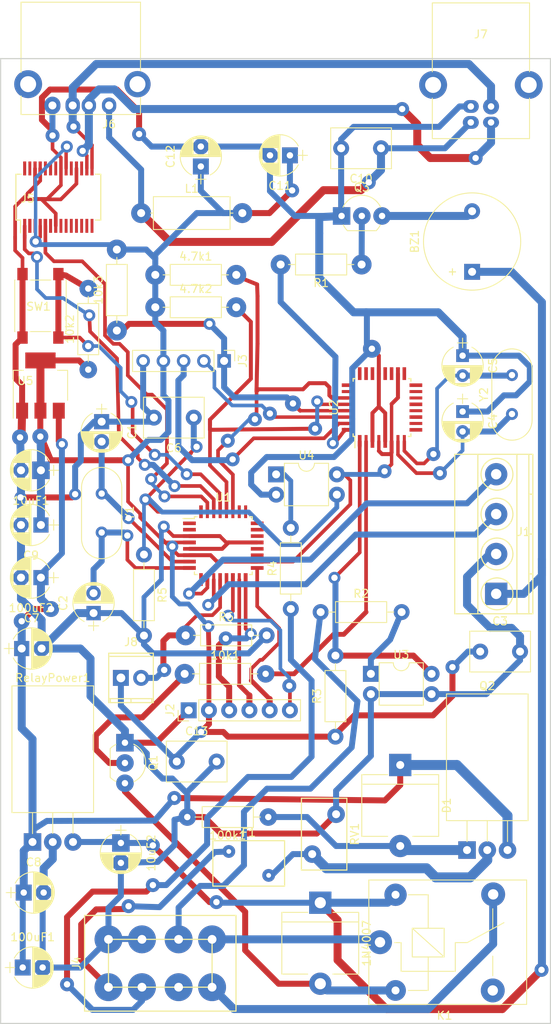
<source format=kicad_pcb>
(kicad_pcb (version 4) (host pcbnew 4.0.7)

  (general
    (links 142)
    (no_connects 0)
    (area 101.924999 12.637439 171.635202 141.075001)
    (thickness 1.6)
    (drawings 4)
    (tracks 810)
    (zones 0)
    (modules 56)
    (nets 89)
  )

  (page A4)
  (layers
    (0 F.Cu signal)
    (31 B.Cu signal)
    (32 B.Adhes user)
    (33 F.Adhes user)
    (34 B.Paste user)
    (35 F.Paste user)
    (36 B.SilkS user)
    (37 F.SilkS user)
    (38 B.Mask user)
    (39 F.Mask user)
    (40 Dwgs.User user)
    (41 Cmts.User user)
    (42 Eco1.User user)
    (43 Eco2.User user)
    (44 Edge.Cuts user)
    (45 Margin user)
    (46 B.CrtYd user)
    (47 F.CrtYd user)
    (48 B.Fab user)
    (49 F.Fab user)
  )

  (setup
    (last_trace_width 0.43)
    (user_trace_width 0.43)
    (user_trace_width 0.46)
    (user_trace_width 0.5)
    (user_trace_width 0.6)
    (user_trace_width 0.75)
    (user_trace_width 1)
    (user_trace_width 1.25)
    (user_trace_width 1.5)
    (trace_clearance 0.01)
    (zone_clearance 0.096)
    (zone_45_only yes)
    (trace_min 0.25)
    (segment_width 0.2)
    (edge_width 0.15)
    (via_size 0.6)
    (via_drill 0.4)
    (via_min_size 0.4)
    (via_min_drill 0.3)
    (user_via 1.5 0.8)
    (user_via 1.75 0.8)
    (user_via 2 0.8)
    (user_via 2.25 0.8)
    (user_via 2.5 0.8)
    (user_via 2.75 0.8)
    (uvia_size 0.3)
    (uvia_drill 0.1)
    (uvias_allowed no)
    (uvia_min_size 0.2)
    (uvia_min_drill 0.1)
    (pcb_text_width 0.3)
    (pcb_text_size 1.5 1.5)
    (mod_edge_width 0.15)
    (mod_text_size 1 1)
    (mod_text_width 0.15)
    (pad_size 1.6 0.38)
    (pad_drill 0)
    (pad_to_mask_clearance 0.2)
    (aux_axis_origin 0 0)
    (visible_elements 7FFFFFFF)
    (pcbplotparams
      (layerselection 0x00030_80000001)
      (usegerberextensions false)
      (excludeedgelayer true)
      (linewidth 0.100000)
      (plotframeref false)
      (viasonmask false)
      (mode 1)
      (useauxorigin false)
      (hpglpennumber 1)
      (hpglpenspeed 20)
      (hpglpendiameter 15)
      (hpglpenoverlay 2)
      (psnegative false)
      (psa4output false)
      (plotreference true)
      (plotvalue true)
      (plotinvisibletext false)
      (padsonsilk false)
      (subtractmaskfromsilk false)
      (outputformat 1)
      (mirror false)
      (drillshape 1)
      (scaleselection 1)
      (outputdirectory ""))
  )

  (net 0 "")
  (net 1 /vcc1)
  (net 2 "Net-(1N4007-Pad2)")
  (net 3 /SDA)
  (net 4 /SCL)
  (net 5 "Net-(10k1-Pad1)")
  (net 6 /RelayTrig)
  (net 7 /RST)
  (net 8 GND)
  (net 9 "Net-(100k1-Pad1)")
  (net 10 /Vin)
  (net 11 "Net-(BZ1-Pad2)")
  (net 12 /gsmTX)
  (net 13 /gsmRX)
  (net 14 +12V)
  (net 15 /rel2)
  (net 16 /rel1)
  (net 17 /SensPin)
  (net 18 "Net-(K1-Pad3)")
  (net 19 "Net-(Q3-Pad2)")
  (net 20 /buzzer)
  (net 21 "Net-(U1-Pad19)")
  (net 22 "Net-(U1-Pad23)")
  (net 23 "Net-(U1-Pad24)")
  (net 24 "Net-(U1-Pad25)")
  (net 25 "Net-(U1-Pad26)")
  (net 26 "Net-(U1-Pad13)")
  (net 27 "Net-(C1-Pad2)")
  (net 28 "Net-(C2-Pad2)")
  (net 29 "Net-(C4-Pad2)")
  (net 30 "Net-(C5-Pad2)")
  (net 31 /SS)
  (net 32 /SCK)
  (net 33 /MOSI)
  (net 34 /MISO)
  (net 35 /RESET)
  (net 36 /RX_m)
  (net 37 /TX_m)
  (net 38 "Net-(J4-Pad3)")
  (net 39 "Net-(J5-Pad2)")
  (net 40 /RX_s)
  (net 41 /TX_s)
  (net 42 "Net-(U1-Pad2)")
  (net 43 "Net-(U1-Pad9)")
  (net 44 "Net-(U1-Pad20)")
  (net 45 "Net-(U1-Pad22)")
  (net 46 "Net-(U2-Pad9)")
  (net 47 "Net-(U2-Pad10)")
  (net 48 "Net-(U2-Pad11)")
  (net 49 "Net-(U2-Pad12)")
  (net 50 "Net-(U2-Pad13)")
  (net 51 "Net-(U2-Pad14)")
  (net 52 "Net-(U2-Pad15)")
  (net 53 "Net-(U2-Pad16)")
  (net 54 "Net-(U2-Pad17)")
  (net 55 "Net-(U2-Pad19)")
  (net 56 "Net-(U2-Pad20)")
  (net 57 "Net-(U2-Pad22)")
  (net 58 "Net-(U2-Pad23)")
  (net 59 "Net-(U2-Pad24)")
  (net 60 "Net-(U2-Pad25)")
  (net 61 "Net-(U2-Pad26)")
  (net 62 /+5V)
  (net 63 "Net-(J5-Pad3)")
  (net 64 "Net-(J5-Pad6)")
  (net 65 "Net-(J5-Pad8)")
  (net 66 "Net-(J5-Pad9)")
  (net 67 "Net-(J5-Pad10)")
  (net 68 "Net-(J5-Pad11)")
  (net 69 "Net-(J5-Pad12)")
  (net 70 "Net-(J5-Pad13)")
  (net 71 "Net-(J5-Pad14)")
  (net 72 /D+)
  (net 73 /D-)
  (net 74 "Net-(J5-Pad17)")
  (net 75 "Net-(J5-Pad19)")
  (net 76 "Net-(J5-Pad22)")
  (net 77 "Net-(J5-Pad23)")
  (net 78 "Net-(J5-Pad24)")
  (net 79 "Net-(J5-Pad27)")
  (net 80 "Net-(J5-Pad28)")
  (net 81 /vcc)
  (net 82 /EngOn)
  (net 83 "Net-(F1-Pad1)")
  (net 84 /Ignition)
  (net 85 /printTrig)
  (net 86 "Net-(R2-Pad2)")
  (net 87 /TrigPin)
  (net 88 "Net-(R4-Pad2)")

  (net_class Default "This is the default net class."
    (clearance 0.01)
    (trace_width 0.25)
    (via_dia 0.6)
    (via_drill 0.4)
    (uvia_dia 0.3)
    (uvia_drill 0.1)
    (add_net +12V)
    (add_net /+5V)
    (add_net /D+)
    (add_net /D-)
    (add_net /EngOn)
    (add_net /Ignition)
    (add_net /MISO)
    (add_net /MOSI)
    (add_net /RESET)
    (add_net /RST)
    (add_net /RX_m)
    (add_net /RX_s)
    (add_net /RelayTrig)
    (add_net /SCK)
    (add_net /SCL)
    (add_net /SDA)
    (add_net /SS)
    (add_net /SensPin)
    (add_net /TX_m)
    (add_net /TX_s)
    (add_net /TrigPin)
    (add_net /Vin)
    (add_net /buzzer)
    (add_net /gsmRX)
    (add_net /gsmTX)
    (add_net /printTrig)
    (add_net /rel1)
    (add_net /rel2)
    (add_net /vcc)
    (add_net /vcc1)
    (add_net GND)
    (add_net "Net-(100k1-Pad1)")
    (add_net "Net-(10k1-Pad1)")
    (add_net "Net-(1N4007-Pad2)")
    (add_net "Net-(BZ1-Pad2)")
    (add_net "Net-(C1-Pad2)")
    (add_net "Net-(C2-Pad2)")
    (add_net "Net-(C4-Pad2)")
    (add_net "Net-(C5-Pad2)")
    (add_net "Net-(F1-Pad1)")
    (add_net "Net-(J4-Pad3)")
    (add_net "Net-(J5-Pad10)")
    (add_net "Net-(J5-Pad11)")
    (add_net "Net-(J5-Pad12)")
    (add_net "Net-(J5-Pad13)")
    (add_net "Net-(J5-Pad14)")
    (add_net "Net-(J5-Pad17)")
    (add_net "Net-(J5-Pad19)")
    (add_net "Net-(J5-Pad2)")
    (add_net "Net-(J5-Pad22)")
    (add_net "Net-(J5-Pad23)")
    (add_net "Net-(J5-Pad24)")
    (add_net "Net-(J5-Pad27)")
    (add_net "Net-(J5-Pad28)")
    (add_net "Net-(J5-Pad3)")
    (add_net "Net-(J5-Pad6)")
    (add_net "Net-(J5-Pad8)")
    (add_net "Net-(J5-Pad9)")
    (add_net "Net-(K1-Pad3)")
    (add_net "Net-(Q3-Pad2)")
    (add_net "Net-(R2-Pad2)")
    (add_net "Net-(R4-Pad2)")
    (add_net "Net-(U1-Pad13)")
    (add_net "Net-(U1-Pad19)")
    (add_net "Net-(U1-Pad2)")
    (add_net "Net-(U1-Pad20)")
    (add_net "Net-(U1-Pad22)")
    (add_net "Net-(U1-Pad23)")
    (add_net "Net-(U1-Pad24)")
    (add_net "Net-(U1-Pad25)")
    (add_net "Net-(U1-Pad26)")
    (add_net "Net-(U1-Pad9)")
    (add_net "Net-(U2-Pad10)")
    (add_net "Net-(U2-Pad11)")
    (add_net "Net-(U2-Pad12)")
    (add_net "Net-(U2-Pad13)")
    (add_net "Net-(U2-Pad14)")
    (add_net "Net-(U2-Pad15)")
    (add_net "Net-(U2-Pad16)")
    (add_net "Net-(U2-Pad17)")
    (add_net "Net-(U2-Pad19)")
    (add_net "Net-(U2-Pad20)")
    (add_net "Net-(U2-Pad22)")
    (add_net "Net-(U2-Pad23)")
    (add_net "Net-(U2-Pad24)")
    (add_net "Net-(U2-Pad25)")
    (add_net "Net-(U2-Pad26)")
    (add_net "Net-(U2-Pad9)")
  )

  (module Diodes_THT:D_5KP_P10.16mm_Horizontal (layer F.Cu) (tedit 5BF4F5CC) (tstamp 5BF4594C)
    (at 142.113 125.857 270)
    (descr "D, 5KP series, Axial, Horizontal, pin pitch=10.16mm, , length*diameter=7.62*9.53mm^2, , http://www.diodes.com/_files/packages/8686949.gif")
    (tags "D 5KP series Axial Horizontal pin pitch 10.16mm  length 7.62mm diameter 9.53mm")
    (path /5BF34AD5)
    (fp_text reference 1N4007 (at 5.08 -5.825 270) (layer F.SilkS)
      (effects (font (size 1 1) (thickness 0.15)))
    )
    (fp_text value D (at 5.08 5.825 270) (layer F.Fab)
      (effects (font (size 1 1) (thickness 0.15)))
    )
    (fp_text user %R (at 5.08 0 270) (layer F.Fab)
      (effects (font (size 1 1) (thickness 0.15)))
    )
    (fp_line (start 1.27 -4.765) (end 1.27 4.765) (layer F.Fab) (width 0.1))
    (fp_line (start 1.27 4.765) (end 8.89 4.765) (layer F.Fab) (width 0.1))
    (fp_line (start 8.89 4.765) (end 8.89 -4.765) (layer F.Fab) (width 0.1))
    (fp_line (start 8.89 -4.765) (end 1.27 -4.765) (layer F.Fab) (width 0.1))
    (fp_line (start 0 0) (end 1.27 0) (layer F.Fab) (width 0.1))
    (fp_line (start 10.16 0) (end 8.89 0) (layer F.Fab) (width 0.1))
    (fp_line (start 2.413 -4.765) (end 2.413 4.765) (layer F.Fab) (width 0.1))
    (fp_line (start 1.21 -1.58) (end 1.21 -4.825) (layer F.SilkS) (width 0.12))
    (fp_line (start 1.21 -4.825) (end 8.95 -4.825) (layer F.SilkS) (width 0.12))
    (fp_line (start 8.95 -4.825) (end 8.95 -1.58) (layer F.SilkS) (width 0.12))
    (fp_line (start 1.21 1.58) (end 1.21 4.825) (layer F.SilkS) (width 0.12))
    (fp_line (start 1.21 4.825) (end 8.95 4.825) (layer F.SilkS) (width 0.12))
    (fp_line (start 8.95 4.825) (end 8.95 1.58) (layer F.SilkS) (width 0.12))
    (fp_line (start 2.413 -4.825) (end 2.413 4.825) (layer F.SilkS) (width 0.12))
    (fp_line (start -1.65 -5.1) (end -1.65 5.1) (layer F.CrtYd) (width 0.05))
    (fp_line (start -1.65 5.1) (end 11.85 5.1) (layer F.CrtYd) (width 0.05))
    (fp_line (start 11.85 5.1) (end 11.85 -5.1) (layer F.CrtYd) (width 0.05))
    (fp_line (start 11.85 -5.1) (end -1.65 -5.1) (layer F.CrtYd) (width 0.05))
    (pad 1 thru_hole rect (at 0 0 270) (size 2.8 2.8) (drill 1.4) (layers *.Cu *.Mask)
      (net 1 /vcc1))
    (pad 2 thru_hole oval (at 10.16 0 270) (size 2.8 2.8) (drill 1.4) (layers *.Cu *.Mask)
      (net 2 "Net-(1N4007-Pad2)"))
    (model ${KISYS3DMOD}/Diodes_THT.3dshapes/D_5KP_P10.16mm_Horizontal.wrl
      (at (xyz 0 0 0))
      (scale (xyz 0.393701 0.393701 0.393701))
      (rotate (xyz 0 0 0))
    )
  )

  (module Resistors_THT:R_Axial_DIN0207_L6.3mm_D2.5mm_P10.16mm_Horizontal (layer F.Cu) (tedit 5BF4F5E7) (tstamp 5BF45964)
    (at 113 59 90)
    (descr "Resistor, Axial_DIN0207 series, Axial, Horizontal, pin pitch=10.16mm, 0.25W = 1/4W, length*diameter=6.3*2.5mm^2, http://cdn-reichelt.de/documents/datenblatt/B400/1_4W%23YAG.pdf")
    (tags "Resistor Axial_DIN0207 series Axial Horizontal pin pitch 10.16mm 0.25W = 1/4W length 6.3mm diameter 2.5mm")
    (path /5BF33882)
    (fp_text reference 10k2 (at 5.08 -2.31 90) (layer F.SilkS)
      (effects (font (size 1 1) (thickness 0.15)))
    )
    (fp_text value R (at 5.08 2.31 90) (layer F.Fab)
      (effects (font (size 1 1) (thickness 0.15)))
    )
    (fp_line (start 1.93 -1.25) (end 1.93 1.25) (layer F.Fab) (width 0.1))
    (fp_line (start 1.93 1.25) (end 8.23 1.25) (layer F.Fab) (width 0.1))
    (fp_line (start 8.23 1.25) (end 8.23 -1.25) (layer F.Fab) (width 0.1))
    (fp_line (start 8.23 -1.25) (end 1.93 -1.25) (layer F.Fab) (width 0.1))
    (fp_line (start 0 0) (end 1.93 0) (layer F.Fab) (width 0.1))
    (fp_line (start 10.16 0) (end 8.23 0) (layer F.Fab) (width 0.1))
    (fp_line (start 1.87 -1.31) (end 1.87 1.31) (layer F.SilkS) (width 0.12))
    (fp_line (start 1.87 1.31) (end 8.29 1.31) (layer F.SilkS) (width 0.12))
    (fp_line (start 8.29 1.31) (end 8.29 -1.31) (layer F.SilkS) (width 0.12))
    (fp_line (start 8.29 -1.31) (end 1.87 -1.31) (layer F.SilkS) (width 0.12))
    (fp_line (start 0.98 0) (end 1.87 0) (layer F.SilkS) (width 0.12))
    (fp_line (start 9.18 0) (end 8.29 0) (layer F.SilkS) (width 0.12))
    (fp_line (start -1.05 -1.6) (end -1.05 1.6) (layer F.CrtYd) (width 0.05))
    (fp_line (start -1.05 1.6) (end 11.25 1.6) (layer F.CrtYd) (width 0.05))
    (fp_line (start 11.25 1.6) (end 11.25 -1.6) (layer F.CrtYd) (width 0.05))
    (fp_line (start 11.25 -1.6) (end -1.05 -1.6) (layer F.CrtYd) (width 0.05))
    (pad 1 thru_hole circle (at 0 0 90) (size 2.2 2.2) (drill 0.8) (layers *.Cu *.Mask)
      (net 81 /vcc))
    (pad 2 thru_hole oval (at 10.16 0 90) (size 2.2 2.2) (drill 0.8) (layers *.Cu *.Mask)
      (net 7 /RST))
    (model ${KISYS3DMOD}/Resistors_THT.3dshapes/R_Axial_DIN0207_L6.3mm_D2.5mm_P10.16mm_Horizontal.wrl
      (at (xyz 0 0 0))
      (scale (xyz 0.393701 0.393701 0.393701))
      (rotate (xyz 0 0 0))
    )
  )

  (module Capacitors_THT:CP_Radial_D5.0mm_P2.50mm (layer F.Cu) (tedit 5BF4F489) (tstamp 5BF45970)
    (at 117.094 118.364 270)
    (descr "CP, Radial series, Radial, pin pitch=2.50mm, , diameter=5mm, Electrolytic Capacitor")
    (tags "CP Radial series Radial pin pitch 2.50mm  diameter 5mm Electrolytic Capacitor")
    (path /5BF365F8)
    (fp_text reference 10uF2 (at 1.25 -3.81 270) (layer F.SilkS)
      (effects (font (size 1 1) (thickness 0.15)))
    )
    (fp_text value CP (at 1.25 3.81 270) (layer F.Fab)
      (effects (font (size 1 1) (thickness 0.15)))
    )
    (fp_arc (start 1.25 0) (end -1.05558 -1.18) (angle 125.8) (layer F.SilkS) (width 0.12))
    (fp_arc (start 1.25 0) (end -1.05558 1.18) (angle -125.8) (layer F.SilkS) (width 0.12))
    (fp_arc (start 1.25 0) (end 3.55558 -1.18) (angle 54.2) (layer F.SilkS) (width 0.12))
    (fp_circle (center 1.25 0) (end 3.75 0) (layer F.Fab) (width 0.1))
    (fp_line (start -2.2 0) (end -1 0) (layer F.Fab) (width 0.1))
    (fp_line (start -1.6 -0.65) (end -1.6 0.65) (layer F.Fab) (width 0.1))
    (fp_line (start 1.25 -2.55) (end 1.25 2.55) (layer F.SilkS) (width 0.12))
    (fp_line (start 1.29 -2.55) (end 1.29 2.55) (layer F.SilkS) (width 0.12))
    (fp_line (start 1.33 -2.549) (end 1.33 2.549) (layer F.SilkS) (width 0.12))
    (fp_line (start 1.37 -2.548) (end 1.37 2.548) (layer F.SilkS) (width 0.12))
    (fp_line (start 1.41 -2.546) (end 1.41 2.546) (layer F.SilkS) (width 0.12))
    (fp_line (start 1.45 -2.543) (end 1.45 2.543) (layer F.SilkS) (width 0.12))
    (fp_line (start 1.49 -2.539) (end 1.49 2.539) (layer F.SilkS) (width 0.12))
    (fp_line (start 1.53 -2.535) (end 1.53 -0.98) (layer F.SilkS) (width 0.12))
    (fp_line (start 1.53 0.98) (end 1.53 2.535) (layer F.SilkS) (width 0.12))
    (fp_line (start 1.57 -2.531) (end 1.57 -0.98) (layer F.SilkS) (width 0.12))
    (fp_line (start 1.57 0.98) (end 1.57 2.531) (layer F.SilkS) (width 0.12))
    (fp_line (start 1.61 -2.525) (end 1.61 -0.98) (layer F.SilkS) (width 0.12))
    (fp_line (start 1.61 0.98) (end 1.61 2.525) (layer F.SilkS) (width 0.12))
    (fp_line (start 1.65 -2.519) (end 1.65 -0.98) (layer F.SilkS) (width 0.12))
    (fp_line (start 1.65 0.98) (end 1.65 2.519) (layer F.SilkS) (width 0.12))
    (fp_line (start 1.69 -2.513) (end 1.69 -0.98) (layer F.SilkS) (width 0.12))
    (fp_line (start 1.69 0.98) (end 1.69 2.513) (layer F.SilkS) (width 0.12))
    (fp_line (start 1.73 -2.506) (end 1.73 -0.98) (layer F.SilkS) (width 0.12))
    (fp_line (start 1.73 0.98) (end 1.73 2.506) (layer F.SilkS) (width 0.12))
    (fp_line (start 1.77 -2.498) (end 1.77 -0.98) (layer F.SilkS) (width 0.12))
    (fp_line (start 1.77 0.98) (end 1.77 2.498) (layer F.SilkS) (width 0.12))
    (fp_line (start 1.81 -2.489) (end 1.81 -0.98) (layer F.SilkS) (width 0.12))
    (fp_line (start 1.81 0.98) (end 1.81 2.489) (layer F.SilkS) (width 0.12))
    (fp_line (start 1.85 -2.48) (end 1.85 -0.98) (layer F.SilkS) (width 0.12))
    (fp_line (start 1.85 0.98) (end 1.85 2.48) (layer F.SilkS) (width 0.12))
    (fp_line (start 1.89 -2.47) (end 1.89 -0.98) (layer F.SilkS) (width 0.12))
    (fp_line (start 1.89 0.98) (end 1.89 2.47) (layer F.SilkS) (width 0.12))
    (fp_line (start 1.93 -2.46) (end 1.93 -0.98) (layer F.SilkS) (width 0.12))
    (fp_line (start 1.93 0.98) (end 1.93 2.46) (layer F.SilkS) (width 0.12))
    (fp_line (start 1.971 -2.448) (end 1.971 -0.98) (layer F.SilkS) (width 0.12))
    (fp_line (start 1.971 0.98) (end 1.971 2.448) (layer F.SilkS) (width 0.12))
    (fp_line (start 2.011 -2.436) (end 2.011 -0.98) (layer F.SilkS) (width 0.12))
    (fp_line (start 2.011 0.98) (end 2.011 2.436) (layer F.SilkS) (width 0.12))
    (fp_line (start 2.051 -2.424) (end 2.051 -0.98) (layer F.SilkS) (width 0.12))
    (fp_line (start 2.051 0.98) (end 2.051 2.424) (layer F.SilkS) (width 0.12))
    (fp_line (start 2.091 -2.41) (end 2.091 -0.98) (layer F.SilkS) (width 0.12))
    (fp_line (start 2.091 0.98) (end 2.091 2.41) (layer F.SilkS) (width 0.12))
    (fp_line (start 2.131 -2.396) (end 2.131 -0.98) (layer F.SilkS) (width 0.12))
    (fp_line (start 2.131 0.98) (end 2.131 2.396) (layer F.SilkS) (width 0.12))
    (fp_line (start 2.171 -2.382) (end 2.171 -0.98) (layer F.SilkS) (width 0.12))
    (fp_line (start 2.171 0.98) (end 2.171 2.382) (layer F.SilkS) (width 0.12))
    (fp_line (start 2.211 -2.366) (end 2.211 -0.98) (layer F.SilkS) (width 0.12))
    (fp_line (start 2.211 0.98) (end 2.211 2.366) (layer F.SilkS) (width 0.12))
    (fp_line (start 2.251 -2.35) (end 2.251 -0.98) (layer F.SilkS) (width 0.12))
    (fp_line (start 2.251 0.98) (end 2.251 2.35) (layer F.SilkS) (width 0.12))
    (fp_line (start 2.291 -2.333) (end 2.291 -0.98) (layer F.SilkS) (width 0.12))
    (fp_line (start 2.291 0.98) (end 2.291 2.333) (layer F.SilkS) (width 0.12))
    (fp_line (start 2.331 -2.315) (end 2.331 -0.98) (layer F.SilkS) (width 0.12))
    (fp_line (start 2.331 0.98) (end 2.331 2.315) (layer F.SilkS) (width 0.12))
    (fp_line (start 2.371 -2.296) (end 2.371 -0.98) (layer F.SilkS) (width 0.12))
    (fp_line (start 2.371 0.98) (end 2.371 2.296) (layer F.SilkS) (width 0.12))
    (fp_line (start 2.411 -2.276) (end 2.411 -0.98) (layer F.SilkS) (width 0.12))
    (fp_line (start 2.411 0.98) (end 2.411 2.276) (layer F.SilkS) (width 0.12))
    (fp_line (start 2.451 -2.256) (end 2.451 -0.98) (layer F.SilkS) (width 0.12))
    (fp_line (start 2.451 0.98) (end 2.451 2.256) (layer F.SilkS) (width 0.12))
    (fp_line (start 2.491 -2.234) (end 2.491 -0.98) (layer F.SilkS) (width 0.12))
    (fp_line (start 2.491 0.98) (end 2.491 2.234) (layer F.SilkS) (width 0.12))
    (fp_line (start 2.531 -2.212) (end 2.531 -0.98) (layer F.SilkS) (width 0.12))
    (fp_line (start 2.531 0.98) (end 2.531 2.212) (layer F.SilkS) (width 0.12))
    (fp_line (start 2.571 -2.189) (end 2.571 -0.98) (layer F.SilkS) (width 0.12))
    (fp_line (start 2.571 0.98) (end 2.571 2.189) (layer F.SilkS) (width 0.12))
    (fp_line (start 2.611 -2.165) (end 2.611 -0.98) (layer F.SilkS) (width 0.12))
    (fp_line (start 2.611 0.98) (end 2.611 2.165) (layer F.SilkS) (width 0.12))
    (fp_line (start 2.651 -2.14) (end 2.651 -0.98) (layer F.SilkS) (width 0.12))
    (fp_line (start 2.651 0.98) (end 2.651 2.14) (layer F.SilkS) (width 0.12))
    (fp_line (start 2.691 -2.113) (end 2.691 -0.98) (layer F.SilkS) (width 0.12))
    (fp_line (start 2.691 0.98) (end 2.691 2.113) (layer F.SilkS) (width 0.12))
    (fp_line (start 2.731 -2.086) (end 2.731 -0.98) (layer F.SilkS) (width 0.12))
    (fp_line (start 2.731 0.98) (end 2.731 2.086) (layer F.SilkS) (width 0.12))
    (fp_line (start 2.771 -2.058) (end 2.771 -0.98) (layer F.SilkS) (width 0.12))
    (fp_line (start 2.771 0.98) (end 2.771 2.058) (layer F.SilkS) (width 0.12))
    (fp_line (start 2.811 -2.028) (end 2.811 -0.98) (layer F.SilkS) (width 0.12))
    (fp_line (start 2.811 0.98) (end 2.811 2.028) (layer F.SilkS) (width 0.12))
    (fp_line (start 2.851 -1.997) (end 2.851 -0.98) (layer F.SilkS) (width 0.12))
    (fp_line (start 2.851 0.98) (end 2.851 1.997) (layer F.SilkS) (width 0.12))
    (fp_line (start 2.891 -1.965) (end 2.891 -0.98) (layer F.SilkS) (width 0.12))
    (fp_line (start 2.891 0.98) (end 2.891 1.965) (layer F.SilkS) (width 0.12))
    (fp_line (start 2.931 -1.932) (end 2.931 -0.98) (layer F.SilkS) (width 0.12))
    (fp_line (start 2.931 0.98) (end 2.931 1.932) (layer F.SilkS) (width 0.12))
    (fp_line (start 2.971 -1.897) (end 2.971 -0.98) (layer F.SilkS) (width 0.12))
    (fp_line (start 2.971 0.98) (end 2.971 1.897) (layer F.SilkS) (width 0.12))
    (fp_line (start 3.011 -1.861) (end 3.011 -0.98) (layer F.SilkS) (width 0.12))
    (fp_line (start 3.011 0.98) (end 3.011 1.861) (layer F.SilkS) (width 0.12))
    (fp_line (start 3.051 -1.823) (end 3.051 -0.98) (layer F.SilkS) (width 0.12))
    (fp_line (start 3.051 0.98) (end 3.051 1.823) (layer F.SilkS) (width 0.12))
    (fp_line (start 3.091 -1.783) (end 3.091 -0.98) (layer F.SilkS) (width 0.12))
    (fp_line (start 3.091 0.98) (end 3.091 1.783) (layer F.SilkS) (width 0.12))
    (fp_line (start 3.131 -1.742) (end 3.131 -0.98) (layer F.SilkS) (width 0.12))
    (fp_line (start 3.131 0.98) (end 3.131 1.742) (layer F.SilkS) (width 0.12))
    (fp_line (start 3.171 -1.699) (end 3.171 -0.98) (layer F.SilkS) (width 0.12))
    (fp_line (start 3.171 0.98) (end 3.171 1.699) (layer F.SilkS) (width 0.12))
    (fp_line (start 3.211 -1.654) (end 3.211 -0.98) (layer F.SilkS) (width 0.12))
    (fp_line (start 3.211 0.98) (end 3.211 1.654) (layer F.SilkS) (width 0.12))
    (fp_line (start 3.251 -1.606) (end 3.251 -0.98) (layer F.SilkS) (width 0.12))
    (fp_line (start 3.251 0.98) (end 3.251 1.606) (layer F.SilkS) (width 0.12))
    (fp_line (start 3.291 -1.556) (end 3.291 -0.98) (layer F.SilkS) (width 0.12))
    (fp_line (start 3.291 0.98) (end 3.291 1.556) (layer F.SilkS) (width 0.12))
    (fp_line (start 3.331 -1.504) (end 3.331 -0.98) (layer F.SilkS) (width 0.12))
    (fp_line (start 3.331 0.98) (end 3.331 1.504) (layer F.SilkS) (width 0.12))
    (fp_line (start 3.371 -1.448) (end 3.371 -0.98) (layer F.SilkS) (width 0.12))
    (fp_line (start 3.371 0.98) (end 3.371 1.448) (layer F.SilkS) (width 0.12))
    (fp_line (start 3.411 -1.39) (end 3.411 -0.98) (layer F.SilkS) (width 0.12))
    (fp_line (start 3.411 0.98) (end 3.411 1.39) (layer F.SilkS) (width 0.12))
    (fp_line (start 3.451 -1.327) (end 3.451 -0.98) (layer F.SilkS) (width 0.12))
    (fp_line (start 3.451 0.98) (end 3.451 1.327) (layer F.SilkS) (width 0.12))
    (fp_line (start 3.491 -1.261) (end 3.491 1.261) (layer F.SilkS) (width 0.12))
    (fp_line (start 3.531 -1.189) (end 3.531 1.189) (layer F.SilkS) (width 0.12))
    (fp_line (start 3.571 -1.112) (end 3.571 1.112) (layer F.SilkS) (width 0.12))
    (fp_line (start 3.611 -1.028) (end 3.611 1.028) (layer F.SilkS) (width 0.12))
    (fp_line (start 3.651 -0.934) (end 3.651 0.934) (layer F.SilkS) (width 0.12))
    (fp_line (start 3.691 -0.829) (end 3.691 0.829) (layer F.SilkS) (width 0.12))
    (fp_line (start 3.731 -0.707) (end 3.731 0.707) (layer F.SilkS) (width 0.12))
    (fp_line (start 3.771 -0.559) (end 3.771 0.559) (layer F.SilkS) (width 0.12))
    (fp_line (start 3.811 -0.354) (end 3.811 0.354) (layer F.SilkS) (width 0.12))
    (fp_line (start -2.2 0) (end -1 0) (layer F.SilkS) (width 0.12))
    (fp_line (start -1.6 -0.65) (end -1.6 0.65) (layer F.SilkS) (width 0.12))
    (fp_line (start -1.6 -2.85) (end -1.6 2.85) (layer F.CrtYd) (width 0.05))
    (fp_line (start -1.6 2.85) (end 4.1 2.85) (layer F.CrtYd) (width 0.05))
    (fp_line (start 4.1 2.85) (end 4.1 -2.85) (layer F.CrtYd) (width 0.05))
    (fp_line (start 4.1 -2.85) (end -1.6 -2.85) (layer F.CrtYd) (width 0.05))
    (fp_text user %R (at 1.25 0 270) (layer F.Fab)
      (effects (font (size 1 1) (thickness 0.15)))
    )
    (pad 1 thru_hole rect (at 0 0 270) (size 2.2 2.2) (drill 0.8) (layers *.Cu *.Mask)
      (net 1 /vcc1))
    (pad 2 thru_hole circle (at 2.5 0 270) (size 2.2 2.2) (drill 0.8) (layers *.Cu *.Mask)
      (net 8 GND))
    (model ${KISYS3DMOD}/Capacitors_THT.3dshapes/CP_Radial_D5.0mm_P2.50mm.wrl
      (at (xyz 0 0 0))
      (scale (xyz 1 1 1))
      (rotate (xyz 0 0 0))
    )
  )

  (module Housings_QFP:TQFP-32_7x7mm_Pitch0.8mm (layer F.Cu) (tedit 5C02ADA3) (tstamp 5BF93447)
    (at 149.86 63.754 90)
    (descr "32-Lead Plastic Thin Quad Flatpack (PT) - 7x7x1.0 mm Body, 2.00 mm [TQFP] (see Microchip Packaging Specification 00000049BS.pdf)")
    (tags "QFP 0.8")
    (path /5BF93155)
    (attr smd)
    (fp_text reference U2 (at 0 -6.05 90) (layer F.SilkS)
      (effects (font (size 1 1) (thickness 0.15)))
    )
    (fp_text value SLAVE (at 0 6.05 90) (layer F.Fab)
      (effects (font (size 1 1) (thickness 0.15)))
    )
    (fp_text user %R (at 0 0 90) (layer F.Fab)
      (effects (font (size 1 1) (thickness 0.15)))
    )
    (fp_line (start -2.5 -3.5) (end 3.5 -3.5) (layer F.Fab) (width 0.15))
    (fp_line (start 3.5 -3.5) (end 3.5 3.5) (layer F.Fab) (width 0.15))
    (fp_line (start 3.5 3.5) (end -3.5 3.5) (layer F.Fab) (width 0.15))
    (fp_line (start -3.5 3.5) (end -3.5 -2.5) (layer F.Fab) (width 0.15))
    (fp_line (start -3.5 -2.5) (end -2.5 -3.5) (layer F.Fab) (width 0.15))
    (fp_line (start -5.3 -5.3) (end -5.3 5.3) (layer F.CrtYd) (width 0.05))
    (fp_line (start 5.3 -5.3) (end 5.3 5.3) (layer F.CrtYd) (width 0.05))
    (fp_line (start -5.3 -5.3) (end 5.3 -5.3) (layer F.CrtYd) (width 0.05))
    (fp_line (start -5.3 5.3) (end 5.3 5.3) (layer F.CrtYd) (width 0.05))
    (fp_line (start -3.625 -3.625) (end -3.625 -3.4) (layer F.SilkS) (width 0.15))
    (fp_line (start 3.625 -3.625) (end 3.625 -3.3) (layer F.SilkS) (width 0.15))
    (fp_line (start 3.625 3.625) (end 3.625 3.3) (layer F.SilkS) (width 0.15))
    (fp_line (start -3.625 3.625) (end -3.625 3.3) (layer F.SilkS) (width 0.15))
    (fp_line (start -3.625 -3.625) (end -3.3 -3.625) (layer F.SilkS) (width 0.15))
    (fp_line (start -3.625 3.625) (end -3.3 3.625) (layer F.SilkS) (width 0.15))
    (fp_line (start 3.625 3.625) (end 3.3 3.625) (layer F.SilkS) (width 0.15))
    (fp_line (start 3.625 -3.625) (end 3.3 -3.625) (layer F.SilkS) (width 0.15))
    (fp_line (start -3.625 -3.4) (end -5.05 -3.4) (layer F.SilkS) (width 0.15))
    (pad 1 smd rect (at -4.25 -2.8 90) (size 1.6 0.46) (layers F.Cu F.Paste F.Mask)
      (net 87 /TrigPin))
    (pad 2 smd rect (at -4.25 -2 90) (size 1.6 0.38) (layers F.Cu F.Paste F.Mask)
      (net 6 /RelayTrig))
    (pad 3 smd rect (at -4.25 -1.2 90) (size 1.6 0.46) (layers F.Cu F.Paste F.Mask)
      (net 8 GND))
    (pad 4 smd rect (at -4.25 -0.4 90) (size 1.6 0.38) (layers F.Cu F.Paste F.Mask)
      (net 81 /vcc))
    (pad 5 smd rect (at -4.25 0.4 90) (size 1.6 0.46) (layers F.Cu F.Paste F.Mask)
      (net 8 GND))
    (pad 6 smd rect (at -4.25 1.2 90) (size 1.6 0.38) (layers F.Cu F.Paste F.Mask)
      (net 81 /vcc))
    (pad 7 smd rect (at -4.25 2 90) (size 1.6 0.38) (layers F.Cu F.Paste F.Mask)
      (net 29 "Net-(C4-Pad2)"))
    (pad 8 smd rect (at -4.25 2.8 90) (size 1.6 0.38) (layers F.Cu F.Paste F.Mask)
      (net 30 "Net-(C5-Pad2)"))
    (pad 9 smd rect (at -2.8 4.25 180) (size 1.6 0.45) (layers F.Cu F.Paste F.Mask)
      (net 46 "Net-(U2-Pad9)"))
    (pad 10 smd rect (at -2 4.25 180) (size 1.6 0.38) (layers F.Cu F.Paste F.Mask)
      (net 47 "Net-(U2-Pad10)"))
    (pad 11 smd rect (at -1.2 4.25 180) (size 1.6 0.45) (layers F.Cu F.Paste F.Mask)
      (net 48 "Net-(U2-Pad11)"))
    (pad 12 smd rect (at -0.4 4.25 180) (size 1.6 0.38) (layers F.Cu F.Paste F.Mask)
      (net 49 "Net-(U2-Pad12)"))
    (pad 13 smd rect (at 0.4 4.25 180) (size 1.6 0.45) (layers F.Cu F.Paste F.Mask)
      (net 50 "Net-(U2-Pad13)"))
    (pad 14 smd rect (at 1.2 4.25 180) (size 1.6 0.38) (layers F.Cu F.Paste F.Mask)
      (net 51 "Net-(U2-Pad14)"))
    (pad 15 smd rect (at 2 4.25 180) (size 1.6 0.38) (layers F.Cu F.Paste F.Mask)
      (net 52 "Net-(U2-Pad15)"))
    (pad 16 smd rect (at 2.8 4.25 180) (size 1.6 0.45) (layers F.Cu F.Paste F.Mask)
      (net 53 "Net-(U2-Pad16)"))
    (pad 17 smd rect (at 4.25 2.8 90) (size 1.6 0.45) (layers F.Cu F.Paste F.Mask)
      (net 54 "Net-(U2-Pad17)"))
    (pad 18 smd rect (at 4.25 2 90) (size 1.6 0.49) (layers F.Cu F.Paste F.Mask)
      (net 81 /vcc))
    (pad 19 smd rect (at 4.25 1.2 90) (size 1.6 0.45) (layers F.Cu F.Paste F.Mask)
      (net 55 "Net-(U2-Pad19)"))
    (pad 20 smd rect (at 4.25 0.4 90) (size 1.6 0.45) (layers F.Cu F.Paste F.Mask)
      (net 56 "Net-(U2-Pad20)"))
    (pad 21 smd rect (at 4.25 -0.4 90) (size 1.6 0.49) (layers F.Cu F.Paste F.Mask)
      (net 8 GND))
    (pad 22 smd rect (at 4.25 -1.2 90) (size 1.6 0.45) (layers F.Cu F.Paste F.Mask)
      (net 57 "Net-(U2-Pad22)"))
    (pad 23 smd rect (at 4.25 -2 90) (size 1.6 0.45) (layers F.Cu F.Paste F.Mask)
      (net 58 "Net-(U2-Pad23)"))
    (pad 24 smd rect (at 4.25 -2.8 90) (size 1.6 0.45) (layers F.Cu F.Paste F.Mask)
      (net 59 "Net-(U2-Pad24)"))
    (pad 25 smd rect (at 2.8 -4.25 180) (size 1.6 0.45) (layers F.Cu F.Paste F.Mask)
      (net 60 "Net-(U2-Pad25)"))
    (pad 26 smd rect (at 2 -4.25 180) (size 1.6 0.38) (layers F.Cu F.Paste F.Mask)
      (net 61 "Net-(U2-Pad26)"))
    (pad 27 smd rect (at 1.2 -4.25 180) (size 1.6 0.4) (layers F.Cu F.Paste F.Mask)
      (net 3 /SDA))
    (pad 28 smd rect (at 0.4 -4.25 180) (size 1.6 0.4) (layers F.Cu F.Paste F.Mask)
      (net 4 /SCL))
    (pad 29 smd rect (at -0.4 -4.25 180) (size 1.6 0.4) (layers F.Cu F.Paste F.Mask)
      (net 35 /RESET))
    (pad 30 smd rect (at -1.2 -4.25 180) (size 1.6 0.4) (layers F.Cu F.Paste F.Mask)
      (net 36 /RX_m))
    (pad 31 smd rect (at -2 -4.25 180) (size 1.6 0.4) (layers F.Cu F.Paste F.Mask)
      (net 37 /TX_m))
    (pad 32 smd rect (at -2.8 -4.25 180) (size 1.6 0.49) (layers F.Cu F.Paste F.Mask)
      (net 20 /buzzer))
    (model ${KISYS3DMOD}/Housings_QFP.3dshapes/TQFP-32_7x7mm_Pitch0.8mm.wrl
      (at (xyz 0 0 0))
      (scale (xyz 1 1 1))
      (rotate (xyz 0 0 0))
    )
  )

  (module Resistors_THT:R_Axial_DIN0207_L6.3mm_D2.5mm_P10.16mm_Horizontal (layer F.Cu) (tedit 5C0298E2) (tstamp 5BF45952)
    (at 121.412 47.117)
    (descr "Resistor, Axial_DIN0207 series, Axial, Horizontal, pin pitch=10.16mm, 0.25W = 1/4W, length*diameter=6.3*2.5mm^2, http://cdn-reichelt.de/documents/datenblatt/B400/1_4W%23YAG.pdf")
    (tags "Resistor Axial_DIN0207 series Axial Horizontal pin pitch 10.16mm 0.25W = 1/4W length 6.3mm diameter 2.5mm")
    (path /5BF334D2)
    (fp_text reference 4.7k1 (at 5.08 -2.31) (layer F.SilkS)
      (effects (font (size 1 1) (thickness 0.15)))
    )
    (fp_text value R (at 5.08 2.31) (layer F.Fab)
      (effects (font (size 1 1) (thickness 0.15)))
    )
    (fp_line (start 1.93 -1.25) (end 1.93 1.25) (layer F.Fab) (width 0.1))
    (fp_line (start 1.93 1.25) (end 8.23 1.25) (layer F.Fab) (width 0.1))
    (fp_line (start 8.23 1.25) (end 8.23 -1.25) (layer F.Fab) (width 0.1))
    (fp_line (start 8.23 -1.25) (end 1.93 -1.25) (layer F.Fab) (width 0.1))
    (fp_line (start 0 0) (end 1.93 0) (layer F.Fab) (width 0.1))
    (fp_line (start 10.16 0) (end 8.23 0) (layer F.Fab) (width 0.1))
    (fp_line (start 1.87 -1.31) (end 1.87 1.31) (layer F.SilkS) (width 0.12))
    (fp_line (start 1.87 1.31) (end 8.29 1.31) (layer F.SilkS) (width 0.12))
    (fp_line (start 8.29 1.31) (end 8.29 -1.31) (layer F.SilkS) (width 0.12))
    (fp_line (start 8.29 -1.31) (end 1.87 -1.31) (layer F.SilkS) (width 0.12))
    (fp_line (start 0.98 0) (end 1.87 0) (layer F.SilkS) (width 0.12))
    (fp_line (start 9.18 0) (end 8.29 0) (layer F.SilkS) (width 0.12))
    (fp_line (start -1.05 -1.6) (end -1.05 1.6) (layer F.CrtYd) (width 0.05))
    (fp_line (start -1.05 1.6) (end 11.25 1.6) (layer F.CrtYd) (width 0.05))
    (fp_line (start 11.25 1.6) (end 11.25 -1.6) (layer F.CrtYd) (width 0.05))
    (fp_line (start 11.25 -1.6) (end -1.05 -1.6) (layer F.CrtYd) (width 0.05))
    (pad 1 thru_hole circle (at 0 0) (size 2.5 2.5) (drill 1) (layers *.Cu *.Mask)
      (net 81 /vcc))
    (pad 2 thru_hole oval (at 10.16 0) (size 2.5 2.5) (drill 1) (layers *.Cu *.Mask)
      (net 3 /SDA))
    (model ${KISYS3DMOD}/Resistors_THT.3dshapes/R_Axial_DIN0207_L6.3mm_D2.5mm_P10.16mm_Horizontal.wrl
      (at (xyz 0 0 0))
      (scale (xyz 0.393701 0.393701 0.393701))
      (rotate (xyz 0 0 0))
    )
  )

  (module Resistors_THT:R_Axial_DIN0207_L6.3mm_D2.5mm_P10.16mm_Horizontal (layer F.Cu) (tedit 5C029902) (tstamp 5BF45958)
    (at 121.412 51.181)
    (descr "Resistor, Axial_DIN0207 series, Axial, Horizontal, pin pitch=10.16mm, 0.25W = 1/4W, length*diameter=6.3*2.5mm^2, http://cdn-reichelt.de/documents/datenblatt/B400/1_4W%23YAG.pdf")
    (tags "Resistor Axial_DIN0207 series Axial Horizontal pin pitch 10.16mm 0.25W = 1/4W length 6.3mm diameter 2.5mm")
    (path /5BF336E5)
    (fp_text reference 4.7k2 (at 5.08 -2.31) (layer F.SilkS)
      (effects (font (size 1 1) (thickness 0.15)))
    )
    (fp_text value R (at 5.08 2.31) (layer F.Fab)
      (effects (font (size 1 1) (thickness 0.15)))
    )
    (fp_line (start 1.93 -1.25) (end 1.93 1.25) (layer F.Fab) (width 0.1))
    (fp_line (start 1.93 1.25) (end 8.23 1.25) (layer F.Fab) (width 0.1))
    (fp_line (start 8.23 1.25) (end 8.23 -1.25) (layer F.Fab) (width 0.1))
    (fp_line (start 8.23 -1.25) (end 1.93 -1.25) (layer F.Fab) (width 0.1))
    (fp_line (start 0 0) (end 1.93 0) (layer F.Fab) (width 0.1))
    (fp_line (start 10.16 0) (end 8.23 0) (layer F.Fab) (width 0.1))
    (fp_line (start 1.87 -1.31) (end 1.87 1.31) (layer F.SilkS) (width 0.12))
    (fp_line (start 1.87 1.31) (end 8.29 1.31) (layer F.SilkS) (width 0.12))
    (fp_line (start 8.29 1.31) (end 8.29 -1.31) (layer F.SilkS) (width 0.12))
    (fp_line (start 8.29 -1.31) (end 1.87 -1.31) (layer F.SilkS) (width 0.12))
    (fp_line (start 0.98 0) (end 1.87 0) (layer F.SilkS) (width 0.12))
    (fp_line (start 9.18 0) (end 8.29 0) (layer F.SilkS) (width 0.12))
    (fp_line (start -1.05 -1.6) (end -1.05 1.6) (layer F.CrtYd) (width 0.05))
    (fp_line (start -1.05 1.6) (end 11.25 1.6) (layer F.CrtYd) (width 0.05))
    (fp_line (start 11.25 1.6) (end 11.25 -1.6) (layer F.CrtYd) (width 0.05))
    (fp_line (start 11.25 -1.6) (end -1.05 -1.6) (layer F.CrtYd) (width 0.05))
    (pad 1 thru_hole circle (at 0 0) (size 2.5 2.5) (drill 1) (layers *.Cu *.Mask)
      (net 81 /vcc))
    (pad 2 thru_hole oval (at 10.16 0) (size 2.5 2.5) (drill 1) (layers *.Cu *.Mask)
      (net 4 /SCL))
    (model ${KISYS3DMOD}/Resistors_THT.3dshapes/R_Axial_DIN0207_L6.3mm_D2.5mm_P10.16mm_Horizontal.wrl
      (at (xyz 0 0 0))
      (scale (xyz 0.393701 0.393701 0.393701))
      (rotate (xyz 0 0 0))
    )
  )

  (module Resistors_THT:R_Axial_DIN0207_L6.3mm_D2.5mm_P10.16mm_Horizontal (layer F.Cu) (tedit 5C029B76) (tstamp 5BF4595E)
    (at 125.095 97.155)
    (descr "Resistor, Axial_DIN0207 series, Axial, Horizontal, pin pitch=10.16mm, 0.25W = 1/4W, length*diameter=6.3*2.5mm^2, http://cdn-reichelt.de/documents/datenblatt/B400/1_4W%23YAG.pdf")
    (tags "Resistor Axial_DIN0207 series Axial Horizontal pin pitch 10.16mm 0.25W = 1/4W length 6.3mm diameter 2.5mm")
    (path /5BF34D7B)
    (fp_text reference 10k1 (at 5.08 -2.31) (layer F.SilkS)
      (effects (font (size 1 1) (thickness 0.15)))
    )
    (fp_text value R (at 5.08 2.31) (layer F.Fab)
      (effects (font (size 1 1) (thickness 0.15)))
    )
    (fp_line (start 1.93 -1.25) (end 1.93 1.25) (layer F.Fab) (width 0.1))
    (fp_line (start 1.93 1.25) (end 8.23 1.25) (layer F.Fab) (width 0.1))
    (fp_line (start 8.23 1.25) (end 8.23 -1.25) (layer F.Fab) (width 0.1))
    (fp_line (start 8.23 -1.25) (end 1.93 -1.25) (layer F.Fab) (width 0.1))
    (fp_line (start 0 0) (end 1.93 0) (layer F.Fab) (width 0.1))
    (fp_line (start 10.16 0) (end 8.23 0) (layer F.Fab) (width 0.1))
    (fp_line (start 1.87 -1.31) (end 1.87 1.31) (layer F.SilkS) (width 0.12))
    (fp_line (start 1.87 1.31) (end 8.29 1.31) (layer F.SilkS) (width 0.12))
    (fp_line (start 8.29 1.31) (end 8.29 -1.31) (layer F.SilkS) (width 0.12))
    (fp_line (start 8.29 -1.31) (end 1.87 -1.31) (layer F.SilkS) (width 0.12))
    (fp_line (start 0.98 0) (end 1.87 0) (layer F.SilkS) (width 0.12))
    (fp_line (start 9.18 0) (end 8.29 0) (layer F.SilkS) (width 0.12))
    (fp_line (start -1.05 -1.6) (end -1.05 1.6) (layer F.CrtYd) (width 0.05))
    (fp_line (start -1.05 1.6) (end 11.25 1.6) (layer F.CrtYd) (width 0.05))
    (fp_line (start 11.25 1.6) (end 11.25 -1.6) (layer F.CrtYd) (width 0.05))
    (fp_line (start 11.25 -1.6) (end -1.05 -1.6) (layer F.CrtYd) (width 0.05))
    (pad 1 thru_hole circle (at 0 0) (size 2.5 2.5) (drill 1) (layers *.Cu *.Mask)
      (net 5 "Net-(10k1-Pad1)"))
    (pad 2 thru_hole circle (at 10.16 0) (size 2.2 2.2) (drill 0.8) (layers *.Cu *.Mask)
      (net 6 /RelayTrig))
    (model ${KISYS3DMOD}/Resistors_THT.3dshapes/R_Axial_DIN0207_L6.3mm_D2.5mm_P10.16mm_Horizontal.wrl
      (at (xyz 0 0 0))
      (scale (xyz 0.393701 0.393701 0.393701))
      (rotate (xyz 0 0 0))
    )
  )

  (module Capacitors_THT:CP_Radial_D5.0mm_P2.50mm (layer F.Cu) (tedit 5C029A8B) (tstamp 5BF4596A)
    (at 107.061 71.628 180)
    (descr "CP, Radial series, Radial, pin pitch=2.50mm, , diameter=5mm, Electrolytic Capacitor")
    (tags "CP Radial series Radial pin pitch 2.50mm  diameter 5mm Electrolytic Capacitor")
    (path /5BF32DBA)
    (fp_text reference 10uF1 (at 1.25 -3.81 180) (layer F.SilkS)
      (effects (font (size 1 1) (thickness 0.15)))
    )
    (fp_text value CP (at 1.25 3.81 180) (layer F.Fab)
      (effects (font (size 1 1) (thickness 0.15)))
    )
    (fp_arc (start 1.25 0) (end -1.05558 -1.18) (angle 125.8) (layer F.SilkS) (width 0.12))
    (fp_arc (start 1.25 0) (end -1.05558 1.18) (angle -125.8) (layer F.SilkS) (width 0.12))
    (fp_arc (start 1.25 0) (end 3.55558 -1.18) (angle 54.2) (layer F.SilkS) (width 0.12))
    (fp_circle (center 1.25 0) (end 3.75 0) (layer F.Fab) (width 0.1))
    (fp_line (start -2.2 0) (end -1 0) (layer F.Fab) (width 0.1))
    (fp_line (start -1.6 -0.65) (end -1.6 0.65) (layer F.Fab) (width 0.1))
    (fp_line (start 1.25 -2.55) (end 1.25 2.55) (layer F.SilkS) (width 0.12))
    (fp_line (start 1.29 -2.55) (end 1.29 2.55) (layer F.SilkS) (width 0.12))
    (fp_line (start 1.33 -2.549) (end 1.33 2.549) (layer F.SilkS) (width 0.12))
    (fp_line (start 1.37 -2.548) (end 1.37 2.548) (layer F.SilkS) (width 0.12))
    (fp_line (start 1.41 -2.546) (end 1.41 2.546) (layer F.SilkS) (width 0.12))
    (fp_line (start 1.45 -2.543) (end 1.45 2.543) (layer F.SilkS) (width 0.12))
    (fp_line (start 1.49 -2.539) (end 1.49 2.539) (layer F.SilkS) (width 0.12))
    (fp_line (start 1.53 -2.535) (end 1.53 -0.98) (layer F.SilkS) (width 0.12))
    (fp_line (start 1.53 0.98) (end 1.53 2.535) (layer F.SilkS) (width 0.12))
    (fp_line (start 1.57 -2.531) (end 1.57 -0.98) (layer F.SilkS) (width 0.12))
    (fp_line (start 1.57 0.98) (end 1.57 2.531) (layer F.SilkS) (width 0.12))
    (fp_line (start 1.61 -2.525) (end 1.61 -0.98) (layer F.SilkS) (width 0.12))
    (fp_line (start 1.61 0.98) (end 1.61 2.525) (layer F.SilkS) (width 0.12))
    (fp_line (start 1.65 -2.519) (end 1.65 -0.98) (layer F.SilkS) (width 0.12))
    (fp_line (start 1.65 0.98) (end 1.65 2.519) (layer F.SilkS) (width 0.12))
    (fp_line (start 1.69 -2.513) (end 1.69 -0.98) (layer F.SilkS) (width 0.12))
    (fp_line (start 1.69 0.98) (end 1.69 2.513) (layer F.SilkS) (width 0.12))
    (fp_line (start 1.73 -2.506) (end 1.73 -0.98) (layer F.SilkS) (width 0.12))
    (fp_line (start 1.73 0.98) (end 1.73 2.506) (layer F.SilkS) (width 0.12))
    (fp_line (start 1.77 -2.498) (end 1.77 -0.98) (layer F.SilkS) (width 0.12))
    (fp_line (start 1.77 0.98) (end 1.77 2.498) (layer F.SilkS) (width 0.12))
    (fp_line (start 1.81 -2.489) (end 1.81 -0.98) (layer F.SilkS) (width 0.12))
    (fp_line (start 1.81 0.98) (end 1.81 2.489) (layer F.SilkS) (width 0.12))
    (fp_line (start 1.85 -2.48) (end 1.85 -0.98) (layer F.SilkS) (width 0.12))
    (fp_line (start 1.85 0.98) (end 1.85 2.48) (layer F.SilkS) (width 0.12))
    (fp_line (start 1.89 -2.47) (end 1.89 -0.98) (layer F.SilkS) (width 0.12))
    (fp_line (start 1.89 0.98) (end 1.89 2.47) (layer F.SilkS) (width 0.12))
    (fp_line (start 1.93 -2.46) (end 1.93 -0.98) (layer F.SilkS) (width 0.12))
    (fp_line (start 1.93 0.98) (end 1.93 2.46) (layer F.SilkS) (width 0.12))
    (fp_line (start 1.971 -2.448) (end 1.971 -0.98) (layer F.SilkS) (width 0.12))
    (fp_line (start 1.971 0.98) (end 1.971 2.448) (layer F.SilkS) (width 0.12))
    (fp_line (start 2.011 -2.436) (end 2.011 -0.98) (layer F.SilkS) (width 0.12))
    (fp_line (start 2.011 0.98) (end 2.011 2.436) (layer F.SilkS) (width 0.12))
    (fp_line (start 2.051 -2.424) (end 2.051 -0.98) (layer F.SilkS) (width 0.12))
    (fp_line (start 2.051 0.98) (end 2.051 2.424) (layer F.SilkS) (width 0.12))
    (fp_line (start 2.091 -2.41) (end 2.091 -0.98) (layer F.SilkS) (width 0.12))
    (fp_line (start 2.091 0.98) (end 2.091 2.41) (layer F.SilkS) (width 0.12))
    (fp_line (start 2.131 -2.396) (end 2.131 -0.98) (layer F.SilkS) (width 0.12))
    (fp_line (start 2.131 0.98) (end 2.131 2.396) (layer F.SilkS) (width 0.12))
    (fp_line (start 2.171 -2.382) (end 2.171 -0.98) (layer F.SilkS) (width 0.12))
    (fp_line (start 2.171 0.98) (end 2.171 2.382) (layer F.SilkS) (width 0.12))
    (fp_line (start 2.211 -2.366) (end 2.211 -0.98) (layer F.SilkS) (width 0.12))
    (fp_line (start 2.211 0.98) (end 2.211 2.366) (layer F.SilkS) (width 0.12))
    (fp_line (start 2.251 -2.35) (end 2.251 -0.98) (layer F.SilkS) (width 0.12))
    (fp_line (start 2.251 0.98) (end 2.251 2.35) (layer F.SilkS) (width 0.12))
    (fp_line (start 2.291 -2.333) (end 2.291 -0.98) (layer F.SilkS) (width 0.12))
    (fp_line (start 2.291 0.98) (end 2.291 2.333) (layer F.SilkS) (width 0.12))
    (fp_line (start 2.331 -2.315) (end 2.331 -0.98) (layer F.SilkS) (width 0.12))
    (fp_line (start 2.331 0.98) (end 2.331 2.315) (layer F.SilkS) (width 0.12))
    (fp_line (start 2.371 -2.296) (end 2.371 -0.98) (layer F.SilkS) (width 0.12))
    (fp_line (start 2.371 0.98) (end 2.371 2.296) (layer F.SilkS) (width 0.12))
    (fp_line (start 2.411 -2.276) (end 2.411 -0.98) (layer F.SilkS) (width 0.12))
    (fp_line (start 2.411 0.98) (end 2.411 2.276) (layer F.SilkS) (width 0.12))
    (fp_line (start 2.451 -2.256) (end 2.451 -0.98) (layer F.SilkS) (width 0.12))
    (fp_line (start 2.451 0.98) (end 2.451 2.256) (layer F.SilkS) (width 0.12))
    (fp_line (start 2.491 -2.234) (end 2.491 -0.98) (layer F.SilkS) (width 0.12))
    (fp_line (start 2.491 0.98) (end 2.491 2.234) (layer F.SilkS) (width 0.12))
    (fp_line (start 2.531 -2.212) (end 2.531 -0.98) (layer F.SilkS) (width 0.12))
    (fp_line (start 2.531 0.98) (end 2.531 2.212) (layer F.SilkS) (width 0.12))
    (fp_line (start 2.571 -2.189) (end 2.571 -0.98) (layer F.SilkS) (width 0.12))
    (fp_line (start 2.571 0.98) (end 2.571 2.189) (layer F.SilkS) (width 0.12))
    (fp_line (start 2.611 -2.165) (end 2.611 -0.98) (layer F.SilkS) (width 0.12))
    (fp_line (start 2.611 0.98) (end 2.611 2.165) (layer F.SilkS) (width 0.12))
    (fp_line (start 2.651 -2.14) (end 2.651 -0.98) (layer F.SilkS) (width 0.12))
    (fp_line (start 2.651 0.98) (end 2.651 2.14) (layer F.SilkS) (width 0.12))
    (fp_line (start 2.691 -2.113) (end 2.691 -0.98) (layer F.SilkS) (width 0.12))
    (fp_line (start 2.691 0.98) (end 2.691 2.113) (layer F.SilkS) (width 0.12))
    (fp_line (start 2.731 -2.086) (end 2.731 -0.98) (layer F.SilkS) (width 0.12))
    (fp_line (start 2.731 0.98) (end 2.731 2.086) (layer F.SilkS) (width 0.12))
    (fp_line (start 2.771 -2.058) (end 2.771 -0.98) (layer F.SilkS) (width 0.12))
    (fp_line (start 2.771 0.98) (end 2.771 2.058) (layer F.SilkS) (width 0.12))
    (fp_line (start 2.811 -2.028) (end 2.811 -0.98) (layer F.SilkS) (width 0.12))
    (fp_line (start 2.811 0.98) (end 2.811 2.028) (layer F.SilkS) (width 0.12))
    (fp_line (start 2.851 -1.997) (end 2.851 -0.98) (layer F.SilkS) (width 0.12))
    (fp_line (start 2.851 0.98) (end 2.851 1.997) (layer F.SilkS) (width 0.12))
    (fp_line (start 2.891 -1.965) (end 2.891 -0.98) (layer F.SilkS) (width 0.12))
    (fp_line (start 2.891 0.98) (end 2.891 1.965) (layer F.SilkS) (width 0.12))
    (fp_line (start 2.931 -1.932) (end 2.931 -0.98) (layer F.SilkS) (width 0.12))
    (fp_line (start 2.931 0.98) (end 2.931 1.932) (layer F.SilkS) (width 0.12))
    (fp_line (start 2.971 -1.897) (end 2.971 -0.98) (layer F.SilkS) (width 0.12))
    (fp_line (start 2.971 0.98) (end 2.971 1.897) (layer F.SilkS) (width 0.12))
    (fp_line (start 3.011 -1.861) (end 3.011 -0.98) (layer F.SilkS) (width 0.12))
    (fp_line (start 3.011 0.98) (end 3.011 1.861) (layer F.SilkS) (width 0.12))
    (fp_line (start 3.051 -1.823) (end 3.051 -0.98) (layer F.SilkS) (width 0.12))
    (fp_line (start 3.051 0.98) (end 3.051 1.823) (layer F.SilkS) (width 0.12))
    (fp_line (start 3.091 -1.783) (end 3.091 -0.98) (layer F.SilkS) (width 0.12))
    (fp_line (start 3.091 0.98) (end 3.091 1.783) (layer F.SilkS) (width 0.12))
    (fp_line (start 3.131 -1.742) (end 3.131 -0.98) (layer F.SilkS) (width 0.12))
    (fp_line (start 3.131 0.98) (end 3.131 1.742) (layer F.SilkS) (width 0.12))
    (fp_line (start 3.171 -1.699) (end 3.171 -0.98) (layer F.SilkS) (width 0.12))
    (fp_line (start 3.171 0.98) (end 3.171 1.699) (layer F.SilkS) (width 0.12))
    (fp_line (start 3.211 -1.654) (end 3.211 -0.98) (layer F.SilkS) (width 0.12))
    (fp_line (start 3.211 0.98) (end 3.211 1.654) (layer F.SilkS) (width 0.12))
    (fp_line (start 3.251 -1.606) (end 3.251 -0.98) (layer F.SilkS) (width 0.12))
    (fp_line (start 3.251 0.98) (end 3.251 1.606) (layer F.SilkS) (width 0.12))
    (fp_line (start 3.291 -1.556) (end 3.291 -0.98) (layer F.SilkS) (width 0.12))
    (fp_line (start 3.291 0.98) (end 3.291 1.556) (layer F.SilkS) (width 0.12))
    (fp_line (start 3.331 -1.504) (end 3.331 -0.98) (layer F.SilkS) (width 0.12))
    (fp_line (start 3.331 0.98) (end 3.331 1.504) (layer F.SilkS) (width 0.12))
    (fp_line (start 3.371 -1.448) (end 3.371 -0.98) (layer F.SilkS) (width 0.12))
    (fp_line (start 3.371 0.98) (end 3.371 1.448) (layer F.SilkS) (width 0.12))
    (fp_line (start 3.411 -1.39) (end 3.411 -0.98) (layer F.SilkS) (width 0.12))
    (fp_line (start 3.411 0.98) (end 3.411 1.39) (layer F.SilkS) (width 0.12))
    (fp_line (start 3.451 -1.327) (end 3.451 -0.98) (layer F.SilkS) (width 0.12))
    (fp_line (start 3.451 0.98) (end 3.451 1.327) (layer F.SilkS) (width 0.12))
    (fp_line (start 3.491 -1.261) (end 3.491 1.261) (layer F.SilkS) (width 0.12))
    (fp_line (start 3.531 -1.189) (end 3.531 1.189) (layer F.SilkS) (width 0.12))
    (fp_line (start 3.571 -1.112) (end 3.571 1.112) (layer F.SilkS) (width 0.12))
    (fp_line (start 3.611 -1.028) (end 3.611 1.028) (layer F.SilkS) (width 0.12))
    (fp_line (start 3.651 -0.934) (end 3.651 0.934) (layer F.SilkS) (width 0.12))
    (fp_line (start 3.691 -0.829) (end 3.691 0.829) (layer F.SilkS) (width 0.12))
    (fp_line (start 3.731 -0.707) (end 3.731 0.707) (layer F.SilkS) (width 0.12))
    (fp_line (start 3.771 -0.559) (end 3.771 0.559) (layer F.SilkS) (width 0.12))
    (fp_line (start 3.811 -0.354) (end 3.811 0.354) (layer F.SilkS) (width 0.12))
    (fp_line (start -2.2 0) (end -1 0) (layer F.SilkS) (width 0.12))
    (fp_line (start -1.6 -0.65) (end -1.6 0.65) (layer F.SilkS) (width 0.12))
    (fp_line (start -1.6 -2.85) (end -1.6 2.85) (layer F.CrtYd) (width 0.05))
    (fp_line (start -1.6 2.85) (end 4.1 2.85) (layer F.CrtYd) (width 0.05))
    (fp_line (start 4.1 2.85) (end 4.1 -2.85) (layer F.CrtYd) (width 0.05))
    (fp_line (start 4.1 -2.85) (end -1.6 -2.85) (layer F.CrtYd) (width 0.05))
    (fp_text user %R (at 1.25 0 180) (layer F.Fab)
      (effects (font (size 1 1) (thickness 0.15)))
    )
    (pad 1 thru_hole rect (at 0 0 180) (size 2.2 2.2) (drill 1) (layers *.Cu *.Mask)
      (net 81 /vcc))
    (pad 2 thru_hole circle (at 2.5 0 180) (size 1.9 1.9) (drill 1) (layers *.Cu *.Mask)
      (net 8 GND))
    (model ${KISYS3DMOD}/Capacitors_THT.3dshapes/CP_Radial_D5.0mm_P2.50mm.wrl
      (at (xyz 0 0 0))
      (scale (xyz 1 1 1))
      (rotate (xyz 0 0 0))
    )
  )

  (module Resistors_THT:R_Axial_DIN0207_L6.3mm_D2.5mm_P10.16mm_Horizontal (layer F.Cu) (tedit 5BF4F785) (tstamp 5BF45988)
    (at 135.5852 115.1128 180)
    (descr "Resistor, Axial_DIN0207 series, Axial, Horizontal, pin pitch=10.16mm, 0.25W = 1/4W, length*diameter=6.3*2.5mm^2, http://cdn-reichelt.de/documents/datenblatt/B400/1_4W%23YAG.pdf")
    (tags "Resistor Axial_DIN0207 series Axial Horizontal pin pitch 10.16mm 0.25W = 1/4W length 6.3mm diameter 2.5mm")
    (path /5BF3ED78)
    (fp_text reference 100k1 (at 5.08 -2.31 180) (layer F.SilkS)
      (effects (font (size 1 1) (thickness 0.15)))
    )
    (fp_text value R (at 5.08 2.31 180) (layer F.Fab)
      (effects (font (size 1 1) (thickness 0.15)))
    )
    (fp_line (start 1.93 -1.25) (end 1.93 1.25) (layer F.Fab) (width 0.1))
    (fp_line (start 1.93 1.25) (end 8.23 1.25) (layer F.Fab) (width 0.1))
    (fp_line (start 8.23 1.25) (end 8.23 -1.25) (layer F.Fab) (width 0.1))
    (fp_line (start 8.23 -1.25) (end 1.93 -1.25) (layer F.Fab) (width 0.1))
    (fp_line (start 0 0) (end 1.93 0) (layer F.Fab) (width 0.1))
    (fp_line (start 10.16 0) (end 8.23 0) (layer F.Fab) (width 0.1))
    (fp_line (start 1.87 -1.31) (end 1.87 1.31) (layer F.SilkS) (width 0.12))
    (fp_line (start 1.87 1.31) (end 8.29 1.31) (layer F.SilkS) (width 0.12))
    (fp_line (start 8.29 1.31) (end 8.29 -1.31) (layer F.SilkS) (width 0.12))
    (fp_line (start 8.29 -1.31) (end 1.87 -1.31) (layer F.SilkS) (width 0.12))
    (fp_line (start 0.98 0) (end 1.87 0) (layer F.SilkS) (width 0.12))
    (fp_line (start 9.18 0) (end 8.29 0) (layer F.SilkS) (width 0.12))
    (fp_line (start -1.05 -1.6) (end -1.05 1.6) (layer F.CrtYd) (width 0.05))
    (fp_line (start -1.05 1.6) (end 11.25 1.6) (layer F.CrtYd) (width 0.05))
    (fp_line (start 11.25 1.6) (end 11.25 -1.6) (layer F.CrtYd) (width 0.05))
    (fp_line (start 11.25 -1.6) (end -1.05 -1.6) (layer F.CrtYd) (width 0.05))
    (pad 1 thru_hole circle (at 0 0 180) (size 2.2 2.2) (drill 0.8) (layers *.Cu *.Mask)
      (net 9 "Net-(100k1-Pad1)"))
    (pad 2 thru_hole circle (at 10.16 0 180) (size 2.2 2.2) (drill 0.8) (layers *.Cu *.Mask)
      (net 8 GND))
    (model ${KISYS3DMOD}/Resistors_THT.3dshapes/R_Axial_DIN0207_L6.3mm_D2.5mm_P10.16mm_Horizontal.wrl
      (at (xyz 0 0 0))
      (scale (xyz 0.393701 0.393701 0.393701))
      (rotate (xyz 0 0 0))
    )
  )

  (module Capacitors_THT:CP_Radial_D5.0mm_P2.50mm (layer F.Cu) (tedit 5C029C20) (tstamp 5BF4598E)
    (at 104.775 133.985)
    (descr "CP, Radial series, Radial, pin pitch=2.50mm, , diameter=5mm, Electrolytic Capacitor")
    (tags "CP Radial series Radial pin pitch 2.50mm  diameter 5mm Electrolytic Capacitor")
    (path /5BF32E29)
    (fp_text reference 100uF1 (at 1.25 -3.81) (layer F.SilkS)
      (effects (font (size 1 1) (thickness 0.15)))
    )
    (fp_text value CP (at 1.25 3.81) (layer F.Fab)
      (effects (font (size 1 1) (thickness 0.15)))
    )
    (fp_arc (start 1.25 0) (end -1.05558 -1.18) (angle 125.8) (layer F.SilkS) (width 0.12))
    (fp_arc (start 1.25 0) (end -1.05558 1.18) (angle -125.8) (layer F.SilkS) (width 0.12))
    (fp_arc (start 1.25 0) (end 3.55558 -1.18) (angle 54.2) (layer F.SilkS) (width 0.12))
    (fp_circle (center 1.25 0) (end 3.75 0) (layer F.Fab) (width 0.1))
    (fp_line (start -2.2 0) (end -1 0) (layer F.Fab) (width 0.1))
    (fp_line (start -1.6 -0.65) (end -1.6 0.65) (layer F.Fab) (width 0.1))
    (fp_line (start 1.25 -2.55) (end 1.25 2.55) (layer F.SilkS) (width 0.12))
    (fp_line (start 1.29 -2.55) (end 1.29 2.55) (layer F.SilkS) (width 0.12))
    (fp_line (start 1.33 -2.549) (end 1.33 2.549) (layer F.SilkS) (width 0.12))
    (fp_line (start 1.37 -2.548) (end 1.37 2.548) (layer F.SilkS) (width 0.12))
    (fp_line (start 1.41 -2.546) (end 1.41 2.546) (layer F.SilkS) (width 0.12))
    (fp_line (start 1.45 -2.543) (end 1.45 2.543) (layer F.SilkS) (width 0.12))
    (fp_line (start 1.49 -2.539) (end 1.49 2.539) (layer F.SilkS) (width 0.12))
    (fp_line (start 1.53 -2.535) (end 1.53 -0.98) (layer F.SilkS) (width 0.12))
    (fp_line (start 1.53 0.98) (end 1.53 2.535) (layer F.SilkS) (width 0.12))
    (fp_line (start 1.57 -2.531) (end 1.57 -0.98) (layer F.SilkS) (width 0.12))
    (fp_line (start 1.57 0.98) (end 1.57 2.531) (layer F.SilkS) (width 0.12))
    (fp_line (start 1.61 -2.525) (end 1.61 -0.98) (layer F.SilkS) (width 0.12))
    (fp_line (start 1.61 0.98) (end 1.61 2.525) (layer F.SilkS) (width 0.12))
    (fp_line (start 1.65 -2.519) (end 1.65 -0.98) (layer F.SilkS) (width 0.12))
    (fp_line (start 1.65 0.98) (end 1.65 2.519) (layer F.SilkS) (width 0.12))
    (fp_line (start 1.69 -2.513) (end 1.69 -0.98) (layer F.SilkS) (width 0.12))
    (fp_line (start 1.69 0.98) (end 1.69 2.513) (layer F.SilkS) (width 0.12))
    (fp_line (start 1.73 -2.506) (end 1.73 -0.98) (layer F.SilkS) (width 0.12))
    (fp_line (start 1.73 0.98) (end 1.73 2.506) (layer F.SilkS) (width 0.12))
    (fp_line (start 1.77 -2.498) (end 1.77 -0.98) (layer F.SilkS) (width 0.12))
    (fp_line (start 1.77 0.98) (end 1.77 2.498) (layer F.SilkS) (width 0.12))
    (fp_line (start 1.81 -2.489) (end 1.81 -0.98) (layer F.SilkS) (width 0.12))
    (fp_line (start 1.81 0.98) (end 1.81 2.489) (layer F.SilkS) (width 0.12))
    (fp_line (start 1.85 -2.48) (end 1.85 -0.98) (layer F.SilkS) (width 0.12))
    (fp_line (start 1.85 0.98) (end 1.85 2.48) (layer F.SilkS) (width 0.12))
    (fp_line (start 1.89 -2.47) (end 1.89 -0.98) (layer F.SilkS) (width 0.12))
    (fp_line (start 1.89 0.98) (end 1.89 2.47) (layer F.SilkS) (width 0.12))
    (fp_line (start 1.93 -2.46) (end 1.93 -0.98) (layer F.SilkS) (width 0.12))
    (fp_line (start 1.93 0.98) (end 1.93 2.46) (layer F.SilkS) (width 0.12))
    (fp_line (start 1.971 -2.448) (end 1.971 -0.98) (layer F.SilkS) (width 0.12))
    (fp_line (start 1.971 0.98) (end 1.971 2.448) (layer F.SilkS) (width 0.12))
    (fp_line (start 2.011 -2.436) (end 2.011 -0.98) (layer F.SilkS) (width 0.12))
    (fp_line (start 2.011 0.98) (end 2.011 2.436) (layer F.SilkS) (width 0.12))
    (fp_line (start 2.051 -2.424) (end 2.051 -0.98) (layer F.SilkS) (width 0.12))
    (fp_line (start 2.051 0.98) (end 2.051 2.424) (layer F.SilkS) (width 0.12))
    (fp_line (start 2.091 -2.41) (end 2.091 -0.98) (layer F.SilkS) (width 0.12))
    (fp_line (start 2.091 0.98) (end 2.091 2.41) (layer F.SilkS) (width 0.12))
    (fp_line (start 2.131 -2.396) (end 2.131 -0.98) (layer F.SilkS) (width 0.12))
    (fp_line (start 2.131 0.98) (end 2.131 2.396) (layer F.SilkS) (width 0.12))
    (fp_line (start 2.171 -2.382) (end 2.171 -0.98) (layer F.SilkS) (width 0.12))
    (fp_line (start 2.171 0.98) (end 2.171 2.382) (layer F.SilkS) (width 0.12))
    (fp_line (start 2.211 -2.366) (end 2.211 -0.98) (layer F.SilkS) (width 0.12))
    (fp_line (start 2.211 0.98) (end 2.211 2.366) (layer F.SilkS) (width 0.12))
    (fp_line (start 2.251 -2.35) (end 2.251 -0.98) (layer F.SilkS) (width 0.12))
    (fp_line (start 2.251 0.98) (end 2.251 2.35) (layer F.SilkS) (width 0.12))
    (fp_line (start 2.291 -2.333) (end 2.291 -0.98) (layer F.SilkS) (width 0.12))
    (fp_line (start 2.291 0.98) (end 2.291 2.333) (layer F.SilkS) (width 0.12))
    (fp_line (start 2.331 -2.315) (end 2.331 -0.98) (layer F.SilkS) (width 0.12))
    (fp_line (start 2.331 0.98) (end 2.331 2.315) (layer F.SilkS) (width 0.12))
    (fp_line (start 2.371 -2.296) (end 2.371 -0.98) (layer F.SilkS) (width 0.12))
    (fp_line (start 2.371 0.98) (end 2.371 2.296) (layer F.SilkS) (width 0.12))
    (fp_line (start 2.411 -2.276) (end 2.411 -0.98) (layer F.SilkS) (width 0.12))
    (fp_line (start 2.411 0.98) (end 2.411 2.276) (layer F.SilkS) (width 0.12))
    (fp_line (start 2.451 -2.256) (end 2.451 -0.98) (layer F.SilkS) (width 0.12))
    (fp_line (start 2.451 0.98) (end 2.451 2.256) (layer F.SilkS) (width 0.12))
    (fp_line (start 2.491 -2.234) (end 2.491 -0.98) (layer F.SilkS) (width 0.12))
    (fp_line (start 2.491 0.98) (end 2.491 2.234) (layer F.SilkS) (width 0.12))
    (fp_line (start 2.531 -2.212) (end 2.531 -0.98) (layer F.SilkS) (width 0.12))
    (fp_line (start 2.531 0.98) (end 2.531 2.212) (layer F.SilkS) (width 0.12))
    (fp_line (start 2.571 -2.189) (end 2.571 -0.98) (layer F.SilkS) (width 0.12))
    (fp_line (start 2.571 0.98) (end 2.571 2.189) (layer F.SilkS) (width 0.12))
    (fp_line (start 2.611 -2.165) (end 2.611 -0.98) (layer F.SilkS) (width 0.12))
    (fp_line (start 2.611 0.98) (end 2.611 2.165) (layer F.SilkS) (width 0.12))
    (fp_line (start 2.651 -2.14) (end 2.651 -0.98) (layer F.SilkS) (width 0.12))
    (fp_line (start 2.651 0.98) (end 2.651 2.14) (layer F.SilkS) (width 0.12))
    (fp_line (start 2.691 -2.113) (end 2.691 -0.98) (layer F.SilkS) (width 0.12))
    (fp_line (start 2.691 0.98) (end 2.691 2.113) (layer F.SilkS) (width 0.12))
    (fp_line (start 2.731 -2.086) (end 2.731 -0.98) (layer F.SilkS) (width 0.12))
    (fp_line (start 2.731 0.98) (end 2.731 2.086) (layer F.SilkS) (width 0.12))
    (fp_line (start 2.771 -2.058) (end 2.771 -0.98) (layer F.SilkS) (width 0.12))
    (fp_line (start 2.771 0.98) (end 2.771 2.058) (layer F.SilkS) (width 0.12))
    (fp_line (start 2.811 -2.028) (end 2.811 -0.98) (layer F.SilkS) (width 0.12))
    (fp_line (start 2.811 0.98) (end 2.811 2.028) (layer F.SilkS) (width 0.12))
    (fp_line (start 2.851 -1.997) (end 2.851 -0.98) (layer F.SilkS) (width 0.12))
    (fp_line (start 2.851 0.98) (end 2.851 1.997) (layer F.SilkS) (width 0.12))
    (fp_line (start 2.891 -1.965) (end 2.891 -0.98) (layer F.SilkS) (width 0.12))
    (fp_line (start 2.891 0.98) (end 2.891 1.965) (layer F.SilkS) (width 0.12))
    (fp_line (start 2.931 -1.932) (end 2.931 -0.98) (layer F.SilkS) (width 0.12))
    (fp_line (start 2.931 0.98) (end 2.931 1.932) (layer F.SilkS) (width 0.12))
    (fp_line (start 2.971 -1.897) (end 2.971 -0.98) (layer F.SilkS) (width 0.12))
    (fp_line (start 2.971 0.98) (end 2.971 1.897) (layer F.SilkS) (width 0.12))
    (fp_line (start 3.011 -1.861) (end 3.011 -0.98) (layer F.SilkS) (width 0.12))
    (fp_line (start 3.011 0.98) (end 3.011 1.861) (layer F.SilkS) (width 0.12))
    (fp_line (start 3.051 -1.823) (end 3.051 -0.98) (layer F.SilkS) (width 0.12))
    (fp_line (start 3.051 0.98) (end 3.051 1.823) (layer F.SilkS) (width 0.12))
    (fp_line (start 3.091 -1.783) (end 3.091 -0.98) (layer F.SilkS) (width 0.12))
    (fp_line (start 3.091 0.98) (end 3.091 1.783) (layer F.SilkS) (width 0.12))
    (fp_line (start 3.131 -1.742) (end 3.131 -0.98) (layer F.SilkS) (width 0.12))
    (fp_line (start 3.131 0.98) (end 3.131 1.742) (layer F.SilkS) (width 0.12))
    (fp_line (start 3.171 -1.699) (end 3.171 -0.98) (layer F.SilkS) (width 0.12))
    (fp_line (start 3.171 0.98) (end 3.171 1.699) (layer F.SilkS) (width 0.12))
    (fp_line (start 3.211 -1.654) (end 3.211 -0.98) (layer F.SilkS) (width 0.12))
    (fp_line (start 3.211 0.98) (end 3.211 1.654) (layer F.SilkS) (width 0.12))
    (fp_line (start 3.251 -1.606) (end 3.251 -0.98) (layer F.SilkS) (width 0.12))
    (fp_line (start 3.251 0.98) (end 3.251 1.606) (layer F.SilkS) (width 0.12))
    (fp_line (start 3.291 -1.556) (end 3.291 -0.98) (layer F.SilkS) (width 0.12))
    (fp_line (start 3.291 0.98) (end 3.291 1.556) (layer F.SilkS) (width 0.12))
    (fp_line (start 3.331 -1.504) (end 3.331 -0.98) (layer F.SilkS) (width 0.12))
    (fp_line (start 3.331 0.98) (end 3.331 1.504) (layer F.SilkS) (width 0.12))
    (fp_line (start 3.371 -1.448) (end 3.371 -0.98) (layer F.SilkS) (width 0.12))
    (fp_line (start 3.371 0.98) (end 3.371 1.448) (layer F.SilkS) (width 0.12))
    (fp_line (start 3.411 -1.39) (end 3.411 -0.98) (layer F.SilkS) (width 0.12))
    (fp_line (start 3.411 0.98) (end 3.411 1.39) (layer F.SilkS) (width 0.12))
    (fp_line (start 3.451 -1.327) (end 3.451 -0.98) (layer F.SilkS) (width 0.12))
    (fp_line (start 3.451 0.98) (end 3.451 1.327) (layer F.SilkS) (width 0.12))
    (fp_line (start 3.491 -1.261) (end 3.491 1.261) (layer F.SilkS) (width 0.12))
    (fp_line (start 3.531 -1.189) (end 3.531 1.189) (layer F.SilkS) (width 0.12))
    (fp_line (start 3.571 -1.112) (end 3.571 1.112) (layer F.SilkS) (width 0.12))
    (fp_line (start 3.611 -1.028) (end 3.611 1.028) (layer F.SilkS) (width 0.12))
    (fp_line (start 3.651 -0.934) (end 3.651 0.934) (layer F.SilkS) (width 0.12))
    (fp_line (start 3.691 -0.829) (end 3.691 0.829) (layer F.SilkS) (width 0.12))
    (fp_line (start 3.731 -0.707) (end 3.731 0.707) (layer F.SilkS) (width 0.12))
    (fp_line (start 3.771 -0.559) (end 3.771 0.559) (layer F.SilkS) (width 0.12))
    (fp_line (start 3.811 -0.354) (end 3.811 0.354) (layer F.SilkS) (width 0.12))
    (fp_line (start -2.2 0) (end -1 0) (layer F.SilkS) (width 0.12))
    (fp_line (start -1.6 -0.65) (end -1.6 0.65) (layer F.SilkS) (width 0.12))
    (fp_line (start -1.6 -2.85) (end -1.6 2.85) (layer F.CrtYd) (width 0.05))
    (fp_line (start -1.6 2.85) (end 4.1 2.85) (layer F.CrtYd) (width 0.05))
    (fp_line (start 4.1 2.85) (end 4.1 -2.85) (layer F.CrtYd) (width 0.05))
    (fp_line (start 4.1 -2.85) (end -1.6 -2.85) (layer F.CrtYd) (width 0.05))
    (fp_text user %R (at 1.25 0) (layer F.Fab)
      (effects (font (size 1 1) (thickness 0.15)))
    )
    (pad 1 thru_hole rect (at 0 0) (size 2 2) (drill 0.8) (layers *.Cu *.Mask)
      (net 10 /Vin))
    (pad 2 thru_hole circle (at 2.5 0) (size 2.2 2.2) (drill 0.8) (layers *.Cu *.Mask)
      (net 8 GND))
    (model ${KISYS3DMOD}/Capacitors_THT.3dshapes/CP_Radial_D5.0mm_P2.50mm.wrl
      (at (xyz 0 0 0))
      (scale (xyz 1 1 1))
      (rotate (xyz 0 0 0))
    )
  )

  (module Capacitors_THT:CP_Radial_D5.0mm_P2.50mm (layer F.Cu) (tedit 5C029ABD) (tstamp 5BF45994)
    (at 107.061 85.09 180)
    (descr "CP, Radial series, Radial, pin pitch=2.50mm, , diameter=5mm, Electrolytic Capacitor")
    (tags "CP Radial series Radial pin pitch 2.50mm  diameter 5mm Electrolytic Capacitor")
    (path /5BF36585)
    (fp_text reference 100uF2 (at 1.25 -3.81 180) (layer F.SilkS)
      (effects (font (size 1 1) (thickness 0.15)))
    )
    (fp_text value CP (at 1.25 3.81 180) (layer F.Fab)
      (effects (font (size 1 1) (thickness 0.15)))
    )
    (fp_arc (start 1.25 0) (end -1.05558 -1.18) (angle 125.8) (layer F.SilkS) (width 0.12))
    (fp_arc (start 1.25 0) (end -1.05558 1.18) (angle -125.8) (layer F.SilkS) (width 0.12))
    (fp_arc (start 1.25 0) (end 3.55558 -1.18) (angle 54.2) (layer F.SilkS) (width 0.12))
    (fp_circle (center 1.25 0) (end 3.75 0) (layer F.Fab) (width 0.1))
    (fp_line (start -2.2 0) (end -1 0) (layer F.Fab) (width 0.1))
    (fp_line (start -1.6 -0.65) (end -1.6 0.65) (layer F.Fab) (width 0.1))
    (fp_line (start 1.25 -2.55) (end 1.25 2.55) (layer F.SilkS) (width 0.12))
    (fp_line (start 1.29 -2.55) (end 1.29 2.55) (layer F.SilkS) (width 0.12))
    (fp_line (start 1.33 -2.549) (end 1.33 2.549) (layer F.SilkS) (width 0.12))
    (fp_line (start 1.37 -2.548) (end 1.37 2.548) (layer F.SilkS) (width 0.12))
    (fp_line (start 1.41 -2.546) (end 1.41 2.546) (layer F.SilkS) (width 0.12))
    (fp_line (start 1.45 -2.543) (end 1.45 2.543) (layer F.SilkS) (width 0.12))
    (fp_line (start 1.49 -2.539) (end 1.49 2.539) (layer F.SilkS) (width 0.12))
    (fp_line (start 1.53 -2.535) (end 1.53 -0.98) (layer F.SilkS) (width 0.12))
    (fp_line (start 1.53 0.98) (end 1.53 2.535) (layer F.SilkS) (width 0.12))
    (fp_line (start 1.57 -2.531) (end 1.57 -0.98) (layer F.SilkS) (width 0.12))
    (fp_line (start 1.57 0.98) (end 1.57 2.531) (layer F.SilkS) (width 0.12))
    (fp_line (start 1.61 -2.525) (end 1.61 -0.98) (layer F.SilkS) (width 0.12))
    (fp_line (start 1.61 0.98) (end 1.61 2.525) (layer F.SilkS) (width 0.12))
    (fp_line (start 1.65 -2.519) (end 1.65 -0.98) (layer F.SilkS) (width 0.12))
    (fp_line (start 1.65 0.98) (end 1.65 2.519) (layer F.SilkS) (width 0.12))
    (fp_line (start 1.69 -2.513) (end 1.69 -0.98) (layer F.SilkS) (width 0.12))
    (fp_line (start 1.69 0.98) (end 1.69 2.513) (layer F.SilkS) (width 0.12))
    (fp_line (start 1.73 -2.506) (end 1.73 -0.98) (layer F.SilkS) (width 0.12))
    (fp_line (start 1.73 0.98) (end 1.73 2.506) (layer F.SilkS) (width 0.12))
    (fp_line (start 1.77 -2.498) (end 1.77 -0.98) (layer F.SilkS) (width 0.12))
    (fp_line (start 1.77 0.98) (end 1.77 2.498) (layer F.SilkS) (width 0.12))
    (fp_line (start 1.81 -2.489) (end 1.81 -0.98) (layer F.SilkS) (width 0.12))
    (fp_line (start 1.81 0.98) (end 1.81 2.489) (layer F.SilkS) (width 0.12))
    (fp_line (start 1.85 -2.48) (end 1.85 -0.98) (layer F.SilkS) (width 0.12))
    (fp_line (start 1.85 0.98) (end 1.85 2.48) (layer F.SilkS) (width 0.12))
    (fp_line (start 1.89 -2.47) (end 1.89 -0.98) (layer F.SilkS) (width 0.12))
    (fp_line (start 1.89 0.98) (end 1.89 2.47) (layer F.SilkS) (width 0.12))
    (fp_line (start 1.93 -2.46) (end 1.93 -0.98) (layer F.SilkS) (width 0.12))
    (fp_line (start 1.93 0.98) (end 1.93 2.46) (layer F.SilkS) (width 0.12))
    (fp_line (start 1.971 -2.448) (end 1.971 -0.98) (layer F.SilkS) (width 0.12))
    (fp_line (start 1.971 0.98) (end 1.971 2.448) (layer F.SilkS) (width 0.12))
    (fp_line (start 2.011 -2.436) (end 2.011 -0.98) (layer F.SilkS) (width 0.12))
    (fp_line (start 2.011 0.98) (end 2.011 2.436) (layer F.SilkS) (width 0.12))
    (fp_line (start 2.051 -2.424) (end 2.051 -0.98) (layer F.SilkS) (width 0.12))
    (fp_line (start 2.051 0.98) (end 2.051 2.424) (layer F.SilkS) (width 0.12))
    (fp_line (start 2.091 -2.41) (end 2.091 -0.98) (layer F.SilkS) (width 0.12))
    (fp_line (start 2.091 0.98) (end 2.091 2.41) (layer F.SilkS) (width 0.12))
    (fp_line (start 2.131 -2.396) (end 2.131 -0.98) (layer F.SilkS) (width 0.12))
    (fp_line (start 2.131 0.98) (end 2.131 2.396) (layer F.SilkS) (width 0.12))
    (fp_line (start 2.171 -2.382) (end 2.171 -0.98) (layer F.SilkS) (width 0.12))
    (fp_line (start 2.171 0.98) (end 2.171 2.382) (layer F.SilkS) (width 0.12))
    (fp_line (start 2.211 -2.366) (end 2.211 -0.98) (layer F.SilkS) (width 0.12))
    (fp_line (start 2.211 0.98) (end 2.211 2.366) (layer F.SilkS) (width 0.12))
    (fp_line (start 2.251 -2.35) (end 2.251 -0.98) (layer F.SilkS) (width 0.12))
    (fp_line (start 2.251 0.98) (end 2.251 2.35) (layer F.SilkS) (width 0.12))
    (fp_line (start 2.291 -2.333) (end 2.291 -0.98) (layer F.SilkS) (width 0.12))
    (fp_line (start 2.291 0.98) (end 2.291 2.333) (layer F.SilkS) (width 0.12))
    (fp_line (start 2.331 -2.315) (end 2.331 -0.98) (layer F.SilkS) (width 0.12))
    (fp_line (start 2.331 0.98) (end 2.331 2.315) (layer F.SilkS) (width 0.12))
    (fp_line (start 2.371 -2.296) (end 2.371 -0.98) (layer F.SilkS) (width 0.12))
    (fp_line (start 2.371 0.98) (end 2.371 2.296) (layer F.SilkS) (width 0.12))
    (fp_line (start 2.411 -2.276) (end 2.411 -0.98) (layer F.SilkS) (width 0.12))
    (fp_line (start 2.411 0.98) (end 2.411 2.276) (layer F.SilkS) (width 0.12))
    (fp_line (start 2.451 -2.256) (end 2.451 -0.98) (layer F.SilkS) (width 0.12))
    (fp_line (start 2.451 0.98) (end 2.451 2.256) (layer F.SilkS) (width 0.12))
    (fp_line (start 2.491 -2.234) (end 2.491 -0.98) (layer F.SilkS) (width 0.12))
    (fp_line (start 2.491 0.98) (end 2.491 2.234) (layer F.SilkS) (width 0.12))
    (fp_line (start 2.531 -2.212) (end 2.531 -0.98) (layer F.SilkS) (width 0.12))
    (fp_line (start 2.531 0.98) (end 2.531 2.212) (layer F.SilkS) (width 0.12))
    (fp_line (start 2.571 -2.189) (end 2.571 -0.98) (layer F.SilkS) (width 0.12))
    (fp_line (start 2.571 0.98) (end 2.571 2.189) (layer F.SilkS) (width 0.12))
    (fp_line (start 2.611 -2.165) (end 2.611 -0.98) (layer F.SilkS) (width 0.12))
    (fp_line (start 2.611 0.98) (end 2.611 2.165) (layer F.SilkS) (width 0.12))
    (fp_line (start 2.651 -2.14) (end 2.651 -0.98) (layer F.SilkS) (width 0.12))
    (fp_line (start 2.651 0.98) (end 2.651 2.14) (layer F.SilkS) (width 0.12))
    (fp_line (start 2.691 -2.113) (end 2.691 -0.98) (layer F.SilkS) (width 0.12))
    (fp_line (start 2.691 0.98) (end 2.691 2.113) (layer F.SilkS) (width 0.12))
    (fp_line (start 2.731 -2.086) (end 2.731 -0.98) (layer F.SilkS) (width 0.12))
    (fp_line (start 2.731 0.98) (end 2.731 2.086) (layer F.SilkS) (width 0.12))
    (fp_line (start 2.771 -2.058) (end 2.771 -0.98) (layer F.SilkS) (width 0.12))
    (fp_line (start 2.771 0.98) (end 2.771 2.058) (layer F.SilkS) (width 0.12))
    (fp_line (start 2.811 -2.028) (end 2.811 -0.98) (layer F.SilkS) (width 0.12))
    (fp_line (start 2.811 0.98) (end 2.811 2.028) (layer F.SilkS) (width 0.12))
    (fp_line (start 2.851 -1.997) (end 2.851 -0.98) (layer F.SilkS) (width 0.12))
    (fp_line (start 2.851 0.98) (end 2.851 1.997) (layer F.SilkS) (width 0.12))
    (fp_line (start 2.891 -1.965) (end 2.891 -0.98) (layer F.SilkS) (width 0.12))
    (fp_line (start 2.891 0.98) (end 2.891 1.965) (layer F.SilkS) (width 0.12))
    (fp_line (start 2.931 -1.932) (end 2.931 -0.98) (layer F.SilkS) (width 0.12))
    (fp_line (start 2.931 0.98) (end 2.931 1.932) (layer F.SilkS) (width 0.12))
    (fp_line (start 2.971 -1.897) (end 2.971 -0.98) (layer F.SilkS) (width 0.12))
    (fp_line (start 2.971 0.98) (end 2.971 1.897) (layer F.SilkS) (width 0.12))
    (fp_line (start 3.011 -1.861) (end 3.011 -0.98) (layer F.SilkS) (width 0.12))
    (fp_line (start 3.011 0.98) (end 3.011 1.861) (layer F.SilkS) (width 0.12))
    (fp_line (start 3.051 -1.823) (end 3.051 -0.98) (layer F.SilkS) (width 0.12))
    (fp_line (start 3.051 0.98) (end 3.051 1.823) (layer F.SilkS) (width 0.12))
    (fp_line (start 3.091 -1.783) (end 3.091 -0.98) (layer F.SilkS) (width 0.12))
    (fp_line (start 3.091 0.98) (end 3.091 1.783) (layer F.SilkS) (width 0.12))
    (fp_line (start 3.131 -1.742) (end 3.131 -0.98) (layer F.SilkS) (width 0.12))
    (fp_line (start 3.131 0.98) (end 3.131 1.742) (layer F.SilkS) (width 0.12))
    (fp_line (start 3.171 -1.699) (end 3.171 -0.98) (layer F.SilkS) (width 0.12))
    (fp_line (start 3.171 0.98) (end 3.171 1.699) (layer F.SilkS) (width 0.12))
    (fp_line (start 3.211 -1.654) (end 3.211 -0.98) (layer F.SilkS) (width 0.12))
    (fp_line (start 3.211 0.98) (end 3.211 1.654) (layer F.SilkS) (width 0.12))
    (fp_line (start 3.251 -1.606) (end 3.251 -0.98) (layer F.SilkS) (width 0.12))
    (fp_line (start 3.251 0.98) (end 3.251 1.606) (layer F.SilkS) (width 0.12))
    (fp_line (start 3.291 -1.556) (end 3.291 -0.98) (layer F.SilkS) (width 0.12))
    (fp_line (start 3.291 0.98) (end 3.291 1.556) (layer F.SilkS) (width 0.12))
    (fp_line (start 3.331 -1.504) (end 3.331 -0.98) (layer F.SilkS) (width 0.12))
    (fp_line (start 3.331 0.98) (end 3.331 1.504) (layer F.SilkS) (width 0.12))
    (fp_line (start 3.371 -1.448) (end 3.371 -0.98) (layer F.SilkS) (width 0.12))
    (fp_line (start 3.371 0.98) (end 3.371 1.448) (layer F.SilkS) (width 0.12))
    (fp_line (start 3.411 -1.39) (end 3.411 -0.98) (layer F.SilkS) (width 0.12))
    (fp_line (start 3.411 0.98) (end 3.411 1.39) (layer F.SilkS) (width 0.12))
    (fp_line (start 3.451 -1.327) (end 3.451 -0.98) (layer F.SilkS) (width 0.12))
    (fp_line (start 3.451 0.98) (end 3.451 1.327) (layer F.SilkS) (width 0.12))
    (fp_line (start 3.491 -1.261) (end 3.491 1.261) (layer F.SilkS) (width 0.12))
    (fp_line (start 3.531 -1.189) (end 3.531 1.189) (layer F.SilkS) (width 0.12))
    (fp_line (start 3.571 -1.112) (end 3.571 1.112) (layer F.SilkS) (width 0.12))
    (fp_line (start 3.611 -1.028) (end 3.611 1.028) (layer F.SilkS) (width 0.12))
    (fp_line (start 3.651 -0.934) (end 3.651 0.934) (layer F.SilkS) (width 0.12))
    (fp_line (start 3.691 -0.829) (end 3.691 0.829) (layer F.SilkS) (width 0.12))
    (fp_line (start 3.731 -0.707) (end 3.731 0.707) (layer F.SilkS) (width 0.12))
    (fp_line (start 3.771 -0.559) (end 3.771 0.559) (layer F.SilkS) (width 0.12))
    (fp_line (start 3.811 -0.354) (end 3.811 0.354) (layer F.SilkS) (width 0.12))
    (fp_line (start -2.2 0) (end -1 0) (layer F.SilkS) (width 0.12))
    (fp_line (start -1.6 -0.65) (end -1.6 0.65) (layer F.SilkS) (width 0.12))
    (fp_line (start -1.6 -2.85) (end -1.6 2.85) (layer F.CrtYd) (width 0.05))
    (fp_line (start -1.6 2.85) (end 4.1 2.85) (layer F.CrtYd) (width 0.05))
    (fp_line (start 4.1 2.85) (end 4.1 -2.85) (layer F.CrtYd) (width 0.05))
    (fp_line (start 4.1 -2.85) (end -1.6 -2.85) (layer F.CrtYd) (width 0.05))
    (fp_text user %R (at 1.25 0 180) (layer F.Fab)
      (effects (font (size 1 1) (thickness 0.15)))
    )
    (pad 1 thru_hole rect (at 0 0 180) (size 1.9 1.9) (drill 1) (layers *.Cu *.Mask)
      (net 10 /Vin))
    (pad 2 thru_hole circle (at 2.5 0 180) (size 2 2) (drill 1) (layers *.Cu *.Mask)
      (net 8 GND))
    (model ${KISYS3DMOD}/Capacitors_THT.3dshapes/CP_Radial_D5.0mm_P2.50mm.wrl
      (at (xyz 0 0 0))
      (scale (xyz 1 1 1))
      (rotate (xyz 0 0 0))
    )
  )

  (module Diodes_THT:D_5KP_P10.16mm_Horizontal (layer F.Cu) (tedit 5C029CCF) (tstamp 5BF459A8)
    (at 152.146 108.585 270)
    (descr "D, 5KP series, Axial, Horizontal, pin pitch=10.16mm, , length*diameter=7.62*9.53mm^2, , http://www.diodes.com/_files/packages/8686949.gif")
    (tags "D 5KP series Axial Horizontal pin pitch 10.16mm  length 7.62mm diameter 9.53mm")
    (path /5BF3EE04)
    (fp_text reference D1 (at 5.08 -5.825 270) (layer F.SilkS)
      (effects (font (size 1 1) (thickness 0.15)))
    )
    (fp_text value D_Zener (at 5.08 5.825 270) (layer F.Fab)
      (effects (font (size 1 1) (thickness 0.15)))
    )
    (fp_text user %R (at 5.08 0 270) (layer F.Fab)
      (effects (font (size 1 1) (thickness 0.15)))
    )
    (fp_line (start 1.27 -4.765) (end 1.27 4.765) (layer F.Fab) (width 0.1))
    (fp_line (start 1.27 4.765) (end 8.89 4.765) (layer F.Fab) (width 0.1))
    (fp_line (start 8.89 4.765) (end 8.89 -4.765) (layer F.Fab) (width 0.1))
    (fp_line (start 8.89 -4.765) (end 1.27 -4.765) (layer F.Fab) (width 0.1))
    (fp_line (start 0 0) (end 1.27 0) (layer F.Fab) (width 0.1))
    (fp_line (start 10.16 0) (end 8.89 0) (layer F.Fab) (width 0.1))
    (fp_line (start 2.413 -4.765) (end 2.413 4.765) (layer F.Fab) (width 0.1))
    (fp_line (start 1.21 -1.58) (end 1.21 -4.825) (layer F.SilkS) (width 0.12))
    (fp_line (start 1.21 -4.825) (end 8.95 -4.825) (layer F.SilkS) (width 0.12))
    (fp_line (start 8.95 -4.825) (end 8.95 -1.58) (layer F.SilkS) (width 0.12))
    (fp_line (start 1.21 1.58) (end 1.21 4.825) (layer F.SilkS) (width 0.12))
    (fp_line (start 1.21 4.825) (end 8.95 4.825) (layer F.SilkS) (width 0.12))
    (fp_line (start 8.95 4.825) (end 8.95 1.58) (layer F.SilkS) (width 0.12))
    (fp_line (start 2.413 -4.825) (end 2.413 4.825) (layer F.SilkS) (width 0.12))
    (fp_line (start -1.65 -5.1) (end -1.65 5.1) (layer F.CrtYd) (width 0.05))
    (fp_line (start -1.65 5.1) (end 11.85 5.1) (layer F.CrtYd) (width 0.05))
    (fp_line (start 11.85 5.1) (end 11.85 -5.1) (layer F.CrtYd) (width 0.05))
    (fp_line (start 11.85 -5.1) (end -1.65 -5.1) (layer F.CrtYd) (width 0.05))
    (pad 1 thru_hole rect (at 0 0 270) (size 2.8 2.8) (drill 1) (layers *.Cu *.Mask)
      (net 10 /Vin))
    (pad 2 thru_hole oval (at 10.16 0 270) (size 2.8 2.8) (drill 1) (layers *.Cu *.Mask)
      (net 9 "Net-(100k1-Pad1)"))
    (model ${KISYS3DMOD}/Diodes_THT.3dshapes/D_5KP_P10.16mm_Horizontal.wrl
      (at (xyz 0 0 0))
      (scale (xyz 0.393701 0.393701 0.393701))
      (rotate (xyz 0 0 0))
    )
  )

  (module Connectors_Terminal_Blocks:TerminalBlock_Pheonix_MKDS1.5-4pol (layer F.Cu) (tedit 5C02931F) (tstamp 5BF459B0)
    (at 164.1856 87.122 90)
    (descr "4-way 5mm pitch terminal block, Phoenix MKDS series")
    (path /5BF46FCB)
    (fp_text reference J1 (at 7.7724 3.4544 180) (layer F.SilkS)
      (effects (font (size 1 1) (thickness 0.15)))
    )
    (fp_text value ToGSM (at 7.5 -6.6 90) (layer F.Fab)
      (effects (font (size 1 1) (thickness 0.15)))
    )
    (fp_line (start -2.7 -5.4) (end 17.7 -5.4) (layer F.CrtYd) (width 0.05))
    (fp_line (start -2.7 4.8) (end -2.7 -5.4) (layer F.CrtYd) (width 0.05))
    (fp_line (start 17.7 4.8) (end -2.7 4.8) (layer F.CrtYd) (width 0.05))
    (fp_line (start 17.7 -5.4) (end 17.7 4.8) (layer F.CrtYd) (width 0.05))
    (fp_line (start 12.5 4.1) (end 12.5 4.6) (layer F.SilkS) (width 0.15))
    (fp_circle (center 15 0.1) (end 13 0.1) (layer F.SilkS) (width 0.15))
    (fp_circle (center 10 0.1) (end 8 0.1) (layer F.SilkS) (width 0.15))
    (fp_line (start 7.5 4.1) (end 7.5 4.6) (layer F.SilkS) (width 0.15))
    (fp_line (start 2.5 4.1) (end 2.5 4.6) (layer F.SilkS) (width 0.15))
    (fp_circle (center 5 0.1) (end 3 0.1) (layer F.SilkS) (width 0.15))
    (fp_circle (center 0 0.1) (end 2 0.1) (layer F.SilkS) (width 0.15))
    (fp_line (start -2.5 2.6) (end 17.5 2.6) (layer F.SilkS) (width 0.15))
    (fp_line (start -2.5 -2.3) (end 17.5 -2.3) (layer F.SilkS) (width 0.15))
    (fp_line (start -2.5 4.1) (end 17.5 4.1) (layer F.SilkS) (width 0.15))
    (fp_line (start -2.5 4.6) (end 17.5 4.6) (layer F.SilkS) (width 0.15))
    (fp_line (start 17.5 4.6) (end 17.5 -5.2) (layer F.SilkS) (width 0.15))
    (fp_line (start 17.5 -5.2) (end -2.5 -5.2) (layer F.SilkS) (width 0.15))
    (fp_line (start -2.5 -5.2) (end -2.5 4.6) (layer F.SilkS) (width 0.15))
    (pad 4 thru_hole circle (at 15 0 90) (size 2.8 2.8) (drill 1.3) (layers *.Cu *.Mask)
      (net 12 /gsmTX))
    (pad 3 thru_hole circle (at 10 0 90) (size 2.8 2.8) (drill 1.3) (layers *.Cu *.Mask)
      (net 13 /gsmRX))
    (pad 1 thru_hole rect (at 0 0 90) (size 2.8 2.8) (drill 1.3) (layers *.Cu *.Mask)
      (net 1 /vcc1))
    (pad 2 thru_hole circle (at 5 0 90) (size 2.8 2.8) (drill 1.3) (layers *.Cu *.Mask)
      (net 8 GND))
    (model Terminal_Blocks.3dshapes/TerminalBlock_Pheonix_MKDS1.5-4pol.wrl
      (at (xyz 0.2953 0 0))
      (scale (xyz 1 1 1))
      (rotate (xyz 0 0 0))
    )
  )

  (module "governor:8 pin connector 2x4" (layer F.Cu) (tedit 5C029347) (tstamp 5BF459CF)
    (at 132.5372 133.4516 90)
    (path /5BF40555)
    (fp_text reference J4 (at 0 -21 90) (layer F.SilkS)
      (effects (font (size 1 1) (thickness 0.15)))
    )
    (fp_text value "OUTPUT CONNECTOR" (at 0.12192 -10.55116 180) (layer F.Fab)
      (effects (font (size 1 1) (thickness 0.15)))
    )
    (fp_line (start -6 -20) (end 6 -20) (layer F.SilkS) (width 0.15))
    (fp_line (start 6 -20) (end 6 -1) (layer F.SilkS) (width 0.15))
    (fp_line (start 6 -1) (end -6 -1) (layer F.SilkS) (width 0.15))
    (fp_line (start -6 -1) (end -6 -20) (layer F.SilkS) (width 0.15))
    (fp_line (start -3 -17) (end -3 -4) (layer F.SilkS) (width 0.15))
    (fp_line (start -3 -4) (end 3 -4) (layer F.SilkS) (width 0.15))
    (fp_line (start 3 -4) (end 3 -17) (layer F.SilkS) (width 0.15))
    (fp_line (start 3 -17) (end -3 -17) (layer F.SilkS) (width 0.15))
    (pad 1 thru_hole circle (at -3 -17 90) (size 3.5 3.5) (drill 1.1) (layers *.Cu *.Mask)
      (net 14 +12V))
    (pad 4 thru_hole circle (at -3 -4 90) (size 3.5 3.5) (drill 1.1) (layers *.Cu *.Mask)
      (net 15 /rel2))
    (pad 5 thru_hole circle (at 3 -4 90) (size 3.5 3.5) (drill 1.1) (layers *.Cu *.Mask)
      (net 16 /rel1))
    (pad 8 thru_hole circle (at 3 -17 90) (size 3.5 3.5) (drill 1.1) (layers *.Cu *.Mask)
      (net 8 GND))
    (pad 2 thru_hole circle (at -3 -12.8 90) (size 3.5 3.5) (drill 1.1) (layers *.Cu *.Mask)
      (net 84 /Ignition))
    (pad 3 thru_hole circle (at -3 -8.2 90) (size 3.5 3.5) (drill 1.1) (layers *.Cu *.Mask)
      (net 38 "Net-(J4-Pad3)"))
    (pad 7 thru_hole circle (at 3 -12.8 90) (size 3.5 3.5) (drill 1.1) (layers *.Cu *.Mask)
      (net 8 GND))
    (pad 6 thru_hole circle (at 3 -8.2 90) (size 3.5 3.5) (drill 1.1) (layers *.Cu *.Mask)
      (net 17 /SensPin))
  )

  (module Relays_THT:Relay_SPDT_SANYOU_SRD_Series_Form_C (layer F.Cu) (tedit 5C029C7D) (tstamp 5BF459D8)
    (at 149.606 130.81)
    (descr "relay Sanyou SRD series Form C http://www.sanyourelay.ca/public/products/pdf/SRD.pdf")
    (tags "relay Sanyu SRD form C")
    (path /5BF34A38)
    (fp_text reference K1 (at 8.1 9.2) (layer F.SilkS)
      (effects (font (size 1 1) (thickness 0.15)))
    )
    (fp_text value SANYOU_SRD_Form_C (at 9.81964 0.06096) (layer F.Fab)
      (effects (font (size 1 1) (thickness 0.15)))
    )
    (fp_line (start -1.4 1.2) (end -1.4 7.8) (layer F.SilkS) (width 0.12))
    (fp_line (start -1.4 -7.8) (end -1.4 -1.2) (layer F.SilkS) (width 0.12))
    (fp_line (start -1.4 -7.8) (end 18.4 -7.8) (layer F.SilkS) (width 0.12))
    (fp_line (start 18.4 -7.8) (end 18.4 7.8) (layer F.SilkS) (width 0.12))
    (fp_line (start 18.4 7.8) (end -1.4 7.8) (layer F.SilkS) (width 0.12))
    (fp_text user 1 (at 0 -2.3) (layer F.Fab)
      (effects (font (size 1 1) (thickness 0.15)))
    )
    (fp_line (start -1.3 -7.7) (end 18.3 -7.7) (layer F.Fab) (width 0.12))
    (fp_line (start 18.3 -7.7) (end 18.3 7.7) (layer F.Fab) (width 0.12))
    (fp_line (start 18.3 7.7) (end -1.3 7.7) (layer F.Fab) (width 0.12))
    (fp_line (start -1.3 7.7) (end -1.3 -7.7) (layer F.Fab) (width 0.12))
    (fp_text user %R (at 7.1 0.025) (layer F.Fab)
      (effects (font (size 1 1) (thickness 0.15)))
    )
    (fp_line (start 18.55 -7.95) (end -1.55 -7.95) (layer F.CrtYd) (width 0.05))
    (fp_line (start -1.55 7.95) (end -1.55 -7.95) (layer F.CrtYd) (width 0.05))
    (fp_line (start 18.55 -7.95) (end 18.55 7.95) (layer F.CrtYd) (width 0.05))
    (fp_line (start -1.55 7.95) (end 18.55 7.95) (layer F.CrtYd) (width 0.05))
    (fp_line (start 14.15 4.2) (end 14.15 1.75) (layer F.SilkS) (width 0.12))
    (fp_line (start 14.15 -4.2) (end 14.15 -1.7) (layer F.SilkS) (width 0.12))
    (fp_line (start 3.55 6.05) (end 6.05 6.05) (layer F.SilkS) (width 0.12))
    (fp_line (start 2.65 0.05) (end 1.85 0.05) (layer F.SilkS) (width 0.12))
    (fp_line (start 6.05 -5.95) (end 3.55 -5.95) (layer F.SilkS) (width 0.12))
    (fp_line (start 9.45 0.05) (end 10.95 0.05) (layer F.SilkS) (width 0.12))
    (fp_line (start 10.95 0.05) (end 15.55 -2.45) (layer F.SilkS) (width 0.12))
    (fp_line (start 9.45 3.65) (end 2.65 3.65) (layer F.SilkS) (width 0.12))
    (fp_line (start 9.45 0.05) (end 9.45 3.65) (layer F.SilkS) (width 0.12))
    (fp_line (start 2.65 0.05) (end 2.65 3.65) (layer F.SilkS) (width 0.12))
    (fp_line (start 6.05 -5.95) (end 6.05 -1.75) (layer F.SilkS) (width 0.12))
    (fp_line (start 6.05 1.85) (end 6.05 6.05) (layer F.SilkS) (width 0.12))
    (fp_line (start 8.05 1.85) (end 4.05 -1.75) (layer F.SilkS) (width 0.12))
    (fp_line (start 4.05 1.85) (end 4.05 -1.75) (layer F.SilkS) (width 0.12))
    (fp_line (start 4.05 -1.75) (end 8.05 -1.75) (layer F.SilkS) (width 0.12))
    (fp_line (start 8.05 -1.75) (end 8.05 1.85) (layer F.SilkS) (width 0.12))
    (fp_line (start 8.05 1.85) (end 4.05 1.85) (layer F.SilkS) (width 0.12))
    (pad 2 thru_hole circle (at 1.95 6.05 90) (size 2.6 2.6) (drill 1) (layers *.Cu *.Mask)
      (net 2 "Net-(1N4007-Pad2)"))
    (pad 3 thru_hole circle (at 14.15 6.05 90) (size 3 3) (drill 1.3) (layers *.Cu *.Mask)
      (net 18 "Net-(K1-Pad3)"))
    (pad 4 thru_hole circle (at 14.2 -6 90) (size 3 3) (drill 1.3) (layers *.Cu *.Mask)
      (net 15 /rel2))
    (pad 5 thru_hole circle (at 1.95 -5.95 90) (size 2.8 2.8) (drill 1) (layers *.Cu *.Mask)
      (net 1 /vcc1))
    (pad 1 thru_hole circle (at 0 0 90) (size 3 3) (drill 1.3) (layers *.Cu *.Mask)
      (net 16 /rel1))
    (model ${KISYS3DMOD}/Relays_THT.3dshapes/Relay_SPDT_SANYOU_SRD_Series_Form_C.wrl
      (at (xyz 0 0 0))
      (scale (xyz 1 1 1))
      (rotate (xyz 0 0 0))
    )
  )

  (module TO_SOT_Packages_THT:TO-92_Inline_Wide (layer F.Cu) (tedit 5BF4F7A0) (tstamp 5BF459DF)
    (at 117.602 105.791 270)
    (descr "TO-92 leads in-line, wide, drill 0.8mm (see NXP sot054_po.pdf)")
    (tags "to-92 sc-43 sc-43a sot54 PA33 transistor")
    (path /5BF34BAC)
    (fp_text reference Q1 (at 2.54 -3.56 450) (layer F.SilkS)
      (effects (font (size 1 1) (thickness 0.15)))
    )
    (fp_text value Q_NPN_EBC (at 2.54 2.79 270) (layer F.Fab)
      (effects (font (size 1 1) (thickness 0.15)))
    )
    (fp_text user %R (at 2.54 -3.56 450) (layer F.Fab)
      (effects (font (size 1 1) (thickness 0.15)))
    )
    (fp_line (start 0.74 1.85) (end 4.34 1.85) (layer F.SilkS) (width 0.12))
    (fp_line (start 0.8 1.75) (end 4.3 1.75) (layer F.Fab) (width 0.1))
    (fp_line (start -1.01 -2.73) (end 6.09 -2.73) (layer F.CrtYd) (width 0.05))
    (fp_line (start -1.01 -2.73) (end -1.01 2.01) (layer F.CrtYd) (width 0.05))
    (fp_line (start 6.09 2.01) (end 6.09 -2.73) (layer F.CrtYd) (width 0.05))
    (fp_line (start 6.09 2.01) (end -1.01 2.01) (layer F.CrtYd) (width 0.05))
    (fp_arc (start 2.54 0) (end 0.74 1.85) (angle 20) (layer F.SilkS) (width 0.12))
    (fp_arc (start 2.54 0) (end 2.54 -2.6) (angle -65) (layer F.SilkS) (width 0.12))
    (fp_arc (start 2.54 0) (end 2.54 -2.6) (angle 65) (layer F.SilkS) (width 0.12))
    (fp_arc (start 2.54 0) (end 2.54 -2.48) (angle 135) (layer F.Fab) (width 0.1))
    (fp_arc (start 2.54 0) (end 2.54 -2.48) (angle -135) (layer F.Fab) (width 0.1))
    (fp_arc (start 2.54 0) (end 4.34 1.85) (angle -20) (layer F.SilkS) (width 0.12))
    (pad 2 thru_hole circle (at 2.54 0) (size 2.2 2.2) (drill 0.8) (layers *.Cu *.Mask)
      (net 5 "Net-(10k1-Pad1)"))
    (pad 3 thru_hole circle (at 5.08 0) (size 2.2 2.2) (drill 0.8) (layers *.Cu *.Mask)
      (net 2 "Net-(1N4007-Pad2)"))
    (pad 1 thru_hole rect (at 0 0) (size 2.2 2.2) (drill 0.8) (layers *.Cu *.Mask)
      (net 8 GND))
    (model ${KISYS3DMOD}/TO_SOT_Packages_THT.3dshapes/TO-92_Inline_Wide.wrl
      (at (xyz 0.1 0 0))
      (scale (xyz 1 1 1))
      (rotate (xyz 0 0 -90))
    )
  )

  (module TO_SOT_Packages_THT:TO-92_Inline_Wide (layer F.Cu) (tedit 5BF969DD) (tstamp 5BF459EE)
    (at 144.78508 39.73068)
    (descr "TO-92 leads in-line, wide, drill 0.8mm (see NXP sot054_po.pdf)")
    (tags "to-92 sc-43 sc-43a sot54 PA33 transistor")
    (path /5BF42449)
    (fp_text reference Q3 (at 2.54 -3.56 180) (layer F.SilkS)
      (effects (font (size 1 1) (thickness 0.15)))
    )
    (fp_text value buzzerTransistor (at 2.22 -3.084 180) (layer F.Fab)
      (effects (font (size 1 1) (thickness 0.15)))
    )
    (fp_text user %R (at 2.54 -3.56 180) (layer F.Fab)
      (effects (font (size 1 1) (thickness 0.15)))
    )
    (fp_line (start 0.74 1.85) (end 4.34 1.85) (layer F.SilkS) (width 0.12))
    (fp_line (start 0.8 1.75) (end 4.3 1.75) (layer F.Fab) (width 0.1))
    (fp_line (start -1.01 -2.73) (end 6.09 -2.73) (layer F.CrtYd) (width 0.05))
    (fp_line (start -1.01 -2.73) (end -1.01 2.01) (layer F.CrtYd) (width 0.05))
    (fp_line (start 6.09 2.01) (end 6.09 -2.73) (layer F.CrtYd) (width 0.05))
    (fp_line (start 6.09 2.01) (end -1.01 2.01) (layer F.CrtYd) (width 0.05))
    (fp_arc (start 2.54 0) (end 0.74 1.85) (angle 20) (layer F.SilkS) (width 0.12))
    (fp_arc (start 2.54 0) (end 2.54 -2.6) (angle -65) (layer F.SilkS) (width 0.12))
    (fp_arc (start 2.54 0) (end 2.54 -2.6) (angle 65) (layer F.SilkS) (width 0.12))
    (fp_arc (start 2.54 0) (end 2.54 -2.48) (angle 135) (layer F.Fab) (width 0.1))
    (fp_arc (start 2.54 0) (end 2.54 -2.48) (angle -135) (layer F.Fab) (width 0.1))
    (fp_arc (start 2.54 0) (end 4.34 1.85) (angle -20) (layer F.SilkS) (width 0.12))
    (pad 2 thru_hole circle (at 2.54 0 90) (size 2.2 2.2) (drill 0.8) (layers *.Cu *.Mask)
      (net 19 "Net-(Q3-Pad2)"))
    (pad 3 thru_hole circle (at 5.08 0 90) (size 2.2 2.2) (drill 0.8) (layers *.Cu *.Mask)
      (net 11 "Net-(BZ1-Pad2)"))
    (pad 1 thru_hole rect (at 0 0 90) (size 2.2 2.2) (drill 0.8) (layers *.Cu *.Mask)
      (net 8 GND))
    (model ${KISYS3DMOD}/TO_SOT_Packages_THT.3dshapes/TO-92_Inline_Wide.wrl
      (at (xyz 0.1 0 0))
      (scale (xyz 1 1 1))
      (rotate (xyz 0 0 -90))
    )
  )

  (module Resistors_THT:R_Axial_DIN0207_L6.3mm_D2.5mm_P10.16mm_Horizontal (layer F.Cu) (tedit 5C029EFD) (tstamp 5BF459F4)
    (at 147.29968 45.8216 180)
    (descr "Resistor, Axial_DIN0207 series, Axial, Horizontal, pin pitch=10.16mm, 0.25W = 1/4W, length*diameter=6.3*2.5mm^2, http://cdn-reichelt.de/documents/datenblatt/B400/1_4W%23YAG.pdf")
    (tags "Resistor Axial_DIN0207 series Axial Horizontal pin pitch 10.16mm 0.25W = 1/4W length 6.3mm diameter 2.5mm")
    (path /5BF424BA)
    (fp_text reference R1 (at 5.08 -2.31 180) (layer F.SilkS)
      (effects (font (size 1 1) (thickness 0.15)))
    )
    (fp_text value 10k (at 5.08 2.31 180) (layer F.Fab)
      (effects (font (size 1 1) (thickness 0.15)))
    )
    (fp_line (start 1.93 -1.25) (end 1.93 1.25) (layer F.Fab) (width 0.1))
    (fp_line (start 1.93 1.25) (end 8.23 1.25) (layer F.Fab) (width 0.1))
    (fp_line (start 8.23 1.25) (end 8.23 -1.25) (layer F.Fab) (width 0.1))
    (fp_line (start 8.23 -1.25) (end 1.93 -1.25) (layer F.Fab) (width 0.1))
    (fp_line (start 0 0) (end 1.93 0) (layer F.Fab) (width 0.1))
    (fp_line (start 10.16 0) (end 8.23 0) (layer F.Fab) (width 0.1))
    (fp_line (start 1.87 -1.31) (end 1.87 1.31) (layer F.SilkS) (width 0.12))
    (fp_line (start 1.87 1.31) (end 8.29 1.31) (layer F.SilkS) (width 0.12))
    (fp_line (start 8.29 1.31) (end 8.29 -1.31) (layer F.SilkS) (width 0.12))
    (fp_line (start 8.29 -1.31) (end 1.87 -1.31) (layer F.SilkS) (width 0.12))
    (fp_line (start 0.98 0) (end 1.87 0) (layer F.SilkS) (width 0.12))
    (fp_line (start 9.18 0) (end 8.29 0) (layer F.SilkS) (width 0.12))
    (fp_line (start -1.05 -1.6) (end -1.05 1.6) (layer F.CrtYd) (width 0.05))
    (fp_line (start -1.05 1.6) (end 11.25 1.6) (layer F.CrtYd) (width 0.05))
    (fp_line (start 11.25 1.6) (end 11.25 -1.6) (layer F.CrtYd) (width 0.05))
    (fp_line (start 11.25 -1.6) (end -1.05 -1.6) (layer F.CrtYd) (width 0.05))
    (pad 1 thru_hole circle (at 0 0 180) (size 2.5 2.5) (drill 1) (layers *.Cu *.Mask)
      (net 19 "Net-(Q3-Pad2)"))
    (pad 2 thru_hole oval (at 10.16 0 180) (size 2.5 2.5) (drill 1) (layers *.Cu *.Mask)
      (net 20 /buzzer))
    (model ${KISYS3DMOD}/Resistors_THT.3dshapes/R_Axial_DIN0207_L6.3mm_D2.5mm_P10.16mm_Horizontal.wrl
      (at (xyz 0 0 0))
      (scale (xyz 0.393701 0.393701 0.393701))
      (rotate (xyz 0 0 0))
    )
  )

  (module TO_SOT_Packages_THT:TO-220_Horizontal (layer F.Cu) (tedit 5BF4F468) (tstamp 5BF459FC)
    (at 106.00436 118.24208)
    (descr "TO-220, Horizontal, RM 2.54mm")
    (tags "TO-220 Horizontal RM 2.54mm")
    (path /5BF4128C)
    (fp_text reference RelayPower1 (at 2.54 -20.58) (layer F.SilkS)
      (effects (font (size 1 1) (thickness 0.15)))
    )
    (fp_text value L7812 (at 2.54 1.9) (layer F.Fab)
      (effects (font (size 1 1) (thickness 0.15)))
    )
    (fp_text user %R (at 2.54 -20.58) (layer F.Fab)
      (effects (font (size 1 1) (thickness 0.15)))
    )
    (fp_line (start -2.46 -13.06) (end -2.46 -19.46) (layer F.Fab) (width 0.1))
    (fp_line (start -2.46 -19.46) (end 7.54 -19.46) (layer F.Fab) (width 0.1))
    (fp_line (start 7.54 -19.46) (end 7.54 -13.06) (layer F.Fab) (width 0.1))
    (fp_line (start 7.54 -13.06) (end -2.46 -13.06) (layer F.Fab) (width 0.1))
    (fp_line (start -2.46 -3.81) (end -2.46 -13.06) (layer F.Fab) (width 0.1))
    (fp_line (start -2.46 -13.06) (end 7.54 -13.06) (layer F.Fab) (width 0.1))
    (fp_line (start 7.54 -13.06) (end 7.54 -3.81) (layer F.Fab) (width 0.1))
    (fp_line (start 7.54 -3.81) (end -2.46 -3.81) (layer F.Fab) (width 0.1))
    (fp_line (start 0 -3.81) (end 0 0) (layer F.Fab) (width 0.1))
    (fp_line (start 2.54 -3.81) (end 2.54 0) (layer F.Fab) (width 0.1))
    (fp_line (start 5.08 -3.81) (end 5.08 0) (layer F.Fab) (width 0.1))
    (fp_line (start -2.58 -3.69) (end 7.66 -3.69) (layer F.SilkS) (width 0.12))
    (fp_line (start -2.58 -19.58) (end 7.66 -19.58) (layer F.SilkS) (width 0.12))
    (fp_line (start -2.58 -19.58) (end -2.58 -3.69) (layer F.SilkS) (width 0.12))
    (fp_line (start 7.66 -19.58) (end 7.66 -3.69) (layer F.SilkS) (width 0.12))
    (fp_line (start 0 -3.69) (end 0 -1.05) (layer F.SilkS) (width 0.12))
    (fp_line (start 2.54 -3.69) (end 2.54 -1.066) (layer F.SilkS) (width 0.12))
    (fp_line (start 5.08 -3.69) (end 5.08 -1.066) (layer F.SilkS) (width 0.12))
    (fp_line (start -2.71 -19.71) (end -2.71 1.15) (layer F.CrtYd) (width 0.05))
    (fp_line (start -2.71 1.15) (end 7.79 1.15) (layer F.CrtYd) (width 0.05))
    (fp_line (start 7.79 1.15) (end 7.79 -19.71) (layer F.CrtYd) (width 0.05))
    (fp_line (start 7.79 -19.71) (end -2.71 -19.71) (layer F.CrtYd) (width 0.05))
    (fp_circle (center 2.54 -16.66) (end 4.39 -16.66) (layer F.Fab) (width 0.1))
    (pad 0 np_thru_hole oval (at 2.54 -16.66) (size 3.5 3.5) (drill 3.5) (layers *.Cu *.Mask))
    (pad 1 thru_hole rect (at 0 0) (size 2.2 2.2) (drill 1) (layers *.Cu *.Mask)
      (net 10 /Vin))
    (pad 2 thru_hole oval (at 2.54 0) (size 2.2 2.2) (drill 1) (layers *.Cu *.Mask)
      (net 8 GND))
    (pad 3 thru_hole oval (at 5.08 0) (size 2.2 2.2) (drill 1) (layers *.Cu *.Mask)
      (net 1 /vcc1))
    (model ${KISYS3DMOD}/TO_SOT_Packages_THT.3dshapes/TO-220_Horizontal.wrl
      (at (xyz 0.1 0 0))
      (scale (xyz 0.393701 0.393701 0.393701))
      (rotate (xyz 0 0 0))
    )
  )

  (module Varistors:RV_Disc_D9_W5.7_P5 (layer F.Cu) (tedit 5C029CB8) (tstamp 5BF45A02)
    (at 141.097 119.761 90)
    (tags "varistor SIOV")
    (path /5BF46689)
    (fp_text reference RV1 (at 2.5 5.35 90) (layer F.SilkS)
      (effects (font (size 1 1) (thickness 0.15)))
    )
    (fp_text value MOV (at 2.5 -2.35 90) (layer F.Fab)
      (effects (font (size 1 1) (thickness 0.15)))
    )
    (fp_line (start -2.25 4.6) (end 7.25 4.6) (layer F.CrtYd) (width 0.05))
    (fp_line (start -2.25 -1.6) (end 7.25 -1.6) (layer F.CrtYd) (width 0.05))
    (fp_line (start 7.25 -1.6) (end 7.25 4.6) (layer F.CrtYd) (width 0.05))
    (fp_line (start -2.25 -1.6) (end -2.25 4.6) (layer F.CrtYd) (width 0.05))
    (fp_line (start -2 4.35) (end 7 4.35) (layer F.SilkS) (width 0.15))
    (fp_line (start -2 -1.35) (end 7 -1.35) (layer F.SilkS) (width 0.15))
    (fp_line (start 7 -1.35) (end 7 4.35) (layer F.SilkS) (width 0.15))
    (fp_line (start -2 -1.35) (end -2 4.35) (layer F.SilkS) (width 0.15))
    (pad 1 thru_hole circle (at 0 0 90) (size 2.2 2.2) (drill 1) (layers *.Cu *.Mask)
      (net 83 "Net-(F1-Pad1)"))
    (pad 2 thru_hole circle (at 5 3 90) (size 2.2 2.2) (drill 1) (layers *.Cu *.Mask)
      (net 8 GND))
  )

  (module TO_SOT_Packages_THT:TO-220_Horizontal (layer F.Cu) (tedit 5C029CA0) (tstamp 5BF6C948)
    (at 160.528 119.253)
    (descr "TO-220, Horizontal, RM 2.54mm")
    (tags "TO-220 Horizontal RM 2.54mm")
    (path /5BF6CC46)
    (fp_text reference Q2 (at 2.54 -20.58) (layer F.SilkS)
      (effects (font (size 1 1) (thickness 0.15)))
    )
    (fp_text value Q_PMOS_GDS (at 2.54 1.9) (layer F.Fab)
      (effects (font (size 1 1) (thickness 0.15)))
    )
    (fp_text user %R (at 2.54 -20.58) (layer F.Fab)
      (effects (font (size 1 1) (thickness 0.15)))
    )
    (fp_line (start -2.46 -13.06) (end -2.46 -19.46) (layer F.Fab) (width 0.1))
    (fp_line (start -2.46 -19.46) (end 7.54 -19.46) (layer F.Fab) (width 0.1))
    (fp_line (start 7.54 -19.46) (end 7.54 -13.06) (layer F.Fab) (width 0.1))
    (fp_line (start 7.54 -13.06) (end -2.46 -13.06) (layer F.Fab) (width 0.1))
    (fp_line (start -2.46 -3.81) (end -2.46 -13.06) (layer F.Fab) (width 0.1))
    (fp_line (start -2.46 -13.06) (end 7.54 -13.06) (layer F.Fab) (width 0.1))
    (fp_line (start 7.54 -13.06) (end 7.54 -3.81) (layer F.Fab) (width 0.1))
    (fp_line (start 7.54 -3.81) (end -2.46 -3.81) (layer F.Fab) (width 0.1))
    (fp_line (start 0 -3.81) (end 0 0) (layer F.Fab) (width 0.1))
    (fp_line (start 2.54 -3.81) (end 2.54 0) (layer F.Fab) (width 0.1))
    (fp_line (start 5.08 -3.81) (end 5.08 0) (layer F.Fab) (width 0.1))
    (fp_line (start -2.58 -3.69) (end 7.66 -3.69) (layer F.SilkS) (width 0.12))
    (fp_line (start -2.58 -19.58) (end 7.66 -19.58) (layer F.SilkS) (width 0.12))
    (fp_line (start -2.58 -19.58) (end -2.58 -3.69) (layer F.SilkS) (width 0.12))
    (fp_line (start 7.66 -19.58) (end 7.66 -3.69) (layer F.SilkS) (width 0.12))
    (fp_line (start 0 -3.69) (end 0 -1.05) (layer F.SilkS) (width 0.12))
    (fp_line (start 2.54 -3.69) (end 2.54 -1.066) (layer F.SilkS) (width 0.12))
    (fp_line (start 5.08 -3.69) (end 5.08 -1.066) (layer F.SilkS) (width 0.12))
    (fp_line (start -2.71 -19.71) (end -2.71 1.15) (layer F.CrtYd) (width 0.05))
    (fp_line (start -2.71 1.15) (end 7.79 1.15) (layer F.CrtYd) (width 0.05))
    (fp_line (start 7.79 1.15) (end 7.79 -19.71) (layer F.CrtYd) (width 0.05))
    (fp_line (start 7.79 -19.71) (end -2.71 -19.71) (layer F.CrtYd) (width 0.05))
    (fp_circle (center 2.54 -16.66) (end 4.39 -16.66) (layer F.Fab) (width 0.1))
    (pad 0 np_thru_hole oval (at 2.54 -16.66) (size 3.5 3.5) (drill 3.5) (layers *.Cu *.Mask))
    (pad 1 thru_hole rect (at 0 0) (size 2.2 2.2) (drill 1) (layers *.Cu *.Mask)
      (net 9 "Net-(100k1-Pad1)"))
    (pad 2 thru_hole oval (at 2.54 0) (size 2.2 2.2) (drill 1) (layers *.Cu *.Mask)
      (net 83 "Net-(F1-Pad1)"))
    (pad 3 thru_hole oval (at 5.08 0) (size 2.2 2.2) (drill 1) (layers *.Cu *.Mask)
      (net 10 /Vin))
    (model ${KISYS3DMOD}/TO_SOT_Packages_THT.3dshapes/TO-220_Horizontal.wrl
      (at (xyz 0.1 0 0))
      (scale (xyz 0.393701 0.393701 0.393701))
      (rotate (xyz 0 0 0))
    )
  )

  (module Buzzers_Beepers:Buzzer_12x9.5RM7.6 (layer F.Cu) (tedit 5C029FA4) (tstamp 5BF9316B)
    (at 161.163 46.736 90)
    (descr "Generic Buzzer, D12mm height 9.5mm with RM7.6mm")
    (tags buzzer)
    (path /5BF42537)
    (fp_text reference BZ1 (at 3.8 -7.2 90) (layer F.SilkS)
      (effects (font (size 1 1) (thickness 0.15)))
    )
    (fp_text value Buzzer (at 3.8 7.4 90) (layer F.Fab)
      (effects (font (size 1 1) (thickness 0.15)))
    )
    (fp_text user + (at -0.01 -2.54 90) (layer F.Fab)
      (effects (font (size 1 1) (thickness 0.15)))
    )
    (fp_text user + (at -0.01 -2.54 90) (layer F.SilkS)
      (effects (font (size 1 1) (thickness 0.15)))
    )
    (fp_text user %R (at 3.8 -4 90) (layer F.Fab)
      (effects (font (size 1 1) (thickness 0.15)))
    )
    (fp_circle (center 3.8 0) (end 10.05 0) (layer F.CrtYd) (width 0.05))
    (fp_circle (center 3.8 0) (end 9.8 0) (layer F.Fab) (width 0.1))
    (fp_circle (center 3.8 0) (end 4.8 0) (layer F.Fab) (width 0.1))
    (fp_circle (center 3.8 0) (end 9.9 0) (layer F.SilkS) (width 0.12))
    (pad 1 thru_hole rect (at 0 0 90) (size 2 2) (drill 1) (layers *.Cu *.Mask)
      (net 1 /vcc1))
    (pad 2 thru_hole circle (at 7.6 0 90) (size 2 2) (drill 1) (layers *.Cu *.Mask)
      (net 11 "Net-(BZ1-Pad2)"))
    (model ${KISYS3DMOD}/Buzzers_Beepers.3dshapes/Buzzer_12x9.5RM7.6.wrl
      (at (xyz 0.15 0 0))
      (scale (xyz 4 4 4))
      (rotate (xyz 0 0 0))
    )
  )

  (module Capacitors_THT:CP_Radial_D5.0mm_P2.50mm (layer F.Cu) (tedit 5C0299B3) (tstamp 5BF931F0)
    (at 114.681 65.532 270)
    (descr "CP, Radial series, Radial, pin pitch=2.50mm, , diameter=5mm, Electrolytic Capacitor")
    (tags "CP Radial series Radial pin pitch 2.50mm  diameter 5mm Electrolytic Capacitor")
    (path /5BF9E558)
    (fp_text reference C1 (at 1.25 -3.81 270) (layer F.SilkS)
      (effects (font (size 1 1) (thickness 0.15)))
    )
    (fp_text value C_Small (at 1.25 3.81 270) (layer F.Fab)
      (effects (font (size 1 1) (thickness 0.15)))
    )
    (fp_arc (start 1.25 0) (end -1.05558 -1.18) (angle 125.8) (layer F.SilkS) (width 0.12))
    (fp_arc (start 1.25 0) (end -1.05558 1.18) (angle -125.8) (layer F.SilkS) (width 0.12))
    (fp_arc (start 1.25 0) (end 3.55558 -1.18) (angle 54.2) (layer F.SilkS) (width 0.12))
    (fp_circle (center 1.25 0) (end 3.75 0) (layer F.Fab) (width 0.1))
    (fp_line (start -2.2 0) (end -1 0) (layer F.Fab) (width 0.1))
    (fp_line (start -1.6 -0.65) (end -1.6 0.65) (layer F.Fab) (width 0.1))
    (fp_line (start 1.25 -2.55) (end 1.25 2.55) (layer F.SilkS) (width 0.12))
    (fp_line (start 1.29 -2.55) (end 1.29 2.55) (layer F.SilkS) (width 0.12))
    (fp_line (start 1.33 -2.549) (end 1.33 2.549) (layer F.SilkS) (width 0.12))
    (fp_line (start 1.37 -2.548) (end 1.37 2.548) (layer F.SilkS) (width 0.12))
    (fp_line (start 1.41 -2.546) (end 1.41 2.546) (layer F.SilkS) (width 0.12))
    (fp_line (start 1.45 -2.543) (end 1.45 2.543) (layer F.SilkS) (width 0.12))
    (fp_line (start 1.49 -2.539) (end 1.49 2.539) (layer F.SilkS) (width 0.12))
    (fp_line (start 1.53 -2.535) (end 1.53 -0.98) (layer F.SilkS) (width 0.12))
    (fp_line (start 1.53 0.98) (end 1.53 2.535) (layer F.SilkS) (width 0.12))
    (fp_line (start 1.57 -2.531) (end 1.57 -0.98) (layer F.SilkS) (width 0.12))
    (fp_line (start 1.57 0.98) (end 1.57 2.531) (layer F.SilkS) (width 0.12))
    (fp_line (start 1.61 -2.525) (end 1.61 -0.98) (layer F.SilkS) (width 0.12))
    (fp_line (start 1.61 0.98) (end 1.61 2.525) (layer F.SilkS) (width 0.12))
    (fp_line (start 1.65 -2.519) (end 1.65 -0.98) (layer F.SilkS) (width 0.12))
    (fp_line (start 1.65 0.98) (end 1.65 2.519) (layer F.SilkS) (width 0.12))
    (fp_line (start 1.69 -2.513) (end 1.69 -0.98) (layer F.SilkS) (width 0.12))
    (fp_line (start 1.69 0.98) (end 1.69 2.513) (layer F.SilkS) (width 0.12))
    (fp_line (start 1.73 -2.506) (end 1.73 -0.98) (layer F.SilkS) (width 0.12))
    (fp_line (start 1.73 0.98) (end 1.73 2.506) (layer F.SilkS) (width 0.12))
    (fp_line (start 1.77 -2.498) (end 1.77 -0.98) (layer F.SilkS) (width 0.12))
    (fp_line (start 1.77 0.98) (end 1.77 2.498) (layer F.SilkS) (width 0.12))
    (fp_line (start 1.81 -2.489) (end 1.81 -0.98) (layer F.SilkS) (width 0.12))
    (fp_line (start 1.81 0.98) (end 1.81 2.489) (layer F.SilkS) (width 0.12))
    (fp_line (start 1.85 -2.48) (end 1.85 -0.98) (layer F.SilkS) (width 0.12))
    (fp_line (start 1.85 0.98) (end 1.85 2.48) (layer F.SilkS) (width 0.12))
    (fp_line (start 1.89 -2.47) (end 1.89 -0.98) (layer F.SilkS) (width 0.12))
    (fp_line (start 1.89 0.98) (end 1.89 2.47) (layer F.SilkS) (width 0.12))
    (fp_line (start 1.93 -2.46) (end 1.93 -0.98) (layer F.SilkS) (width 0.12))
    (fp_line (start 1.93 0.98) (end 1.93 2.46) (layer F.SilkS) (width 0.12))
    (fp_line (start 1.971 -2.448) (end 1.971 -0.98) (layer F.SilkS) (width 0.12))
    (fp_line (start 1.971 0.98) (end 1.971 2.448) (layer F.SilkS) (width 0.12))
    (fp_line (start 2.011 -2.436) (end 2.011 -0.98) (layer F.SilkS) (width 0.12))
    (fp_line (start 2.011 0.98) (end 2.011 2.436) (layer F.SilkS) (width 0.12))
    (fp_line (start 2.051 -2.424) (end 2.051 -0.98) (layer F.SilkS) (width 0.12))
    (fp_line (start 2.051 0.98) (end 2.051 2.424) (layer F.SilkS) (width 0.12))
    (fp_line (start 2.091 -2.41) (end 2.091 -0.98) (layer F.SilkS) (width 0.12))
    (fp_line (start 2.091 0.98) (end 2.091 2.41) (layer F.SilkS) (width 0.12))
    (fp_line (start 2.131 -2.396) (end 2.131 -0.98) (layer F.SilkS) (width 0.12))
    (fp_line (start 2.131 0.98) (end 2.131 2.396) (layer F.SilkS) (width 0.12))
    (fp_line (start 2.171 -2.382) (end 2.171 -0.98) (layer F.SilkS) (width 0.12))
    (fp_line (start 2.171 0.98) (end 2.171 2.382) (layer F.SilkS) (width 0.12))
    (fp_line (start 2.211 -2.366) (end 2.211 -0.98) (layer F.SilkS) (width 0.12))
    (fp_line (start 2.211 0.98) (end 2.211 2.366) (layer F.SilkS) (width 0.12))
    (fp_line (start 2.251 -2.35) (end 2.251 -0.98) (layer F.SilkS) (width 0.12))
    (fp_line (start 2.251 0.98) (end 2.251 2.35) (layer F.SilkS) (width 0.12))
    (fp_line (start 2.291 -2.333) (end 2.291 -0.98) (layer F.SilkS) (width 0.12))
    (fp_line (start 2.291 0.98) (end 2.291 2.333) (layer F.SilkS) (width 0.12))
    (fp_line (start 2.331 -2.315) (end 2.331 -0.98) (layer F.SilkS) (width 0.12))
    (fp_line (start 2.331 0.98) (end 2.331 2.315) (layer F.SilkS) (width 0.12))
    (fp_line (start 2.371 -2.296) (end 2.371 -0.98) (layer F.SilkS) (width 0.12))
    (fp_line (start 2.371 0.98) (end 2.371 2.296) (layer F.SilkS) (width 0.12))
    (fp_line (start 2.411 -2.276) (end 2.411 -0.98) (layer F.SilkS) (width 0.12))
    (fp_line (start 2.411 0.98) (end 2.411 2.276) (layer F.SilkS) (width 0.12))
    (fp_line (start 2.451 -2.256) (end 2.451 -0.98) (layer F.SilkS) (width 0.12))
    (fp_line (start 2.451 0.98) (end 2.451 2.256) (layer F.SilkS) (width 0.12))
    (fp_line (start 2.491 -2.234) (end 2.491 -0.98) (layer F.SilkS) (width 0.12))
    (fp_line (start 2.491 0.98) (end 2.491 2.234) (layer F.SilkS) (width 0.12))
    (fp_line (start 2.531 -2.212) (end 2.531 -0.98) (layer F.SilkS) (width 0.12))
    (fp_line (start 2.531 0.98) (end 2.531 2.212) (layer F.SilkS) (width 0.12))
    (fp_line (start 2.571 -2.189) (end 2.571 -0.98) (layer F.SilkS) (width 0.12))
    (fp_line (start 2.571 0.98) (end 2.571 2.189) (layer F.SilkS) (width 0.12))
    (fp_line (start 2.611 -2.165) (end 2.611 -0.98) (layer F.SilkS) (width 0.12))
    (fp_line (start 2.611 0.98) (end 2.611 2.165) (layer F.SilkS) (width 0.12))
    (fp_line (start 2.651 -2.14) (end 2.651 -0.98) (layer F.SilkS) (width 0.12))
    (fp_line (start 2.651 0.98) (end 2.651 2.14) (layer F.SilkS) (width 0.12))
    (fp_line (start 2.691 -2.113) (end 2.691 -0.98) (layer F.SilkS) (width 0.12))
    (fp_line (start 2.691 0.98) (end 2.691 2.113) (layer F.SilkS) (width 0.12))
    (fp_line (start 2.731 -2.086) (end 2.731 -0.98) (layer F.SilkS) (width 0.12))
    (fp_line (start 2.731 0.98) (end 2.731 2.086) (layer F.SilkS) (width 0.12))
    (fp_line (start 2.771 -2.058) (end 2.771 -0.98) (layer F.SilkS) (width 0.12))
    (fp_line (start 2.771 0.98) (end 2.771 2.058) (layer F.SilkS) (width 0.12))
    (fp_line (start 2.811 -2.028) (end 2.811 -0.98) (layer F.SilkS) (width 0.12))
    (fp_line (start 2.811 0.98) (end 2.811 2.028) (layer F.SilkS) (width 0.12))
    (fp_line (start 2.851 -1.997) (end 2.851 -0.98) (layer F.SilkS) (width 0.12))
    (fp_line (start 2.851 0.98) (end 2.851 1.997) (layer F.SilkS) (width 0.12))
    (fp_line (start 2.891 -1.965) (end 2.891 -0.98) (layer F.SilkS) (width 0.12))
    (fp_line (start 2.891 0.98) (end 2.891 1.965) (layer F.SilkS) (width 0.12))
    (fp_line (start 2.931 -1.932) (end 2.931 -0.98) (layer F.SilkS) (width 0.12))
    (fp_line (start 2.931 0.98) (end 2.931 1.932) (layer F.SilkS) (width 0.12))
    (fp_line (start 2.971 -1.897) (end 2.971 -0.98) (layer F.SilkS) (width 0.12))
    (fp_line (start 2.971 0.98) (end 2.971 1.897) (layer F.SilkS) (width 0.12))
    (fp_line (start 3.011 -1.861) (end 3.011 -0.98) (layer F.SilkS) (width 0.12))
    (fp_line (start 3.011 0.98) (end 3.011 1.861) (layer F.SilkS) (width 0.12))
    (fp_line (start 3.051 -1.823) (end 3.051 -0.98) (layer F.SilkS) (width 0.12))
    (fp_line (start 3.051 0.98) (end 3.051 1.823) (layer F.SilkS) (width 0.12))
    (fp_line (start 3.091 -1.783) (end 3.091 -0.98) (layer F.SilkS) (width 0.12))
    (fp_line (start 3.091 0.98) (end 3.091 1.783) (layer F.SilkS) (width 0.12))
    (fp_line (start 3.131 -1.742) (end 3.131 -0.98) (layer F.SilkS) (width 0.12))
    (fp_line (start 3.131 0.98) (end 3.131 1.742) (layer F.SilkS) (width 0.12))
    (fp_line (start 3.171 -1.699) (end 3.171 -0.98) (layer F.SilkS) (width 0.12))
    (fp_line (start 3.171 0.98) (end 3.171 1.699) (layer F.SilkS) (width 0.12))
    (fp_line (start 3.211 -1.654) (end 3.211 -0.98) (layer F.SilkS) (width 0.12))
    (fp_line (start 3.211 0.98) (end 3.211 1.654) (layer F.SilkS) (width 0.12))
    (fp_line (start 3.251 -1.606) (end 3.251 -0.98) (layer F.SilkS) (width 0.12))
    (fp_line (start 3.251 0.98) (end 3.251 1.606) (layer F.SilkS) (width 0.12))
    (fp_line (start 3.291 -1.556) (end 3.291 -0.98) (layer F.SilkS) (width 0.12))
    (fp_line (start 3.291 0.98) (end 3.291 1.556) (layer F.SilkS) (width 0.12))
    (fp_line (start 3.331 -1.504) (end 3.331 -0.98) (layer F.SilkS) (width 0.12))
    (fp_line (start 3.331 0.98) (end 3.331 1.504) (layer F.SilkS) (width 0.12))
    (fp_line (start 3.371 -1.448) (end 3.371 -0.98) (layer F.SilkS) (width 0.12))
    (fp_line (start 3.371 0.98) (end 3.371 1.448) (layer F.SilkS) (width 0.12))
    (fp_line (start 3.411 -1.39) (end 3.411 -0.98) (layer F.SilkS) (width 0.12))
    (fp_line (start 3.411 0.98) (end 3.411 1.39) (layer F.SilkS) (width 0.12))
    (fp_line (start 3.451 -1.327) (end 3.451 -0.98) (layer F.SilkS) (width 0.12))
    (fp_line (start 3.451 0.98) (end 3.451 1.327) (layer F.SilkS) (width 0.12))
    (fp_line (start 3.491 -1.261) (end 3.491 1.261) (layer F.SilkS) (width 0.12))
    (fp_line (start 3.531 -1.189) (end 3.531 1.189) (layer F.SilkS) (width 0.12))
    (fp_line (start 3.571 -1.112) (end 3.571 1.112) (layer F.SilkS) (width 0.12))
    (fp_line (start 3.611 -1.028) (end 3.611 1.028) (layer F.SilkS) (width 0.12))
    (fp_line (start 3.651 -0.934) (end 3.651 0.934) (layer F.SilkS) (width 0.12))
    (fp_line (start 3.691 -0.829) (end 3.691 0.829) (layer F.SilkS) (width 0.12))
    (fp_line (start 3.731 -0.707) (end 3.731 0.707) (layer F.SilkS) (width 0.12))
    (fp_line (start 3.771 -0.559) (end 3.771 0.559) (layer F.SilkS) (width 0.12))
    (fp_line (start 3.811 -0.354) (end 3.811 0.354) (layer F.SilkS) (width 0.12))
    (fp_line (start -2.2 0) (end -1 0) (layer F.SilkS) (width 0.12))
    (fp_line (start -1.6 -0.65) (end -1.6 0.65) (layer F.SilkS) (width 0.12))
    (fp_line (start -1.6 -2.85) (end -1.6 2.85) (layer F.CrtYd) (width 0.05))
    (fp_line (start -1.6 2.85) (end 4.1 2.85) (layer F.CrtYd) (width 0.05))
    (fp_line (start 4.1 2.85) (end 4.1 -2.85) (layer F.CrtYd) (width 0.05))
    (fp_line (start 4.1 -2.85) (end -1.6 -2.85) (layer F.CrtYd) (width 0.05))
    (fp_text user %R (at 1.25 0 270) (layer F.Fab)
      (effects (font (size 1 1) (thickness 0.15)))
    )
    (pad 1 thru_hole rect (at 0 0 270) (size 1.9 1.9) (drill 1) (layers *.Cu *.Mask)
      (net 8 GND))
    (pad 2 thru_hole circle (at 2.5 0 270) (size 1.9 1.9) (drill 1) (layers *.Cu *.Mask)
      (net 27 "Net-(C1-Pad2)"))
    (model ${KISYS3DMOD}/Capacitors_THT.3dshapes/CP_Radial_D5.0mm_P2.50mm.wrl
      (at (xyz 0 0 0))
      (scale (xyz 1 1 1))
      (rotate (xyz 0 0 0))
    )
  )

  (module Capacitors_THT:CP_Radial_D5.0mm_P2.50mm (layer F.Cu) (tedit 5C029AE8) (tstamp 5BF93275)
    (at 113.665 89.535 90)
    (descr "CP, Radial series, Radial, pin pitch=2.50mm, , diameter=5mm, Electrolytic Capacitor")
    (tags "CP Radial series Radial pin pitch 2.50mm  diameter 5mm Electrolytic Capacitor")
    (path /5BF9E5F3)
    (fp_text reference C2 (at 1.25 -3.81 90) (layer F.SilkS)
      (effects (font (size 1 1) (thickness 0.15)))
    )
    (fp_text value C_Small (at 1.25 3.81 90) (layer F.Fab)
      (effects (font (size 1 1) (thickness 0.15)))
    )
    (fp_arc (start 1.25 0) (end -1.05558 -1.18) (angle 125.8) (layer F.SilkS) (width 0.12))
    (fp_arc (start 1.25 0) (end -1.05558 1.18) (angle -125.8) (layer F.SilkS) (width 0.12))
    (fp_arc (start 1.25 0) (end 3.55558 -1.18) (angle 54.2) (layer F.SilkS) (width 0.12))
    (fp_circle (center 1.25 0) (end 3.75 0) (layer F.Fab) (width 0.1))
    (fp_line (start -2.2 0) (end -1 0) (layer F.Fab) (width 0.1))
    (fp_line (start -1.6 -0.65) (end -1.6 0.65) (layer F.Fab) (width 0.1))
    (fp_line (start 1.25 -2.55) (end 1.25 2.55) (layer F.SilkS) (width 0.12))
    (fp_line (start 1.29 -2.55) (end 1.29 2.55) (layer F.SilkS) (width 0.12))
    (fp_line (start 1.33 -2.549) (end 1.33 2.549) (layer F.SilkS) (width 0.12))
    (fp_line (start 1.37 -2.548) (end 1.37 2.548) (layer F.SilkS) (width 0.12))
    (fp_line (start 1.41 -2.546) (end 1.41 2.546) (layer F.SilkS) (width 0.12))
    (fp_line (start 1.45 -2.543) (end 1.45 2.543) (layer F.SilkS) (width 0.12))
    (fp_line (start 1.49 -2.539) (end 1.49 2.539) (layer F.SilkS) (width 0.12))
    (fp_line (start 1.53 -2.535) (end 1.53 -0.98) (layer F.SilkS) (width 0.12))
    (fp_line (start 1.53 0.98) (end 1.53 2.535) (layer F.SilkS) (width 0.12))
    (fp_line (start 1.57 -2.531) (end 1.57 -0.98) (layer F.SilkS) (width 0.12))
    (fp_line (start 1.57 0.98) (end 1.57 2.531) (layer F.SilkS) (width 0.12))
    (fp_line (start 1.61 -2.525) (end 1.61 -0.98) (layer F.SilkS) (width 0.12))
    (fp_line (start 1.61 0.98) (end 1.61 2.525) (layer F.SilkS) (width 0.12))
    (fp_line (start 1.65 -2.519) (end 1.65 -0.98) (layer F.SilkS) (width 0.12))
    (fp_line (start 1.65 0.98) (end 1.65 2.519) (layer F.SilkS) (width 0.12))
    (fp_line (start 1.69 -2.513) (end 1.69 -0.98) (layer F.SilkS) (width 0.12))
    (fp_line (start 1.69 0.98) (end 1.69 2.513) (layer F.SilkS) (width 0.12))
    (fp_line (start 1.73 -2.506) (end 1.73 -0.98) (layer F.SilkS) (width 0.12))
    (fp_line (start 1.73 0.98) (end 1.73 2.506) (layer F.SilkS) (width 0.12))
    (fp_line (start 1.77 -2.498) (end 1.77 -0.98) (layer F.SilkS) (width 0.12))
    (fp_line (start 1.77 0.98) (end 1.77 2.498) (layer F.SilkS) (width 0.12))
    (fp_line (start 1.81 -2.489) (end 1.81 -0.98) (layer F.SilkS) (width 0.12))
    (fp_line (start 1.81 0.98) (end 1.81 2.489) (layer F.SilkS) (width 0.12))
    (fp_line (start 1.85 -2.48) (end 1.85 -0.98) (layer F.SilkS) (width 0.12))
    (fp_line (start 1.85 0.98) (end 1.85 2.48) (layer F.SilkS) (width 0.12))
    (fp_line (start 1.89 -2.47) (end 1.89 -0.98) (layer F.SilkS) (width 0.12))
    (fp_line (start 1.89 0.98) (end 1.89 2.47) (layer F.SilkS) (width 0.12))
    (fp_line (start 1.93 -2.46) (end 1.93 -0.98) (layer F.SilkS) (width 0.12))
    (fp_line (start 1.93 0.98) (end 1.93 2.46) (layer F.SilkS) (width 0.12))
    (fp_line (start 1.971 -2.448) (end 1.971 -0.98) (layer F.SilkS) (width 0.12))
    (fp_line (start 1.971 0.98) (end 1.971 2.448) (layer F.SilkS) (width 0.12))
    (fp_line (start 2.011 -2.436) (end 2.011 -0.98) (layer F.SilkS) (width 0.12))
    (fp_line (start 2.011 0.98) (end 2.011 2.436) (layer F.SilkS) (width 0.12))
    (fp_line (start 2.051 -2.424) (end 2.051 -0.98) (layer F.SilkS) (width 0.12))
    (fp_line (start 2.051 0.98) (end 2.051 2.424) (layer F.SilkS) (width 0.12))
    (fp_line (start 2.091 -2.41) (end 2.091 -0.98) (layer F.SilkS) (width 0.12))
    (fp_line (start 2.091 0.98) (end 2.091 2.41) (layer F.SilkS) (width 0.12))
    (fp_line (start 2.131 -2.396) (end 2.131 -0.98) (layer F.SilkS) (width 0.12))
    (fp_line (start 2.131 0.98) (end 2.131 2.396) (layer F.SilkS) (width 0.12))
    (fp_line (start 2.171 -2.382) (end 2.171 -0.98) (layer F.SilkS) (width 0.12))
    (fp_line (start 2.171 0.98) (end 2.171 2.382) (layer F.SilkS) (width 0.12))
    (fp_line (start 2.211 -2.366) (end 2.211 -0.98) (layer F.SilkS) (width 0.12))
    (fp_line (start 2.211 0.98) (end 2.211 2.366) (layer F.SilkS) (width 0.12))
    (fp_line (start 2.251 -2.35) (end 2.251 -0.98) (layer F.SilkS) (width 0.12))
    (fp_line (start 2.251 0.98) (end 2.251 2.35) (layer F.SilkS) (width 0.12))
    (fp_line (start 2.291 -2.333) (end 2.291 -0.98) (layer F.SilkS) (width 0.12))
    (fp_line (start 2.291 0.98) (end 2.291 2.333) (layer F.SilkS) (width 0.12))
    (fp_line (start 2.331 -2.315) (end 2.331 -0.98) (layer F.SilkS) (width 0.12))
    (fp_line (start 2.331 0.98) (end 2.331 2.315) (layer F.SilkS) (width 0.12))
    (fp_line (start 2.371 -2.296) (end 2.371 -0.98) (layer F.SilkS) (width 0.12))
    (fp_line (start 2.371 0.98) (end 2.371 2.296) (layer F.SilkS) (width 0.12))
    (fp_line (start 2.411 -2.276) (end 2.411 -0.98) (layer F.SilkS) (width 0.12))
    (fp_line (start 2.411 0.98) (end 2.411 2.276) (layer F.SilkS) (width 0.12))
    (fp_line (start 2.451 -2.256) (end 2.451 -0.98) (layer F.SilkS) (width 0.12))
    (fp_line (start 2.451 0.98) (end 2.451 2.256) (layer F.SilkS) (width 0.12))
    (fp_line (start 2.491 -2.234) (end 2.491 -0.98) (layer F.SilkS) (width 0.12))
    (fp_line (start 2.491 0.98) (end 2.491 2.234) (layer F.SilkS) (width 0.12))
    (fp_line (start 2.531 -2.212) (end 2.531 -0.98) (layer F.SilkS) (width 0.12))
    (fp_line (start 2.531 0.98) (end 2.531 2.212) (layer F.SilkS) (width 0.12))
    (fp_line (start 2.571 -2.189) (end 2.571 -0.98) (layer F.SilkS) (width 0.12))
    (fp_line (start 2.571 0.98) (end 2.571 2.189) (layer F.SilkS) (width 0.12))
    (fp_line (start 2.611 -2.165) (end 2.611 -0.98) (layer F.SilkS) (width 0.12))
    (fp_line (start 2.611 0.98) (end 2.611 2.165) (layer F.SilkS) (width 0.12))
    (fp_line (start 2.651 -2.14) (end 2.651 -0.98) (layer F.SilkS) (width 0.12))
    (fp_line (start 2.651 0.98) (end 2.651 2.14) (layer F.SilkS) (width 0.12))
    (fp_line (start 2.691 -2.113) (end 2.691 -0.98) (layer F.SilkS) (width 0.12))
    (fp_line (start 2.691 0.98) (end 2.691 2.113) (layer F.SilkS) (width 0.12))
    (fp_line (start 2.731 -2.086) (end 2.731 -0.98) (layer F.SilkS) (width 0.12))
    (fp_line (start 2.731 0.98) (end 2.731 2.086) (layer F.SilkS) (width 0.12))
    (fp_line (start 2.771 -2.058) (end 2.771 -0.98) (layer F.SilkS) (width 0.12))
    (fp_line (start 2.771 0.98) (end 2.771 2.058) (layer F.SilkS) (width 0.12))
    (fp_line (start 2.811 -2.028) (end 2.811 -0.98) (layer F.SilkS) (width 0.12))
    (fp_line (start 2.811 0.98) (end 2.811 2.028) (layer F.SilkS) (width 0.12))
    (fp_line (start 2.851 -1.997) (end 2.851 -0.98) (layer F.SilkS) (width 0.12))
    (fp_line (start 2.851 0.98) (end 2.851 1.997) (layer F.SilkS) (width 0.12))
    (fp_line (start 2.891 -1.965) (end 2.891 -0.98) (layer F.SilkS) (width 0.12))
    (fp_line (start 2.891 0.98) (end 2.891 1.965) (layer F.SilkS) (width 0.12))
    (fp_line (start 2.931 -1.932) (end 2.931 -0.98) (layer F.SilkS) (width 0.12))
    (fp_line (start 2.931 0.98) (end 2.931 1.932) (layer F.SilkS) (width 0.12))
    (fp_line (start 2.971 -1.897) (end 2.971 -0.98) (layer F.SilkS) (width 0.12))
    (fp_line (start 2.971 0.98) (end 2.971 1.897) (layer F.SilkS) (width 0.12))
    (fp_line (start 3.011 -1.861) (end 3.011 -0.98) (layer F.SilkS) (width 0.12))
    (fp_line (start 3.011 0.98) (end 3.011 1.861) (layer F.SilkS) (width 0.12))
    (fp_line (start 3.051 -1.823) (end 3.051 -0.98) (layer F.SilkS) (width 0.12))
    (fp_line (start 3.051 0.98) (end 3.051 1.823) (layer F.SilkS) (width 0.12))
    (fp_line (start 3.091 -1.783) (end 3.091 -0.98) (layer F.SilkS) (width 0.12))
    (fp_line (start 3.091 0.98) (end 3.091 1.783) (layer F.SilkS) (width 0.12))
    (fp_line (start 3.131 -1.742) (end 3.131 -0.98) (layer F.SilkS) (width 0.12))
    (fp_line (start 3.131 0.98) (end 3.131 1.742) (layer F.SilkS) (width 0.12))
    (fp_line (start 3.171 -1.699) (end 3.171 -0.98) (layer F.SilkS) (width 0.12))
    (fp_line (start 3.171 0.98) (end 3.171 1.699) (layer F.SilkS) (width 0.12))
    (fp_line (start 3.211 -1.654) (end 3.211 -0.98) (layer F.SilkS) (width 0.12))
    (fp_line (start 3.211 0.98) (end 3.211 1.654) (layer F.SilkS) (width 0.12))
    (fp_line (start 3.251 -1.606) (end 3.251 -0.98) (layer F.SilkS) (width 0.12))
    (fp_line (start 3.251 0.98) (end 3.251 1.606) (layer F.SilkS) (width 0.12))
    (fp_line (start 3.291 -1.556) (end 3.291 -0.98) (layer F.SilkS) (width 0.12))
    (fp_line (start 3.291 0.98) (end 3.291 1.556) (layer F.SilkS) (width 0.12))
    (fp_line (start 3.331 -1.504) (end 3.331 -0.98) (layer F.SilkS) (width 0.12))
    (fp_line (start 3.331 0.98) (end 3.331 1.504) (layer F.SilkS) (width 0.12))
    (fp_line (start 3.371 -1.448) (end 3.371 -0.98) (layer F.SilkS) (width 0.12))
    (fp_line (start 3.371 0.98) (end 3.371 1.448) (layer F.SilkS) (width 0.12))
    (fp_line (start 3.411 -1.39) (end 3.411 -0.98) (layer F.SilkS) (width 0.12))
    (fp_line (start 3.411 0.98) (end 3.411 1.39) (layer F.SilkS) (width 0.12))
    (fp_line (start 3.451 -1.327) (end 3.451 -0.98) (layer F.SilkS) (width 0.12))
    (fp_line (start 3.451 0.98) (end 3.451 1.327) (layer F.SilkS) (width 0.12))
    (fp_line (start 3.491 -1.261) (end 3.491 1.261) (layer F.SilkS) (width 0.12))
    (fp_line (start 3.531 -1.189) (end 3.531 1.189) (layer F.SilkS) (width 0.12))
    (fp_line (start 3.571 -1.112) (end 3.571 1.112) (layer F.SilkS) (width 0.12))
    (fp_line (start 3.611 -1.028) (end 3.611 1.028) (layer F.SilkS) (width 0.12))
    (fp_line (start 3.651 -0.934) (end 3.651 0.934) (layer F.SilkS) (width 0.12))
    (fp_line (start 3.691 -0.829) (end 3.691 0.829) (layer F.SilkS) (width 0.12))
    (fp_line (start 3.731 -0.707) (end 3.731 0.707) (layer F.SilkS) (width 0.12))
    (fp_line (start 3.771 -0.559) (end 3.771 0.559) (layer F.SilkS) (width 0.12))
    (fp_line (start 3.811 -0.354) (end 3.811 0.354) (layer F.SilkS) (width 0.12))
    (fp_line (start -2.2 0) (end -1 0) (layer F.SilkS) (width 0.12))
    (fp_line (start -1.6 -0.65) (end -1.6 0.65) (layer F.SilkS) (width 0.12))
    (fp_line (start -1.6 -2.85) (end -1.6 2.85) (layer F.CrtYd) (width 0.05))
    (fp_line (start -1.6 2.85) (end 4.1 2.85) (layer F.CrtYd) (width 0.05))
    (fp_line (start 4.1 2.85) (end 4.1 -2.85) (layer F.CrtYd) (width 0.05))
    (fp_line (start 4.1 -2.85) (end -1.6 -2.85) (layer F.CrtYd) (width 0.05))
    (fp_text user %R (at 1.25 0 90) (layer F.Fab)
      (effects (font (size 1 1) (thickness 0.15)))
    )
    (pad 1 thru_hole rect (at 0 0 90) (size 1.8 1.8) (drill 1) (layers *.Cu *.Mask)
      (net 8 GND))
    (pad 2 thru_hole circle (at 2.5 0 90) (size 1.8 1.8) (drill 1) (layers *.Cu *.Mask)
      (net 28 "Net-(C2-Pad2)"))
    (model ${KISYS3DMOD}/Capacitors_THT.3dshapes/CP_Radial_D5.0mm_P2.50mm.wrl
      (at (xyz 0 0 0))
      (scale (xyz 1 1 1))
      (rotate (xyz 0 0 0))
    )
  )

  (module Capacitors_THT:CP_Radial_D5.0mm_P2.50mm (layer F.Cu) (tedit 597BC7C2) (tstamp 5BF9330D)
    (at 159.9692 64.262 270)
    (descr "CP, Radial series, Radial, pin pitch=2.50mm, , diameter=5mm, Electrolytic Capacitor")
    (tags "CP Radial series Radial pin pitch 2.50mm  diameter 5mm Electrolytic Capacitor")
    (path /5BF94FFE)
    (fp_text reference C4 (at 1.25 -3.81 270) (layer F.SilkS)
      (effects (font (size 1 1) (thickness 0.15)))
    )
    (fp_text value C_Small (at 1.25 3.81 270) (layer F.Fab)
      (effects (font (size 1 1) (thickness 0.15)))
    )
    (fp_arc (start 1.25 0) (end -1.05558 -1.18) (angle 125.8) (layer F.SilkS) (width 0.12))
    (fp_arc (start 1.25 0) (end -1.05558 1.18) (angle -125.8) (layer F.SilkS) (width 0.12))
    (fp_arc (start 1.25 0) (end 3.55558 -1.18) (angle 54.2) (layer F.SilkS) (width 0.12))
    (fp_circle (center 1.25 0) (end 3.75 0) (layer F.Fab) (width 0.1))
    (fp_line (start -2.2 0) (end -1 0) (layer F.Fab) (width 0.1))
    (fp_line (start -1.6 -0.65) (end -1.6 0.65) (layer F.Fab) (width 0.1))
    (fp_line (start 1.25 -2.55) (end 1.25 2.55) (layer F.SilkS) (width 0.12))
    (fp_line (start 1.29 -2.55) (end 1.29 2.55) (layer F.SilkS) (width 0.12))
    (fp_line (start 1.33 -2.549) (end 1.33 2.549) (layer F.SilkS) (width 0.12))
    (fp_line (start 1.37 -2.548) (end 1.37 2.548) (layer F.SilkS) (width 0.12))
    (fp_line (start 1.41 -2.546) (end 1.41 2.546) (layer F.SilkS) (width 0.12))
    (fp_line (start 1.45 -2.543) (end 1.45 2.543) (layer F.SilkS) (width 0.12))
    (fp_line (start 1.49 -2.539) (end 1.49 2.539) (layer F.SilkS) (width 0.12))
    (fp_line (start 1.53 -2.535) (end 1.53 -0.98) (layer F.SilkS) (width 0.12))
    (fp_line (start 1.53 0.98) (end 1.53 2.535) (layer F.SilkS) (width 0.12))
    (fp_line (start 1.57 -2.531) (end 1.57 -0.98) (layer F.SilkS) (width 0.12))
    (fp_line (start 1.57 0.98) (end 1.57 2.531) (layer F.SilkS) (width 0.12))
    (fp_line (start 1.61 -2.525) (end 1.61 -0.98) (layer F.SilkS) (width 0.12))
    (fp_line (start 1.61 0.98) (end 1.61 2.525) (layer F.SilkS) (width 0.12))
    (fp_line (start 1.65 -2.519) (end 1.65 -0.98) (layer F.SilkS) (width 0.12))
    (fp_line (start 1.65 0.98) (end 1.65 2.519) (layer F.SilkS) (width 0.12))
    (fp_line (start 1.69 -2.513) (end 1.69 -0.98) (layer F.SilkS) (width 0.12))
    (fp_line (start 1.69 0.98) (end 1.69 2.513) (layer F.SilkS) (width 0.12))
    (fp_line (start 1.73 -2.506) (end 1.73 -0.98) (layer F.SilkS) (width 0.12))
    (fp_line (start 1.73 0.98) (end 1.73 2.506) (layer F.SilkS) (width 0.12))
    (fp_line (start 1.77 -2.498) (end 1.77 -0.98) (layer F.SilkS) (width 0.12))
    (fp_line (start 1.77 0.98) (end 1.77 2.498) (layer F.SilkS) (width 0.12))
    (fp_line (start 1.81 -2.489) (end 1.81 -0.98) (layer F.SilkS) (width 0.12))
    (fp_line (start 1.81 0.98) (end 1.81 2.489) (layer F.SilkS) (width 0.12))
    (fp_line (start 1.85 -2.48) (end 1.85 -0.98) (layer F.SilkS) (width 0.12))
    (fp_line (start 1.85 0.98) (end 1.85 2.48) (layer F.SilkS) (width 0.12))
    (fp_line (start 1.89 -2.47) (end 1.89 -0.98) (layer F.SilkS) (width 0.12))
    (fp_line (start 1.89 0.98) (end 1.89 2.47) (layer F.SilkS) (width 0.12))
    (fp_line (start 1.93 -2.46) (end 1.93 -0.98) (layer F.SilkS) (width 0.12))
    (fp_line (start 1.93 0.98) (end 1.93 2.46) (layer F.SilkS) (width 0.12))
    (fp_line (start 1.971 -2.448) (end 1.971 -0.98) (layer F.SilkS) (width 0.12))
    (fp_line (start 1.971 0.98) (end 1.971 2.448) (layer F.SilkS) (width 0.12))
    (fp_line (start 2.011 -2.436) (end 2.011 -0.98) (layer F.SilkS) (width 0.12))
    (fp_line (start 2.011 0.98) (end 2.011 2.436) (layer F.SilkS) (width 0.12))
    (fp_line (start 2.051 -2.424) (end 2.051 -0.98) (layer F.SilkS) (width 0.12))
    (fp_line (start 2.051 0.98) (end 2.051 2.424) (layer F.SilkS) (width 0.12))
    (fp_line (start 2.091 -2.41) (end 2.091 -0.98) (layer F.SilkS) (width 0.12))
    (fp_line (start 2.091 0.98) (end 2.091 2.41) (layer F.SilkS) (width 0.12))
    (fp_line (start 2.131 -2.396) (end 2.131 -0.98) (layer F.SilkS) (width 0.12))
    (fp_line (start 2.131 0.98) (end 2.131 2.396) (layer F.SilkS) (width 0.12))
    (fp_line (start 2.171 -2.382) (end 2.171 -0.98) (layer F.SilkS) (width 0.12))
    (fp_line (start 2.171 0.98) (end 2.171 2.382) (layer F.SilkS) (width 0.12))
    (fp_line (start 2.211 -2.366) (end 2.211 -0.98) (layer F.SilkS) (width 0.12))
    (fp_line (start 2.211 0.98) (end 2.211 2.366) (layer F.SilkS) (width 0.12))
    (fp_line (start 2.251 -2.35) (end 2.251 -0.98) (layer F.SilkS) (width 0.12))
    (fp_line (start 2.251 0.98) (end 2.251 2.35) (layer F.SilkS) (width 0.12))
    (fp_line (start 2.291 -2.333) (end 2.291 -0.98) (layer F.SilkS) (width 0.12))
    (fp_line (start 2.291 0.98) (end 2.291 2.333) (layer F.SilkS) (width 0.12))
    (fp_line (start 2.331 -2.315) (end 2.331 -0.98) (layer F.SilkS) (width 0.12))
    (fp_line (start 2.331 0.98) (end 2.331 2.315) (layer F.SilkS) (width 0.12))
    (fp_line (start 2.371 -2.296) (end 2.371 -0.98) (layer F.SilkS) (width 0.12))
    (fp_line (start 2.371 0.98) (end 2.371 2.296) (layer F.SilkS) (width 0.12))
    (fp_line (start 2.411 -2.276) (end 2.411 -0.98) (layer F.SilkS) (width 0.12))
    (fp_line (start 2.411 0.98) (end 2.411 2.276) (layer F.SilkS) (width 0.12))
    (fp_line (start 2.451 -2.256) (end 2.451 -0.98) (layer F.SilkS) (width 0.12))
    (fp_line (start 2.451 0.98) (end 2.451 2.256) (layer F.SilkS) (width 0.12))
    (fp_line (start 2.491 -2.234) (end 2.491 -0.98) (layer F.SilkS) (width 0.12))
    (fp_line (start 2.491 0.98) (end 2.491 2.234) (layer F.SilkS) (width 0.12))
    (fp_line (start 2.531 -2.212) (end 2.531 -0.98) (layer F.SilkS) (width 0.12))
    (fp_line (start 2.531 0.98) (end 2.531 2.212) (layer F.SilkS) (width 0.12))
    (fp_line (start 2.571 -2.189) (end 2.571 -0.98) (layer F.SilkS) (width 0.12))
    (fp_line (start 2.571 0.98) (end 2.571 2.189) (layer F.SilkS) (width 0.12))
    (fp_line (start 2.611 -2.165) (end 2.611 -0.98) (layer F.SilkS) (width 0.12))
    (fp_line (start 2.611 0.98) (end 2.611 2.165) (layer F.SilkS) (width 0.12))
    (fp_line (start 2.651 -2.14) (end 2.651 -0.98) (layer F.SilkS) (width 0.12))
    (fp_line (start 2.651 0.98) (end 2.651 2.14) (layer F.SilkS) (width 0.12))
    (fp_line (start 2.691 -2.113) (end 2.691 -0.98) (layer F.SilkS) (width 0.12))
    (fp_line (start 2.691 0.98) (end 2.691 2.113) (layer F.SilkS) (width 0.12))
    (fp_line (start 2.731 -2.086) (end 2.731 -0.98) (layer F.SilkS) (width 0.12))
    (fp_line (start 2.731 0.98) (end 2.731 2.086) (layer F.SilkS) (width 0.12))
    (fp_line (start 2.771 -2.058) (end 2.771 -0.98) (layer F.SilkS) (width 0.12))
    (fp_line (start 2.771 0.98) (end 2.771 2.058) (layer F.SilkS) (width 0.12))
    (fp_line (start 2.811 -2.028) (end 2.811 -0.98) (layer F.SilkS) (width 0.12))
    (fp_line (start 2.811 0.98) (end 2.811 2.028) (layer F.SilkS) (width 0.12))
    (fp_line (start 2.851 -1.997) (end 2.851 -0.98) (layer F.SilkS) (width 0.12))
    (fp_line (start 2.851 0.98) (end 2.851 1.997) (layer F.SilkS) (width 0.12))
    (fp_line (start 2.891 -1.965) (end 2.891 -0.98) (layer F.SilkS) (width 0.12))
    (fp_line (start 2.891 0.98) (end 2.891 1.965) (layer F.SilkS) (width 0.12))
    (fp_line (start 2.931 -1.932) (end 2.931 -0.98) (layer F.SilkS) (width 0.12))
    (fp_line (start 2.931 0.98) (end 2.931 1.932) (layer F.SilkS) (width 0.12))
    (fp_line (start 2.971 -1.897) (end 2.971 -0.98) (layer F.SilkS) (width 0.12))
    (fp_line (start 2.971 0.98) (end 2.971 1.897) (layer F.SilkS) (width 0.12))
    (fp_line (start 3.011 -1.861) (end 3.011 -0.98) (layer F.SilkS) (width 0.12))
    (fp_line (start 3.011 0.98) (end 3.011 1.861) (layer F.SilkS) (width 0.12))
    (fp_line (start 3.051 -1.823) (end 3.051 -0.98) (layer F.SilkS) (width 0.12))
    (fp_line (start 3.051 0.98) (end 3.051 1.823) (layer F.SilkS) (width 0.12))
    (fp_line (start 3.091 -1.783) (end 3.091 -0.98) (layer F.SilkS) (width 0.12))
    (fp_line (start 3.091 0.98) (end 3.091 1.783) (layer F.SilkS) (width 0.12))
    (fp_line (start 3.131 -1.742) (end 3.131 -0.98) (layer F.SilkS) (width 0.12))
    (fp_line (start 3.131 0.98) (end 3.131 1.742) (layer F.SilkS) (width 0.12))
    (fp_line (start 3.171 -1.699) (end 3.171 -0.98) (layer F.SilkS) (width 0.12))
    (fp_line (start 3.171 0.98) (end 3.171 1.699) (layer F.SilkS) (width 0.12))
    (fp_line (start 3.211 -1.654) (end 3.211 -0.98) (layer F.SilkS) (width 0.12))
    (fp_line (start 3.211 0.98) (end 3.211 1.654) (layer F.SilkS) (width 0.12))
    (fp_line (start 3.251 -1.606) (end 3.251 -0.98) (layer F.SilkS) (width 0.12))
    (fp_line (start 3.251 0.98) (end 3.251 1.606) (layer F.SilkS) (width 0.12))
    (fp_line (start 3.291 -1.556) (end 3.291 -0.98) (layer F.SilkS) (width 0.12))
    (fp_line (start 3.291 0.98) (end 3.291 1.556) (layer F.SilkS) (width 0.12))
    (fp_line (start 3.331 -1.504) (end 3.331 -0.98) (layer F.SilkS) (width 0.12))
    (fp_line (start 3.331 0.98) (end 3.331 1.504) (layer F.SilkS) (width 0.12))
    (fp_line (start 3.371 -1.448) (end 3.371 -0.98) (layer F.SilkS) (width 0.12))
    (fp_line (start 3.371 0.98) (end 3.371 1.448) (layer F.SilkS) (width 0.12))
    (fp_line (start 3.411 -1.39) (end 3.411 -0.98) (layer F.SilkS) (width 0.12))
    (fp_line (start 3.411 0.98) (end 3.411 1.39) (layer F.SilkS) (width 0.12))
    (fp_line (start 3.451 -1.327) (end 3.451 -0.98) (layer F.SilkS) (width 0.12))
    (fp_line (start 3.451 0.98) (end 3.451 1.327) (layer F.SilkS) (width 0.12))
    (fp_line (start 3.491 -1.261) (end 3.491 1.261) (layer F.SilkS) (width 0.12))
    (fp_line (start 3.531 -1.189) (end 3.531 1.189) (layer F.SilkS) (width 0.12))
    (fp_line (start 3.571 -1.112) (end 3.571 1.112) (layer F.SilkS) (width 0.12))
    (fp_line (start 3.611 -1.028) (end 3.611 1.028) (layer F.SilkS) (width 0.12))
    (fp_line (start 3.651 -0.934) (end 3.651 0.934) (layer F.SilkS) (width 0.12))
    (fp_line (start 3.691 -0.829) (end 3.691 0.829) (layer F.SilkS) (width 0.12))
    (fp_line (start 3.731 -0.707) (end 3.731 0.707) (layer F.SilkS) (width 0.12))
    (fp_line (start 3.771 -0.559) (end 3.771 0.559) (layer F.SilkS) (width 0.12))
    (fp_line (start 3.811 -0.354) (end 3.811 0.354) (layer F.SilkS) (width 0.12))
    (fp_line (start -2.2 0) (end -1 0) (layer F.SilkS) (width 0.12))
    (fp_line (start -1.6 -0.65) (end -1.6 0.65) (layer F.SilkS) (width 0.12))
    (fp_line (start -1.6 -2.85) (end -1.6 2.85) (layer F.CrtYd) (width 0.05))
    (fp_line (start -1.6 2.85) (end 4.1 2.85) (layer F.CrtYd) (width 0.05))
    (fp_line (start 4.1 2.85) (end 4.1 -2.85) (layer F.CrtYd) (width 0.05))
    (fp_line (start 4.1 -2.85) (end -1.6 -2.85) (layer F.CrtYd) (width 0.05))
    (fp_text user %R (at 1.25 0 270) (layer F.Fab)
      (effects (font (size 1 1) (thickness 0.15)))
    )
    (pad 1 thru_hole rect (at 0 0 270) (size 1.6 1.6) (drill 0.8) (layers *.Cu *.Mask)
      (net 8 GND))
    (pad 2 thru_hole circle (at 2.5 0 270) (size 1.6 1.6) (drill 0.8) (layers *.Cu *.Mask)
      (net 29 "Net-(C4-Pad2)"))
    (model ${KISYS3DMOD}/Capacitors_THT.3dshapes/CP_Radial_D5.0mm_P2.50mm.wrl
      (at (xyz 0 0 0))
      (scale (xyz 1 1 1))
      (rotate (xyz 0 0 0))
    )
  )

  (module Capacitors_THT:CP_Radial_D5.0mm_P2.50mm (layer F.Cu) (tedit 597BC7C2) (tstamp 5BF93392)
    (at 159.9692 57.2516 270)
    (descr "CP, Radial series, Radial, pin pitch=2.50mm, , diameter=5mm, Electrolytic Capacitor")
    (tags "CP Radial series Radial pin pitch 2.50mm  diameter 5mm Electrolytic Capacitor")
    (path /5BF95089)
    (fp_text reference C5 (at 1.25 -3.81 270) (layer F.SilkS)
      (effects (font (size 1 1) (thickness 0.15)))
    )
    (fp_text value C_Small (at 1.25 3.81 270) (layer F.Fab)
      (effects (font (size 1 1) (thickness 0.15)))
    )
    (fp_arc (start 1.25 0) (end -1.05558 -1.18) (angle 125.8) (layer F.SilkS) (width 0.12))
    (fp_arc (start 1.25 0) (end -1.05558 1.18) (angle -125.8) (layer F.SilkS) (width 0.12))
    (fp_arc (start 1.25 0) (end 3.55558 -1.18) (angle 54.2) (layer F.SilkS) (width 0.12))
    (fp_circle (center 1.25 0) (end 3.75 0) (layer F.Fab) (width 0.1))
    (fp_line (start -2.2 0) (end -1 0) (layer F.Fab) (width 0.1))
    (fp_line (start -1.6 -0.65) (end -1.6 0.65) (layer F.Fab) (width 0.1))
    (fp_line (start 1.25 -2.55) (end 1.25 2.55) (layer F.SilkS) (width 0.12))
    (fp_line (start 1.29 -2.55) (end 1.29 2.55) (layer F.SilkS) (width 0.12))
    (fp_line (start 1.33 -2.549) (end 1.33 2.549) (layer F.SilkS) (width 0.12))
    (fp_line (start 1.37 -2.548) (end 1.37 2.548) (layer F.SilkS) (width 0.12))
    (fp_line (start 1.41 -2.546) (end 1.41 2.546) (layer F.SilkS) (width 0.12))
    (fp_line (start 1.45 -2.543) (end 1.45 2.543) (layer F.SilkS) (width 0.12))
    (fp_line (start 1.49 -2.539) (end 1.49 2.539) (layer F.SilkS) (width 0.12))
    (fp_line (start 1.53 -2.535) (end 1.53 -0.98) (layer F.SilkS) (width 0.12))
    (fp_line (start 1.53 0.98) (end 1.53 2.535) (layer F.SilkS) (width 0.12))
    (fp_line (start 1.57 -2.531) (end 1.57 -0.98) (layer F.SilkS) (width 0.12))
    (fp_line (start 1.57 0.98) (end 1.57 2.531) (layer F.SilkS) (width 0.12))
    (fp_line (start 1.61 -2.525) (end 1.61 -0.98) (layer F.SilkS) (width 0.12))
    (fp_line (start 1.61 0.98) (end 1.61 2.525) (layer F.SilkS) (width 0.12))
    (fp_line (start 1.65 -2.519) (end 1.65 -0.98) (layer F.SilkS) (width 0.12))
    (fp_line (start 1.65 0.98) (end 1.65 2.519) (layer F.SilkS) (width 0.12))
    (fp_line (start 1.69 -2.513) (end 1.69 -0.98) (layer F.SilkS) (width 0.12))
    (fp_line (start 1.69 0.98) (end 1.69 2.513) (layer F.SilkS) (width 0.12))
    (fp_line (start 1.73 -2.506) (end 1.73 -0.98) (layer F.SilkS) (width 0.12))
    (fp_line (start 1.73 0.98) (end 1.73 2.506) (layer F.SilkS) (width 0.12))
    (fp_line (start 1.77 -2.498) (end 1.77 -0.98) (layer F.SilkS) (width 0.12))
    (fp_line (start 1.77 0.98) (end 1.77 2.498) (layer F.SilkS) (width 0.12))
    (fp_line (start 1.81 -2.489) (end 1.81 -0.98) (layer F.SilkS) (width 0.12))
    (fp_line (start 1.81 0.98) (end 1.81 2.489) (layer F.SilkS) (width 0.12))
    (fp_line (start 1.85 -2.48) (end 1.85 -0.98) (layer F.SilkS) (width 0.12))
    (fp_line (start 1.85 0.98) (end 1.85 2.48) (layer F.SilkS) (width 0.12))
    (fp_line (start 1.89 -2.47) (end 1.89 -0.98) (layer F.SilkS) (width 0.12))
    (fp_line (start 1.89 0.98) (end 1.89 2.47) (layer F.SilkS) (width 0.12))
    (fp_line (start 1.93 -2.46) (end 1.93 -0.98) (layer F.SilkS) (width 0.12))
    (fp_line (start 1.93 0.98) (end 1.93 2.46) (layer F.SilkS) (width 0.12))
    (fp_line (start 1.971 -2.448) (end 1.971 -0.98) (layer F.SilkS) (width 0.12))
    (fp_line (start 1.971 0.98) (end 1.971 2.448) (layer F.SilkS) (width 0.12))
    (fp_line (start 2.011 -2.436) (end 2.011 -0.98) (layer F.SilkS) (width 0.12))
    (fp_line (start 2.011 0.98) (end 2.011 2.436) (layer F.SilkS) (width 0.12))
    (fp_line (start 2.051 -2.424) (end 2.051 -0.98) (layer F.SilkS) (width 0.12))
    (fp_line (start 2.051 0.98) (end 2.051 2.424) (layer F.SilkS) (width 0.12))
    (fp_line (start 2.091 -2.41) (end 2.091 -0.98) (layer F.SilkS) (width 0.12))
    (fp_line (start 2.091 0.98) (end 2.091 2.41) (layer F.SilkS) (width 0.12))
    (fp_line (start 2.131 -2.396) (end 2.131 -0.98) (layer F.SilkS) (width 0.12))
    (fp_line (start 2.131 0.98) (end 2.131 2.396) (layer F.SilkS) (width 0.12))
    (fp_line (start 2.171 -2.382) (end 2.171 -0.98) (layer F.SilkS) (width 0.12))
    (fp_line (start 2.171 0.98) (end 2.171 2.382) (layer F.SilkS) (width 0.12))
    (fp_line (start 2.211 -2.366) (end 2.211 -0.98) (layer F.SilkS) (width 0.12))
    (fp_line (start 2.211 0.98) (end 2.211 2.366) (layer F.SilkS) (width 0.12))
    (fp_line (start 2.251 -2.35) (end 2.251 -0.98) (layer F.SilkS) (width 0.12))
    (fp_line (start 2.251 0.98) (end 2.251 2.35) (layer F.SilkS) (width 0.12))
    (fp_line (start 2.291 -2.333) (end 2.291 -0.98) (layer F.SilkS) (width 0.12))
    (fp_line (start 2.291 0.98) (end 2.291 2.333) (layer F.SilkS) (width 0.12))
    (fp_line (start 2.331 -2.315) (end 2.331 -0.98) (layer F.SilkS) (width 0.12))
    (fp_line (start 2.331 0.98) (end 2.331 2.315) (layer F.SilkS) (width 0.12))
    (fp_line (start 2.371 -2.296) (end 2.371 -0.98) (layer F.SilkS) (width 0.12))
    (fp_line (start 2.371 0.98) (end 2.371 2.296) (layer F.SilkS) (width 0.12))
    (fp_line (start 2.411 -2.276) (end 2.411 -0.98) (layer F.SilkS) (width 0.12))
    (fp_line (start 2.411 0.98) (end 2.411 2.276) (layer F.SilkS) (width 0.12))
    (fp_line (start 2.451 -2.256) (end 2.451 -0.98) (layer F.SilkS) (width 0.12))
    (fp_line (start 2.451 0.98) (end 2.451 2.256) (layer F.SilkS) (width 0.12))
    (fp_line (start 2.491 -2.234) (end 2.491 -0.98) (layer F.SilkS) (width 0.12))
    (fp_line (start 2.491 0.98) (end 2.491 2.234) (layer F.SilkS) (width 0.12))
    (fp_line (start 2.531 -2.212) (end 2.531 -0.98) (layer F.SilkS) (width 0.12))
    (fp_line (start 2.531 0.98) (end 2.531 2.212) (layer F.SilkS) (width 0.12))
    (fp_line (start 2.571 -2.189) (end 2.571 -0.98) (layer F.SilkS) (width 0.12))
    (fp_line (start 2.571 0.98) (end 2.571 2.189) (layer F.SilkS) (width 0.12))
    (fp_line (start 2.611 -2.165) (end 2.611 -0.98) (layer F.SilkS) (width 0.12))
    (fp_line (start 2.611 0.98) (end 2.611 2.165) (layer F.SilkS) (width 0.12))
    (fp_line (start 2.651 -2.14) (end 2.651 -0.98) (layer F.SilkS) (width 0.12))
    (fp_line (start 2.651 0.98) (end 2.651 2.14) (layer F.SilkS) (width 0.12))
    (fp_line (start 2.691 -2.113) (end 2.691 -0.98) (layer F.SilkS) (width 0.12))
    (fp_line (start 2.691 0.98) (end 2.691 2.113) (layer F.SilkS) (width 0.12))
    (fp_line (start 2.731 -2.086) (end 2.731 -0.98) (layer F.SilkS) (width 0.12))
    (fp_line (start 2.731 0.98) (end 2.731 2.086) (layer F.SilkS) (width 0.12))
    (fp_line (start 2.771 -2.058) (end 2.771 -0.98) (layer F.SilkS) (width 0.12))
    (fp_line (start 2.771 0.98) (end 2.771 2.058) (layer F.SilkS) (width 0.12))
    (fp_line (start 2.811 -2.028) (end 2.811 -0.98) (layer F.SilkS) (width 0.12))
    (fp_line (start 2.811 0.98) (end 2.811 2.028) (layer F.SilkS) (width 0.12))
    (fp_line (start 2.851 -1.997) (end 2.851 -0.98) (layer F.SilkS) (width 0.12))
    (fp_line (start 2.851 0.98) (end 2.851 1.997) (layer F.SilkS) (width 0.12))
    (fp_line (start 2.891 -1.965) (end 2.891 -0.98) (layer F.SilkS) (width 0.12))
    (fp_line (start 2.891 0.98) (end 2.891 1.965) (layer F.SilkS) (width 0.12))
    (fp_line (start 2.931 -1.932) (end 2.931 -0.98) (layer F.SilkS) (width 0.12))
    (fp_line (start 2.931 0.98) (end 2.931 1.932) (layer F.SilkS) (width 0.12))
    (fp_line (start 2.971 -1.897) (end 2.971 -0.98) (layer F.SilkS) (width 0.12))
    (fp_line (start 2.971 0.98) (end 2.971 1.897) (layer F.SilkS) (width 0.12))
    (fp_line (start 3.011 -1.861) (end 3.011 -0.98) (layer F.SilkS) (width 0.12))
    (fp_line (start 3.011 0.98) (end 3.011 1.861) (layer F.SilkS) (width 0.12))
    (fp_line (start 3.051 -1.823) (end 3.051 -0.98) (layer F.SilkS) (width 0.12))
    (fp_line (start 3.051 0.98) (end 3.051 1.823) (layer F.SilkS) (width 0.12))
    (fp_line (start 3.091 -1.783) (end 3.091 -0.98) (layer F.SilkS) (width 0.12))
    (fp_line (start 3.091 0.98) (end 3.091 1.783) (layer F.SilkS) (width 0.12))
    (fp_line (start 3.131 -1.742) (end 3.131 -0.98) (layer F.SilkS) (width 0.12))
    (fp_line (start 3.131 0.98) (end 3.131 1.742) (layer F.SilkS) (width 0.12))
    (fp_line (start 3.171 -1.699) (end 3.171 -0.98) (layer F.SilkS) (width 0.12))
    (fp_line (start 3.171 0.98) (end 3.171 1.699) (layer F.SilkS) (width 0.12))
    (fp_line (start 3.211 -1.654) (end 3.211 -0.98) (layer F.SilkS) (width 0.12))
    (fp_line (start 3.211 0.98) (end 3.211 1.654) (layer F.SilkS) (width 0.12))
    (fp_line (start 3.251 -1.606) (end 3.251 -0.98) (layer F.SilkS) (width 0.12))
    (fp_line (start 3.251 0.98) (end 3.251 1.606) (layer F.SilkS) (width 0.12))
    (fp_line (start 3.291 -1.556) (end 3.291 -0.98) (layer F.SilkS) (width 0.12))
    (fp_line (start 3.291 0.98) (end 3.291 1.556) (layer F.SilkS) (width 0.12))
    (fp_line (start 3.331 -1.504) (end 3.331 -0.98) (layer F.SilkS) (width 0.12))
    (fp_line (start 3.331 0.98) (end 3.331 1.504) (layer F.SilkS) (width 0.12))
    (fp_line (start 3.371 -1.448) (end 3.371 -0.98) (layer F.SilkS) (width 0.12))
    (fp_line (start 3.371 0.98) (end 3.371 1.448) (layer F.SilkS) (width 0.12))
    (fp_line (start 3.411 -1.39) (end 3.411 -0.98) (layer F.SilkS) (width 0.12))
    (fp_line (start 3.411 0.98) (end 3.411 1.39) (layer F.SilkS) (width 0.12))
    (fp_line (start 3.451 -1.327) (end 3.451 -0.98) (layer F.SilkS) (width 0.12))
    (fp_line (start 3.451 0.98) (end 3.451 1.327) (layer F.SilkS) (width 0.12))
    (fp_line (start 3.491 -1.261) (end 3.491 1.261) (layer F.SilkS) (width 0.12))
    (fp_line (start 3.531 -1.189) (end 3.531 1.189) (layer F.SilkS) (width 0.12))
    (fp_line (start 3.571 -1.112) (end 3.571 1.112) (layer F.SilkS) (width 0.12))
    (fp_line (start 3.611 -1.028) (end 3.611 1.028) (layer F.SilkS) (width 0.12))
    (fp_line (start 3.651 -0.934) (end 3.651 0.934) (layer F.SilkS) (width 0.12))
    (fp_line (start 3.691 -0.829) (end 3.691 0.829) (layer F.SilkS) (width 0.12))
    (fp_line (start 3.731 -0.707) (end 3.731 0.707) (layer F.SilkS) (width 0.12))
    (fp_line (start 3.771 -0.559) (end 3.771 0.559) (layer F.SilkS) (width 0.12))
    (fp_line (start 3.811 -0.354) (end 3.811 0.354) (layer F.SilkS) (width 0.12))
    (fp_line (start -2.2 0) (end -1 0) (layer F.SilkS) (width 0.12))
    (fp_line (start -1.6 -0.65) (end -1.6 0.65) (layer F.SilkS) (width 0.12))
    (fp_line (start -1.6 -2.85) (end -1.6 2.85) (layer F.CrtYd) (width 0.05))
    (fp_line (start -1.6 2.85) (end 4.1 2.85) (layer F.CrtYd) (width 0.05))
    (fp_line (start 4.1 2.85) (end 4.1 -2.85) (layer F.CrtYd) (width 0.05))
    (fp_line (start 4.1 -2.85) (end -1.6 -2.85) (layer F.CrtYd) (width 0.05))
    (fp_text user %R (at 1.25 0 270) (layer F.Fab)
      (effects (font (size 1 1) (thickness 0.15)))
    )
    (pad 1 thru_hole rect (at 0 0 270) (size 1.6 1.6) (drill 0.8) (layers *.Cu *.Mask)
      (net 8 GND))
    (pad 2 thru_hole circle (at 2.5 0 270) (size 1.6 1.6) (drill 0.8) (layers *.Cu *.Mask)
      (net 30 "Net-(C5-Pad2)"))
    (model ${KISYS3DMOD}/Capacitors_THT.3dshapes/CP_Radial_D5.0mm_P2.50mm.wrl
      (at (xyz 0 0 0))
      (scale (xyz 1 1 1))
      (rotate (xyz 0 0 0))
    )
  )

  (module Socket_Strips:Socket_Strip_Straight_1x06_Pitch2.54mm (layer F.Cu) (tedit 5C029BCD) (tstamp 5BF933C0)
    (at 125.603 101.727 90)
    (descr "Through hole straight socket strip, 1x06, 2.54mm pitch, single row")
    (tags "Through hole socket strip THT 1x06 2.54mm single row")
    (path /5BFA8B47)
    (fp_text reference J2 (at 0 -2.33 90) (layer F.SilkS)
      (effects (font (size 1 1) (thickness 0.15)))
    )
    (fp_text value "SD PORT" (at 0 15.03 90) (layer F.Fab)
      (effects (font (size 1 1) (thickness 0.15)))
    )
    (fp_line (start -1.27 -1.27) (end -1.27 13.97) (layer F.Fab) (width 0.1))
    (fp_line (start -1.27 13.97) (end 1.27 13.97) (layer F.Fab) (width 0.1))
    (fp_line (start 1.27 13.97) (end 1.27 -1.27) (layer F.Fab) (width 0.1))
    (fp_line (start 1.27 -1.27) (end -1.27 -1.27) (layer F.Fab) (width 0.1))
    (fp_line (start -1.33 1.27) (end -1.33 14.03) (layer F.SilkS) (width 0.12))
    (fp_line (start -1.33 14.03) (end 1.33 14.03) (layer F.SilkS) (width 0.12))
    (fp_line (start 1.33 14.03) (end 1.33 1.27) (layer F.SilkS) (width 0.12))
    (fp_line (start 1.33 1.27) (end -1.33 1.27) (layer F.SilkS) (width 0.12))
    (fp_line (start -1.33 0) (end -1.33 -1.33) (layer F.SilkS) (width 0.12))
    (fp_line (start -1.33 -1.33) (end 0 -1.33) (layer F.SilkS) (width 0.12))
    (fp_line (start -1.8 -1.8) (end -1.8 14.5) (layer F.CrtYd) (width 0.05))
    (fp_line (start -1.8 14.5) (end 1.8 14.5) (layer F.CrtYd) (width 0.05))
    (fp_line (start 1.8 14.5) (end 1.8 -1.8) (layer F.CrtYd) (width 0.05))
    (fp_line (start 1.8 -1.8) (end -1.8 -1.8) (layer F.CrtYd) (width 0.05))
    (fp_text user %R (at 0 -2.33 90) (layer F.Fab)
      (effects (font (size 1 1) (thickness 0.15)))
    )
    (pad 1 thru_hole rect (at 0 0 90) (size 2 2) (drill 1) (layers *.Cu *.Mask)
      (net 8 GND))
    (pad 2 thru_hole oval (at 0 2.54 90) (size 2 2) (drill 1) (layers *.Cu *.Mask)
      (net 81 /vcc))
    (pad 3 thru_hole oval (at 0 5.08 90) (size 2 2) (drill 1) (layers *.Cu *.Mask)
      (net 34 /MISO))
    (pad 4 thru_hole oval (at 0 7.62 90) (size 2 2) (drill 1) (layers *.Cu *.Mask)
      (net 33 /MOSI))
    (pad 5 thru_hole oval (at 0 10.16 90) (size 2 2) (drill 1) (layers *.Cu *.Mask)
      (net 32 /SCK))
    (pad 6 thru_hole oval (at 0 12.7 90) (size 2 2) (drill 1) (layers *.Cu *.Mask)
      (net 31 /SS))
    (model ${KISYS3DMOD}/Socket_Strips.3dshapes/Socket_Strip_Straight_1x06_Pitch2.54mm.wrl
      (at (xyz 0 -0.25 0))
      (scale (xyz 1 1 1))
      (rotate (xyz 0 0 270))
    )
  )

  (module Housings_QFP:TQFP-32_7x7mm_Pitch0.8mm (layer F.Cu) (tedit 5C02AD36) (tstamp 5BF93410)
    (at 129.9464 81.0768)
    (descr "32-Lead Plastic Thin Quad Flatpack (PT) - 7x7x1.0 mm Body, 2.00 mm [TQFP] (see Microchip Packaging Specification 00000049BS.pdf)")
    (tags "QFP 0.8")
    (path /5BF9DF2A)
    (attr smd)
    (fp_text reference U1 (at 0 -6.05) (layer F.SilkS)
      (effects (font (size 1 1) (thickness 0.15)))
    )
    (fp_text value MASTER (at 0 6.05) (layer F.Fab)
      (effects (font (size 1 1) (thickness 0.15)))
    )
    (fp_text user %R (at 0 0) (layer F.Fab)
      (effects (font (size 1 1) (thickness 0.15)))
    )
    (fp_line (start -2.5 -3.5) (end 3.5 -3.5) (layer F.Fab) (width 0.15))
    (fp_line (start 3.5 -3.5) (end 3.5 3.5) (layer F.Fab) (width 0.15))
    (fp_line (start 3.5 3.5) (end -3.5 3.5) (layer F.Fab) (width 0.15))
    (fp_line (start -3.5 3.5) (end -3.5 -2.5) (layer F.Fab) (width 0.15))
    (fp_line (start -3.5 -2.5) (end -2.5 -3.5) (layer F.Fab) (width 0.15))
    (fp_line (start -5.3 -5.3) (end -5.3 5.3) (layer F.CrtYd) (width 0.05))
    (fp_line (start 5.3 -5.3) (end 5.3 5.3) (layer F.CrtYd) (width 0.05))
    (fp_line (start -5.3 -5.3) (end 5.3 -5.3) (layer F.CrtYd) (width 0.05))
    (fp_line (start -5.3 5.3) (end 5.3 5.3) (layer F.CrtYd) (width 0.05))
    (fp_line (start -3.625 -3.625) (end -3.625 -3.4) (layer F.SilkS) (width 0.15))
    (fp_line (start 3.625 -3.625) (end 3.625 -3.3) (layer F.SilkS) (width 0.15))
    (fp_line (start 3.625 3.625) (end 3.625 3.3) (layer F.SilkS) (width 0.15))
    (fp_line (start -3.625 3.625) (end -3.625 3.3) (layer F.SilkS) (width 0.15))
    (fp_line (start -3.625 -3.625) (end -3.3 -3.625) (layer F.SilkS) (width 0.15))
    (fp_line (start -3.625 3.625) (end -3.3 3.625) (layer F.SilkS) (width 0.15))
    (fp_line (start 3.625 3.625) (end 3.3 3.625) (layer F.SilkS) (width 0.15))
    (fp_line (start 3.625 -3.625) (end 3.3 -3.625) (layer F.SilkS) (width 0.15))
    (fp_line (start -3.625 -3.4) (end -5.05 -3.4) (layer F.SilkS) (width 0.15))
    (pad e1 smd rect (at -4.25 -2.8) (size 1.6 0.45) (layers F.Cu F.Paste F.Mask))
    (pad 2 smd rect (at -4.25 -2) (size 1.6 0.45) (layers F.Cu F.Paste F.Mask)
      (net 42 "Net-(U1-Pad2)"))
    (pad 3 smd rect (at -4.25 -1.2) (size 1.6 0.47) (layers F.Cu F.Paste F.Mask)
      (net 8 GND))
    (pad 4 smd rect (at -4.25 -0.4) (size 1.6 0.49) (layers F.Cu F.Paste F.Mask)
      (net 81 /vcc))
    (pad 5 smd rect (at -4.25 0.4) (size 1.6 0.46) (layers F.Cu F.Paste F.Mask)
      (net 8 GND))
    (pad 6 smd rect (at -4.25 1.2) (size 1.6 0.49) (layers F.Cu F.Paste F.Mask)
      (net 81 /vcc))
    (pad 7 smd rect (at -4.25 2) (size 1.6 0.47) (layers F.Cu F.Paste F.Mask)
      (net 27 "Net-(C1-Pad2)"))
    (pad 8 smd rect (at -4.25 2.8) (size 1.6 0.49) (layers F.Cu F.Paste F.Mask)
      (net 28 "Net-(C2-Pad2)"))
    (pad 9 smd rect (at -2.8 4.25 90) (size 1.6 0.45) (layers F.Cu F.Paste F.Mask)
      (net 43 "Net-(U1-Pad9)"))
    (pad 10 smd rect (at -2 4.25 90) (size 1.6 0.49) (layers F.Cu F.Paste F.Mask)
      (net 12 /gsmTX))
    (pad 11 smd rect (at -1.2 4.25 90) (size 1.6 0.38) (layers F.Cu F.Paste F.Mask)
      (net 13 /gsmRX))
    (pad 12 smd rect (at -0.4 4.25 90) (size 1.6 0.45) (layers F.Cu F.Paste F.Mask)
      (net 85 /printTrig))
    (pad 13 smd rect (at 0.4 4.25 90) (size 1.6 0.45) (layers F.Cu F.Paste F.Mask)
      (net 26 "Net-(U1-Pad13)"))
    (pad 14 smd rect (at 1.2 4.25 90) (size 1.6 0.49) (layers F.Cu F.Paste F.Mask)
      (net 31 /SS))
    (pad 15 smd rect (at 2 4.25 90) (size 1.6 0.38) (layers F.Cu F.Paste F.Mask)
      (net 33 /MOSI))
    (pad 16 smd rect (at 2.8 4.25 90) (size 1.6 0.49) (layers F.Cu F.Paste F.Mask)
      (net 34 /MISO))
    (pad 17 smd rect (at 4.25 2.8) (size 1.6 0.47) (layers F.Cu F.Paste F.Mask)
      (net 32 /SCK))
    (pad 18 smd rect (at 4.25 2) (size 1.6 0.5) (layers F.Cu F.Paste F.Mask)
      (net 81 /vcc))
    (pad 19 smd rect (at 4.25 1.2) (size 1.6 0.45) (layers F.Cu F.Paste F.Mask)
      (net 21 "Net-(U1-Pad19)"))
    (pad 20 smd rect (at 4.25 0.4) (size 1.6 0.45) (layers F.Cu F.Paste F.Mask)
      (net 44 "Net-(U1-Pad20)"))
    (pad e21 smd rect (at 4.25 -0.4) (size 1.6 0.49) (layers F.Cu F.Paste F.Mask))
    (pad 22 smd rect (at 4.25 -1.2) (size 1.6 0.45) (layers F.Cu F.Paste F.Mask)
      (net 45 "Net-(U1-Pad22)"))
    (pad 23 smd rect (at 4.25 -2) (size 1.6 0.45) (layers F.Cu F.Paste F.Mask)
      (net 22 "Net-(U1-Pad23)"))
    (pad 24 smd rect (at 4.25 -2.8) (size 1.6 0.45) (layers F.Cu F.Paste F.Mask)
      (net 23 "Net-(U1-Pad24)"))
    (pad 25 smd rect (at 2.8 -4.25 90) (size 1.6 0.38) (layers F.Cu F.Paste F.Mask)
      (net 24 "Net-(U1-Pad25)"))
    (pad 26 smd rect (at 2 -4.25 90) (size 1.6 0.38) (layers F.Cu F.Paste F.Mask)
      (net 25 "Net-(U1-Pad26)"))
    (pad 27 smd rect (at 1.2 -4.25 90) (size 1.6 0.38) (layers F.Cu F.Paste F.Mask)
      (net 3 /SDA))
    (pad 28 smd rect (at 0.4 -4.25 90) (size 1.6 0.38) (layers F.Cu F.Paste F.Mask)
      (net 4 /SCL))
    (pad 29 smd rect (at -0.4 -4.25 90) (size 1.6 0.38) (layers F.Cu F.Paste F.Mask)
      (net 7 /RST))
    (pad 30 smd rect (at -1.2 -4.25 90) (size 1.6 0.38) (layers F.Cu F.Paste F.Mask)
      (net 40 /RX_s))
    (pad 31 smd rect (at -2 -4.25 90) (size 1.6 0.38) (layers F.Cu F.Paste F.Mask)
      (net 41 /TX_s))
    (pad 32 smd rect (at -2.8 -4.25 90) (size 1.6 0.45) (layers F.Cu F.Paste F.Mask)
      (net 82 /EngOn))
    (model ${KISYS3DMOD}/Housings_QFP.3dshapes/TQFP-32_7x7mm_Pitch0.8mm.wrl
      (at (xyz 0 0 0))
      (scale (xyz 1 1 1))
      (rotate (xyz 0 0 0))
    )
  )

  (module Crystals:Crystal_HC49-4H_Vertical (layer F.Cu) (tedit 58CD2E9C) (tstamp 5BF9345E)
    (at 114.681 74.549 270)
    (descr "Crystal THT HC-49-4H http://5hertz.com/pdfs/04404_D.pdf")
    (tags "THT crystalHC-49-4H")
    (path /5BF9E4DF)
    (fp_text reference Y1 (at 2.44 -3.525 270) (layer F.SilkS)
      (effects (font (size 1 1) (thickness 0.15)))
    )
    (fp_text value Crystal (at 2.44 3.525 270) (layer F.Fab)
      (effects (font (size 1 1) (thickness 0.15)))
    )
    (fp_text user %R (at 2.44 0 270) (layer F.Fab)
      (effects (font (size 1 1) (thickness 0.15)))
    )
    (fp_line (start -0.76 -2.325) (end 5.64 -2.325) (layer F.Fab) (width 0.1))
    (fp_line (start -0.76 2.325) (end 5.64 2.325) (layer F.Fab) (width 0.1))
    (fp_line (start -0.56 -2) (end 5.44 -2) (layer F.Fab) (width 0.1))
    (fp_line (start -0.56 2) (end 5.44 2) (layer F.Fab) (width 0.1))
    (fp_line (start -0.76 -2.525) (end 5.64 -2.525) (layer F.SilkS) (width 0.12))
    (fp_line (start -0.76 2.525) (end 5.64 2.525) (layer F.SilkS) (width 0.12))
    (fp_line (start -3.6 -2.8) (end -3.6 2.8) (layer F.CrtYd) (width 0.05))
    (fp_line (start -3.6 2.8) (end 8.5 2.8) (layer F.CrtYd) (width 0.05))
    (fp_line (start 8.5 2.8) (end 8.5 -2.8) (layer F.CrtYd) (width 0.05))
    (fp_line (start 8.5 -2.8) (end -3.6 -2.8) (layer F.CrtYd) (width 0.05))
    (fp_arc (start -0.76 0) (end -0.76 -2.325) (angle -180) (layer F.Fab) (width 0.1))
    (fp_arc (start 5.64 0) (end 5.64 -2.325) (angle 180) (layer F.Fab) (width 0.1))
    (fp_arc (start -0.56 0) (end -0.56 -2) (angle -180) (layer F.Fab) (width 0.1))
    (fp_arc (start 5.44 0) (end 5.44 -2) (angle 180) (layer F.Fab) (width 0.1))
    (fp_arc (start -0.76 0) (end -0.76 -2.525) (angle -180) (layer F.SilkS) (width 0.12))
    (fp_arc (start 5.64 0) (end 5.64 -2.525) (angle 180) (layer F.SilkS) (width 0.12))
    (pad 1 thru_hole circle (at 0 0 270) (size 1.5 1.5) (drill 0.8) (layers *.Cu *.Mask)
      (net 27 "Net-(C1-Pad2)"))
    (pad 2 thru_hole circle (at 4.88 0 270) (size 1.5 1.5) (drill 0.8) (layers *.Cu *.Mask)
      (net 28 "Net-(C2-Pad2)"))
    (model ${KISYS3DMOD}/Crystals.3dshapes/Crystal_HC49-4H_Vertical.wrl
      (at (xyz 0 0 0))
      (scale (xyz 0.393701 0.393701 0.393701))
      (rotate (xyz 0 0 0))
    )
  )

  (module Crystals:Crystal_HC49-4H_Vertical (layer F.Cu) (tedit 5BF95DDB) (tstamp 5BF93475)
    (at 166.1668 64.5668 90)
    (descr "Crystal THT HC-49-4H http://5hertz.com/pdfs/04404_D.pdf")
    (tags "THT crystalHC-49-4H")
    (path /5BF94D7B)
    (fp_text reference Y2 (at 2.44 -3.525 90) (layer F.SilkS)
      (effects (font (size 1 1) (thickness 0.15)))
    )
    (fp_text value Crystal (at 2.44 3.525 90) (layer F.Fab)
      (effects (font (size 1 1) (thickness 0.15)))
    )
    (fp_text user %R (at 2.54 0 90) (layer F.Fab)
      (effects (font (size 1 1) (thickness 0.15)))
    )
    (fp_line (start -0.76 -2.325) (end 5.64 -2.325) (layer F.Fab) (width 0.1))
    (fp_line (start -0.76 2.325) (end 5.64 2.325) (layer F.Fab) (width 0.1))
    (fp_line (start -0.56 -2) (end 5.44 -2) (layer F.Fab) (width 0.1))
    (fp_line (start -0.56 2) (end 5.44 2) (layer F.Fab) (width 0.1))
    (fp_line (start -0.76 -2.525) (end 5.64 -2.525) (layer F.SilkS) (width 0.12))
    (fp_line (start -0.76 2.525) (end 5.64 2.525) (layer F.SilkS) (width 0.12))
    (fp_line (start -3.6 -2.8) (end -3.6 2.8) (layer F.CrtYd) (width 0.05))
    (fp_line (start -3.6 2.8) (end 8.5 2.8) (layer F.CrtYd) (width 0.05))
    (fp_line (start 8.5 2.8) (end 8.5 -2.8) (layer F.CrtYd) (width 0.05))
    (fp_line (start 8.5 -2.8) (end -3.6 -2.8) (layer F.CrtYd) (width 0.05))
    (fp_arc (start -0.76 0) (end -0.76 -2.325) (angle -180) (layer F.Fab) (width 0.1))
    (fp_arc (start 5.64 0) (end 5.64 -2.325) (angle 180) (layer F.Fab) (width 0.1))
    (fp_arc (start -0.56 0) (end -0.56 -2) (angle -180) (layer F.Fab) (width 0.1))
    (fp_arc (start 5.44 0) (end 5.44 -2) (angle 180) (layer F.Fab) (width 0.1))
    (fp_arc (start -0.76 0) (end -0.76 -2.525) (angle -180) (layer F.SilkS) (width 0.12))
    (fp_arc (start 5.64 0) (end 5.64 -2.525) (angle 180) (layer F.SilkS) (width 0.12))
    (pad 1 thru_hole circle (at 0 0 90) (size 1.5 1.5) (drill 0.8) (layers *.Cu *.Mask)
      (net 29 "Net-(C4-Pad2)"))
    (pad 2 thru_hole circle (at 4.88 0 90) (size 1.5 1.5) (drill 0.8) (layers *.Cu *.Mask)
      (net 30 "Net-(C5-Pad2)"))
    (model ${KISYS3DMOD}/Crystals.3dshapes/Crystal_HC49-4H_Vertical.wrl
      (at (xyz 0 0 0))
      (scale (xyz 0.393701 0.393701 0.393701))
      (rotate (xyz 0 0 0))
    )
  )

  (module Socket_Strips:Socket_Strip_Straight_1x05_Pitch2.54mm (layer F.Cu) (tedit 58CD5446) (tstamp 5BF94EF9)
    (at 130.048 57.912 270)
    (descr "Through hole straight socket strip, 1x05, 2.54mm pitch, single row")
    (tags "Through hole socket strip THT 1x05 2.54mm single row")
    (path /5BFB24ED)
    (fp_text reference J3 (at 0 -2.33 270) (layer F.SilkS)
      (effects (font (size 1 1) (thickness 0.15)))
    )
    (fp_text value FTDI (at 0 12.49 270) (layer F.Fab)
      (effects (font (size 1 1) (thickness 0.15)))
    )
    (fp_line (start -1.27 -1.27) (end -1.27 11.43) (layer F.Fab) (width 0.1))
    (fp_line (start -1.27 11.43) (end 1.27 11.43) (layer F.Fab) (width 0.1))
    (fp_line (start 1.27 11.43) (end 1.27 -1.27) (layer F.Fab) (width 0.1))
    (fp_line (start 1.27 -1.27) (end -1.27 -1.27) (layer F.Fab) (width 0.1))
    (fp_line (start -1.33 1.27) (end -1.33 11.49) (layer F.SilkS) (width 0.12))
    (fp_line (start -1.33 11.49) (end 1.33 11.49) (layer F.SilkS) (width 0.12))
    (fp_line (start 1.33 11.49) (end 1.33 1.27) (layer F.SilkS) (width 0.12))
    (fp_line (start 1.33 1.27) (end -1.33 1.27) (layer F.SilkS) (width 0.12))
    (fp_line (start -1.33 0) (end -1.33 -1.33) (layer F.SilkS) (width 0.12))
    (fp_line (start -1.33 -1.33) (end 0 -1.33) (layer F.SilkS) (width 0.12))
    (fp_line (start -1.8 -1.8) (end -1.8 11.95) (layer F.CrtYd) (width 0.05))
    (fp_line (start -1.8 11.95) (end 1.8 11.95) (layer F.CrtYd) (width 0.05))
    (fp_line (start 1.8 11.95) (end 1.8 -1.8) (layer F.CrtYd) (width 0.05))
    (fp_line (start 1.8 -1.8) (end -1.8 -1.8) (layer F.CrtYd) (width 0.05))
    (fp_text user %R (at 0 -2.33 270) (layer F.Fab)
      (effects (font (size 1 1) (thickness 0.15)))
    )
    (pad 1 thru_hole rect (at 0 0 270) (size 1.7 1.7) (drill 1) (layers *.Cu *.Mask)
      (net 35 /RESET))
    (pad 2 thru_hole oval (at 0 2.54 270) (size 1.7 1.7) (drill 1) (layers *.Cu *.Mask)
      (net 36 /RX_m))
    (pad 3 thru_hole oval (at 0 5.08 270) (size 1.7 1.7) (drill 1) (layers *.Cu *.Mask)
      (net 37 /TX_m))
    (pad 4 thru_hole oval (at 0 7.62 270) (size 1.7 1.7) (drill 1) (layers *.Cu *.Mask)
      (net 81 /vcc))
    (pad 5 thru_hole oval (at 0 10.16 270) (size 1.7 1.7) (drill 1) (layers *.Cu *.Mask)
      (net 8 GND))
    (model ${KISYS3DMOD}/Socket_Strips.3dshapes/Socket_Strip_Straight_1x05_Pitch2.54mm.wrl
      (at (xyz 0 -0.2 0))
      (scale (xyz 1 1 1))
      (rotate (xyz 0 0 270))
    )
  )

  (module Capacitors_THT:CP_Radial_D5.0mm_P2.50mm (layer F.Cu) (tedit 5C029B16) (tstamp 5BFE9EFD)
    (at 104.648 93.98)
    (descr "CP, Radial series, Radial, pin pitch=2.50mm, , diameter=5mm, Electrolytic Capacitor")
    (tags "CP Radial series Radial pin pitch 2.50mm  diameter 5mm Electrolytic Capacitor")
    (path /5BFE8522)
    (fp_text reference C7 (at 1.25 -3.81) (layer F.SilkS)
      (effects (font (size 1 1) (thickness 0.15)))
    )
    (fp_text value 100nF (at 1.25 3.81) (layer F.Fab)
      (effects (font (size 1 1) (thickness 0.15)))
    )
    (fp_arc (start 1.25 0) (end -1.05558 -1.18) (angle 125.8) (layer F.SilkS) (width 0.12))
    (fp_arc (start 1.25 0) (end -1.05558 1.18) (angle -125.8) (layer F.SilkS) (width 0.12))
    (fp_arc (start 1.25 0) (end 3.55558 -1.18) (angle 54.2) (layer F.SilkS) (width 0.12))
    (fp_circle (center 1.25 0) (end 3.75 0) (layer F.Fab) (width 0.1))
    (fp_line (start -2.2 0) (end -1 0) (layer F.Fab) (width 0.1))
    (fp_line (start -1.6 -0.65) (end -1.6 0.65) (layer F.Fab) (width 0.1))
    (fp_line (start 1.25 -2.55) (end 1.25 2.55) (layer F.SilkS) (width 0.12))
    (fp_line (start 1.29 -2.55) (end 1.29 2.55) (layer F.SilkS) (width 0.12))
    (fp_line (start 1.33 -2.549) (end 1.33 2.549) (layer F.SilkS) (width 0.12))
    (fp_line (start 1.37 -2.548) (end 1.37 2.548) (layer F.SilkS) (width 0.12))
    (fp_line (start 1.41 -2.546) (end 1.41 2.546) (layer F.SilkS) (width 0.12))
    (fp_line (start 1.45 -2.543) (end 1.45 2.543) (layer F.SilkS) (width 0.12))
    (fp_line (start 1.49 -2.539) (end 1.49 2.539) (layer F.SilkS) (width 0.12))
    (fp_line (start 1.53 -2.535) (end 1.53 -0.98) (layer F.SilkS) (width 0.12))
    (fp_line (start 1.53 0.98) (end 1.53 2.535) (layer F.SilkS) (width 0.12))
    (fp_line (start 1.57 -2.531) (end 1.57 -0.98) (layer F.SilkS) (width 0.12))
    (fp_line (start 1.57 0.98) (end 1.57 2.531) (layer F.SilkS) (width 0.12))
    (fp_line (start 1.61 -2.525) (end 1.61 -0.98) (layer F.SilkS) (width 0.12))
    (fp_line (start 1.61 0.98) (end 1.61 2.525) (layer F.SilkS) (width 0.12))
    (fp_line (start 1.65 -2.519) (end 1.65 -0.98) (layer F.SilkS) (width 0.12))
    (fp_line (start 1.65 0.98) (end 1.65 2.519) (layer F.SilkS) (width 0.12))
    (fp_line (start 1.69 -2.513) (end 1.69 -0.98) (layer F.SilkS) (width 0.12))
    (fp_line (start 1.69 0.98) (end 1.69 2.513) (layer F.SilkS) (width 0.12))
    (fp_line (start 1.73 -2.506) (end 1.73 -0.98) (layer F.SilkS) (width 0.12))
    (fp_line (start 1.73 0.98) (end 1.73 2.506) (layer F.SilkS) (width 0.12))
    (fp_line (start 1.77 -2.498) (end 1.77 -0.98) (layer F.SilkS) (width 0.12))
    (fp_line (start 1.77 0.98) (end 1.77 2.498) (layer F.SilkS) (width 0.12))
    (fp_line (start 1.81 -2.489) (end 1.81 -0.98) (layer F.SilkS) (width 0.12))
    (fp_line (start 1.81 0.98) (end 1.81 2.489) (layer F.SilkS) (width 0.12))
    (fp_line (start 1.85 -2.48) (end 1.85 -0.98) (layer F.SilkS) (width 0.12))
    (fp_line (start 1.85 0.98) (end 1.85 2.48) (layer F.SilkS) (width 0.12))
    (fp_line (start 1.89 -2.47) (end 1.89 -0.98) (layer F.SilkS) (width 0.12))
    (fp_line (start 1.89 0.98) (end 1.89 2.47) (layer F.SilkS) (width 0.12))
    (fp_line (start 1.93 -2.46) (end 1.93 -0.98) (layer F.SilkS) (width 0.12))
    (fp_line (start 1.93 0.98) (end 1.93 2.46) (layer F.SilkS) (width 0.12))
    (fp_line (start 1.971 -2.448) (end 1.971 -0.98) (layer F.SilkS) (width 0.12))
    (fp_line (start 1.971 0.98) (end 1.971 2.448) (layer F.SilkS) (width 0.12))
    (fp_line (start 2.011 -2.436) (end 2.011 -0.98) (layer F.SilkS) (width 0.12))
    (fp_line (start 2.011 0.98) (end 2.011 2.436) (layer F.SilkS) (width 0.12))
    (fp_line (start 2.051 -2.424) (end 2.051 -0.98) (layer F.SilkS) (width 0.12))
    (fp_line (start 2.051 0.98) (end 2.051 2.424) (layer F.SilkS) (width 0.12))
    (fp_line (start 2.091 -2.41) (end 2.091 -0.98) (layer F.SilkS) (width 0.12))
    (fp_line (start 2.091 0.98) (end 2.091 2.41) (layer F.SilkS) (width 0.12))
    (fp_line (start 2.131 -2.396) (end 2.131 -0.98) (layer F.SilkS) (width 0.12))
    (fp_line (start 2.131 0.98) (end 2.131 2.396) (layer F.SilkS) (width 0.12))
    (fp_line (start 2.171 -2.382) (end 2.171 -0.98) (layer F.SilkS) (width 0.12))
    (fp_line (start 2.171 0.98) (end 2.171 2.382) (layer F.SilkS) (width 0.12))
    (fp_line (start 2.211 -2.366) (end 2.211 -0.98) (layer F.SilkS) (width 0.12))
    (fp_line (start 2.211 0.98) (end 2.211 2.366) (layer F.SilkS) (width 0.12))
    (fp_line (start 2.251 -2.35) (end 2.251 -0.98) (layer F.SilkS) (width 0.12))
    (fp_line (start 2.251 0.98) (end 2.251 2.35) (layer F.SilkS) (width 0.12))
    (fp_line (start 2.291 -2.333) (end 2.291 -0.98) (layer F.SilkS) (width 0.12))
    (fp_line (start 2.291 0.98) (end 2.291 2.333) (layer F.SilkS) (width 0.12))
    (fp_line (start 2.331 -2.315) (end 2.331 -0.98) (layer F.SilkS) (width 0.12))
    (fp_line (start 2.331 0.98) (end 2.331 2.315) (layer F.SilkS) (width 0.12))
    (fp_line (start 2.371 -2.296) (end 2.371 -0.98) (layer F.SilkS) (width 0.12))
    (fp_line (start 2.371 0.98) (end 2.371 2.296) (layer F.SilkS) (width 0.12))
    (fp_line (start 2.411 -2.276) (end 2.411 -0.98) (layer F.SilkS) (width 0.12))
    (fp_line (start 2.411 0.98) (end 2.411 2.276) (layer F.SilkS) (width 0.12))
    (fp_line (start 2.451 -2.256) (end 2.451 -0.98) (layer F.SilkS) (width 0.12))
    (fp_line (start 2.451 0.98) (end 2.451 2.256) (layer F.SilkS) (width 0.12))
    (fp_line (start 2.491 -2.234) (end 2.491 -0.98) (layer F.SilkS) (width 0.12))
    (fp_line (start 2.491 0.98) (end 2.491 2.234) (layer F.SilkS) (width 0.12))
    (fp_line (start 2.531 -2.212) (end 2.531 -0.98) (layer F.SilkS) (width 0.12))
    (fp_line (start 2.531 0.98) (end 2.531 2.212) (layer F.SilkS) (width 0.12))
    (fp_line (start 2.571 -2.189) (end 2.571 -0.98) (layer F.SilkS) (width 0.12))
    (fp_line (start 2.571 0.98) (end 2.571 2.189) (layer F.SilkS) (width 0.12))
    (fp_line (start 2.611 -2.165) (end 2.611 -0.98) (layer F.SilkS) (width 0.12))
    (fp_line (start 2.611 0.98) (end 2.611 2.165) (layer F.SilkS) (width 0.12))
    (fp_line (start 2.651 -2.14) (end 2.651 -0.98) (layer F.SilkS) (width 0.12))
    (fp_line (start 2.651 0.98) (end 2.651 2.14) (layer F.SilkS) (width 0.12))
    (fp_line (start 2.691 -2.113) (end 2.691 -0.98) (layer F.SilkS) (width 0.12))
    (fp_line (start 2.691 0.98) (end 2.691 2.113) (layer F.SilkS) (width 0.12))
    (fp_line (start 2.731 -2.086) (end 2.731 -0.98) (layer F.SilkS) (width 0.12))
    (fp_line (start 2.731 0.98) (end 2.731 2.086) (layer F.SilkS) (width 0.12))
    (fp_line (start 2.771 -2.058) (end 2.771 -0.98) (layer F.SilkS) (width 0.12))
    (fp_line (start 2.771 0.98) (end 2.771 2.058) (layer F.SilkS) (width 0.12))
    (fp_line (start 2.811 -2.028) (end 2.811 -0.98) (layer F.SilkS) (width 0.12))
    (fp_line (start 2.811 0.98) (end 2.811 2.028) (layer F.SilkS) (width 0.12))
    (fp_line (start 2.851 -1.997) (end 2.851 -0.98) (layer F.SilkS) (width 0.12))
    (fp_line (start 2.851 0.98) (end 2.851 1.997) (layer F.SilkS) (width 0.12))
    (fp_line (start 2.891 -1.965) (end 2.891 -0.98) (layer F.SilkS) (width 0.12))
    (fp_line (start 2.891 0.98) (end 2.891 1.965) (layer F.SilkS) (width 0.12))
    (fp_line (start 2.931 -1.932) (end 2.931 -0.98) (layer F.SilkS) (width 0.12))
    (fp_line (start 2.931 0.98) (end 2.931 1.932) (layer F.SilkS) (width 0.12))
    (fp_line (start 2.971 -1.897) (end 2.971 -0.98) (layer F.SilkS) (width 0.12))
    (fp_line (start 2.971 0.98) (end 2.971 1.897) (layer F.SilkS) (width 0.12))
    (fp_line (start 3.011 -1.861) (end 3.011 -0.98) (layer F.SilkS) (width 0.12))
    (fp_line (start 3.011 0.98) (end 3.011 1.861) (layer F.SilkS) (width 0.12))
    (fp_line (start 3.051 -1.823) (end 3.051 -0.98) (layer F.SilkS) (width 0.12))
    (fp_line (start 3.051 0.98) (end 3.051 1.823) (layer F.SilkS) (width 0.12))
    (fp_line (start 3.091 -1.783) (end 3.091 -0.98) (layer F.SilkS) (width 0.12))
    (fp_line (start 3.091 0.98) (end 3.091 1.783) (layer F.SilkS) (width 0.12))
    (fp_line (start 3.131 -1.742) (end 3.131 -0.98) (layer F.SilkS) (width 0.12))
    (fp_line (start 3.131 0.98) (end 3.131 1.742) (layer F.SilkS) (width 0.12))
    (fp_line (start 3.171 -1.699) (end 3.171 -0.98) (layer F.SilkS) (width 0.12))
    (fp_line (start 3.171 0.98) (end 3.171 1.699) (layer F.SilkS) (width 0.12))
    (fp_line (start 3.211 -1.654) (end 3.211 -0.98) (layer F.SilkS) (width 0.12))
    (fp_line (start 3.211 0.98) (end 3.211 1.654) (layer F.SilkS) (width 0.12))
    (fp_line (start 3.251 -1.606) (end 3.251 -0.98) (layer F.SilkS) (width 0.12))
    (fp_line (start 3.251 0.98) (end 3.251 1.606) (layer F.SilkS) (width 0.12))
    (fp_line (start 3.291 -1.556) (end 3.291 -0.98) (layer F.SilkS) (width 0.12))
    (fp_line (start 3.291 0.98) (end 3.291 1.556) (layer F.SilkS) (width 0.12))
    (fp_line (start 3.331 -1.504) (end 3.331 -0.98) (layer F.SilkS) (width 0.12))
    (fp_line (start 3.331 0.98) (end 3.331 1.504) (layer F.SilkS) (width 0.12))
    (fp_line (start 3.371 -1.448) (end 3.371 -0.98) (layer F.SilkS) (width 0.12))
    (fp_line (start 3.371 0.98) (end 3.371 1.448) (layer F.SilkS) (width 0.12))
    (fp_line (start 3.411 -1.39) (end 3.411 -0.98) (layer F.SilkS) (width 0.12))
    (fp_line (start 3.411 0.98) (end 3.411 1.39) (layer F.SilkS) (width 0.12))
    (fp_line (start 3.451 -1.327) (end 3.451 -0.98) (layer F.SilkS) (width 0.12))
    (fp_line (start 3.451 0.98) (end 3.451 1.327) (layer F.SilkS) (width 0.12))
    (fp_line (start 3.491 -1.261) (end 3.491 1.261) (layer F.SilkS) (width 0.12))
    (fp_line (start 3.531 -1.189) (end 3.531 1.189) (layer F.SilkS) (width 0.12))
    (fp_line (start 3.571 -1.112) (end 3.571 1.112) (layer F.SilkS) (width 0.12))
    (fp_line (start 3.611 -1.028) (end 3.611 1.028) (layer F.SilkS) (width 0.12))
    (fp_line (start 3.651 -0.934) (end 3.651 0.934) (layer F.SilkS) (width 0.12))
    (fp_line (start 3.691 -0.829) (end 3.691 0.829) (layer F.SilkS) (width 0.12))
    (fp_line (start 3.731 -0.707) (end 3.731 0.707) (layer F.SilkS) (width 0.12))
    (fp_line (start 3.771 -0.559) (end 3.771 0.559) (layer F.SilkS) (width 0.12))
    (fp_line (start 3.811 -0.354) (end 3.811 0.354) (layer F.SilkS) (width 0.12))
    (fp_line (start -2.2 0) (end -1 0) (layer F.SilkS) (width 0.12))
    (fp_line (start -1.6 -0.65) (end -1.6 0.65) (layer F.SilkS) (width 0.12))
    (fp_line (start -1.6 -2.85) (end -1.6 2.85) (layer F.CrtYd) (width 0.05))
    (fp_line (start -1.6 2.85) (end 4.1 2.85) (layer F.CrtYd) (width 0.05))
    (fp_line (start 4.1 2.85) (end 4.1 -2.85) (layer F.CrtYd) (width 0.05))
    (fp_line (start 4.1 -2.85) (end -1.6 -2.85) (layer F.CrtYd) (width 0.05))
    (fp_text user %R (at 1.25 0) (layer F.Fab)
      (effects (font (size 1 1) (thickness 0.15)))
    )
    (pad 1 thru_hole rect (at 0 0) (size 1.9 1.9) (drill 1) (layers *.Cu *.Mask)
      (net 10 /Vin))
    (pad 2 thru_hole circle (at 2.5 0) (size 2 2) (drill 1) (layers *.Cu *.Mask)
      (net 8 GND))
    (model ${KISYS3DMOD}/Capacitors_THT.3dshapes/CP_Radial_D5.0mm_P2.50mm.wrl
      (at (xyz 0 0 0))
      (scale (xyz 1 1 1))
      (rotate (xyz 0 0 0))
    )
  )

  (module Capacitors_THT:CP_Radial_D5.0mm_P2.50mm (layer F.Cu) (tedit 5C029C13) (tstamp 5BFE9F03)
    (at 104.902 124.587)
    (descr "CP, Radial series, Radial, pin pitch=2.50mm, , diameter=5mm, Electrolytic Capacitor")
    (tags "CP Radial series Radial pin pitch 2.50mm  diameter 5mm Electrolytic Capacitor")
    (path /5BFE7C94)
    (fp_text reference C8 (at 1.25 -3.81) (layer F.SilkS)
      (effects (font (size 1 1) (thickness 0.15)))
    )
    (fp_text value 100nF (at 1.25 3.81) (layer F.Fab)
      (effects (font (size 1 1) (thickness 0.15)))
    )
    (fp_arc (start 1.25 0) (end -1.05558 -1.18) (angle 125.8) (layer F.SilkS) (width 0.12))
    (fp_arc (start 1.25 0) (end -1.05558 1.18) (angle -125.8) (layer F.SilkS) (width 0.12))
    (fp_arc (start 1.25 0) (end 3.55558 -1.18) (angle 54.2) (layer F.SilkS) (width 0.12))
    (fp_circle (center 1.25 0) (end 3.75 0) (layer F.Fab) (width 0.1))
    (fp_line (start -2.2 0) (end -1 0) (layer F.Fab) (width 0.1))
    (fp_line (start -1.6 -0.65) (end -1.6 0.65) (layer F.Fab) (width 0.1))
    (fp_line (start 1.25 -2.55) (end 1.25 2.55) (layer F.SilkS) (width 0.12))
    (fp_line (start 1.29 -2.55) (end 1.29 2.55) (layer F.SilkS) (width 0.12))
    (fp_line (start 1.33 -2.549) (end 1.33 2.549) (layer F.SilkS) (width 0.12))
    (fp_line (start 1.37 -2.548) (end 1.37 2.548) (layer F.SilkS) (width 0.12))
    (fp_line (start 1.41 -2.546) (end 1.41 2.546) (layer F.SilkS) (width 0.12))
    (fp_line (start 1.45 -2.543) (end 1.45 2.543) (layer F.SilkS) (width 0.12))
    (fp_line (start 1.49 -2.539) (end 1.49 2.539) (layer F.SilkS) (width 0.12))
    (fp_line (start 1.53 -2.535) (end 1.53 -0.98) (layer F.SilkS) (width 0.12))
    (fp_line (start 1.53 0.98) (end 1.53 2.535) (layer F.SilkS) (width 0.12))
    (fp_line (start 1.57 -2.531) (end 1.57 -0.98) (layer F.SilkS) (width 0.12))
    (fp_line (start 1.57 0.98) (end 1.57 2.531) (layer F.SilkS) (width 0.12))
    (fp_line (start 1.61 -2.525) (end 1.61 -0.98) (layer F.SilkS) (width 0.12))
    (fp_line (start 1.61 0.98) (end 1.61 2.525) (layer F.SilkS) (width 0.12))
    (fp_line (start 1.65 -2.519) (end 1.65 -0.98) (layer F.SilkS) (width 0.12))
    (fp_line (start 1.65 0.98) (end 1.65 2.519) (layer F.SilkS) (width 0.12))
    (fp_line (start 1.69 -2.513) (end 1.69 -0.98) (layer F.SilkS) (width 0.12))
    (fp_line (start 1.69 0.98) (end 1.69 2.513) (layer F.SilkS) (width 0.12))
    (fp_line (start 1.73 -2.506) (end 1.73 -0.98) (layer F.SilkS) (width 0.12))
    (fp_line (start 1.73 0.98) (end 1.73 2.506) (layer F.SilkS) (width 0.12))
    (fp_line (start 1.77 -2.498) (end 1.77 -0.98) (layer F.SilkS) (width 0.12))
    (fp_line (start 1.77 0.98) (end 1.77 2.498) (layer F.SilkS) (width 0.12))
    (fp_line (start 1.81 -2.489) (end 1.81 -0.98) (layer F.SilkS) (width 0.12))
    (fp_line (start 1.81 0.98) (end 1.81 2.489) (layer F.SilkS) (width 0.12))
    (fp_line (start 1.85 -2.48) (end 1.85 -0.98) (layer F.SilkS) (width 0.12))
    (fp_line (start 1.85 0.98) (end 1.85 2.48) (layer F.SilkS) (width 0.12))
    (fp_line (start 1.89 -2.47) (end 1.89 -0.98) (layer F.SilkS) (width 0.12))
    (fp_line (start 1.89 0.98) (end 1.89 2.47) (layer F.SilkS) (width 0.12))
    (fp_line (start 1.93 -2.46) (end 1.93 -0.98) (layer F.SilkS) (width 0.12))
    (fp_line (start 1.93 0.98) (end 1.93 2.46) (layer F.SilkS) (width 0.12))
    (fp_line (start 1.971 -2.448) (end 1.971 -0.98) (layer F.SilkS) (width 0.12))
    (fp_line (start 1.971 0.98) (end 1.971 2.448) (layer F.SilkS) (width 0.12))
    (fp_line (start 2.011 -2.436) (end 2.011 -0.98) (layer F.SilkS) (width 0.12))
    (fp_line (start 2.011 0.98) (end 2.011 2.436) (layer F.SilkS) (width 0.12))
    (fp_line (start 2.051 -2.424) (end 2.051 -0.98) (layer F.SilkS) (width 0.12))
    (fp_line (start 2.051 0.98) (end 2.051 2.424) (layer F.SilkS) (width 0.12))
    (fp_line (start 2.091 -2.41) (end 2.091 -0.98) (layer F.SilkS) (width 0.12))
    (fp_line (start 2.091 0.98) (end 2.091 2.41) (layer F.SilkS) (width 0.12))
    (fp_line (start 2.131 -2.396) (end 2.131 -0.98) (layer F.SilkS) (width 0.12))
    (fp_line (start 2.131 0.98) (end 2.131 2.396) (layer F.SilkS) (width 0.12))
    (fp_line (start 2.171 -2.382) (end 2.171 -0.98) (layer F.SilkS) (width 0.12))
    (fp_line (start 2.171 0.98) (end 2.171 2.382) (layer F.SilkS) (width 0.12))
    (fp_line (start 2.211 -2.366) (end 2.211 -0.98) (layer F.SilkS) (width 0.12))
    (fp_line (start 2.211 0.98) (end 2.211 2.366) (layer F.SilkS) (width 0.12))
    (fp_line (start 2.251 -2.35) (end 2.251 -0.98) (layer F.SilkS) (width 0.12))
    (fp_line (start 2.251 0.98) (end 2.251 2.35) (layer F.SilkS) (width 0.12))
    (fp_line (start 2.291 -2.333) (end 2.291 -0.98) (layer F.SilkS) (width 0.12))
    (fp_line (start 2.291 0.98) (end 2.291 2.333) (layer F.SilkS) (width 0.12))
    (fp_line (start 2.331 -2.315) (end 2.331 -0.98) (layer F.SilkS) (width 0.12))
    (fp_line (start 2.331 0.98) (end 2.331 2.315) (layer F.SilkS) (width 0.12))
    (fp_line (start 2.371 -2.296) (end 2.371 -0.98) (layer F.SilkS) (width 0.12))
    (fp_line (start 2.371 0.98) (end 2.371 2.296) (layer F.SilkS) (width 0.12))
    (fp_line (start 2.411 -2.276) (end 2.411 -0.98) (layer F.SilkS) (width 0.12))
    (fp_line (start 2.411 0.98) (end 2.411 2.276) (layer F.SilkS) (width 0.12))
    (fp_line (start 2.451 -2.256) (end 2.451 -0.98) (layer F.SilkS) (width 0.12))
    (fp_line (start 2.451 0.98) (end 2.451 2.256) (layer F.SilkS) (width 0.12))
    (fp_line (start 2.491 -2.234) (end 2.491 -0.98) (layer F.SilkS) (width 0.12))
    (fp_line (start 2.491 0.98) (end 2.491 2.234) (layer F.SilkS) (width 0.12))
    (fp_line (start 2.531 -2.212) (end 2.531 -0.98) (layer F.SilkS) (width 0.12))
    (fp_line (start 2.531 0.98) (end 2.531 2.212) (layer F.SilkS) (width 0.12))
    (fp_line (start 2.571 -2.189) (end 2.571 -0.98) (layer F.SilkS) (width 0.12))
    (fp_line (start 2.571 0.98) (end 2.571 2.189) (layer F.SilkS) (width 0.12))
    (fp_line (start 2.611 -2.165) (end 2.611 -0.98) (layer F.SilkS) (width 0.12))
    (fp_line (start 2.611 0.98) (end 2.611 2.165) (layer F.SilkS) (width 0.12))
    (fp_line (start 2.651 -2.14) (end 2.651 -0.98) (layer F.SilkS) (width 0.12))
    (fp_line (start 2.651 0.98) (end 2.651 2.14) (layer F.SilkS) (width 0.12))
    (fp_line (start 2.691 -2.113) (end 2.691 -0.98) (layer F.SilkS) (width 0.12))
    (fp_line (start 2.691 0.98) (end 2.691 2.113) (layer F.SilkS) (width 0.12))
    (fp_line (start 2.731 -2.086) (end 2.731 -0.98) (layer F.SilkS) (width 0.12))
    (fp_line (start 2.731 0.98) (end 2.731 2.086) (layer F.SilkS) (width 0.12))
    (fp_line (start 2.771 -2.058) (end 2.771 -0.98) (layer F.SilkS) (width 0.12))
    (fp_line (start 2.771 0.98) (end 2.771 2.058) (layer F.SilkS) (width 0.12))
    (fp_line (start 2.811 -2.028) (end 2.811 -0.98) (layer F.SilkS) (width 0.12))
    (fp_line (start 2.811 0.98) (end 2.811 2.028) (layer F.SilkS) (width 0.12))
    (fp_line (start 2.851 -1.997) (end 2.851 -0.98) (layer F.SilkS) (width 0.12))
    (fp_line (start 2.851 0.98) (end 2.851 1.997) (layer F.SilkS) (width 0.12))
    (fp_line (start 2.891 -1.965) (end 2.891 -0.98) (layer F.SilkS) (width 0.12))
    (fp_line (start 2.891 0.98) (end 2.891 1.965) (layer F.SilkS) (width 0.12))
    (fp_line (start 2.931 -1.932) (end 2.931 -0.98) (layer F.SilkS) (width 0.12))
    (fp_line (start 2.931 0.98) (end 2.931 1.932) (layer F.SilkS) (width 0.12))
    (fp_line (start 2.971 -1.897) (end 2.971 -0.98) (layer F.SilkS) (width 0.12))
    (fp_line (start 2.971 0.98) (end 2.971 1.897) (layer F.SilkS) (width 0.12))
    (fp_line (start 3.011 -1.861) (end 3.011 -0.98) (layer F.SilkS) (width 0.12))
    (fp_line (start 3.011 0.98) (end 3.011 1.861) (layer F.SilkS) (width 0.12))
    (fp_line (start 3.051 -1.823) (end 3.051 -0.98) (layer F.SilkS) (width 0.12))
    (fp_line (start 3.051 0.98) (end 3.051 1.823) (layer F.SilkS) (width 0.12))
    (fp_line (start 3.091 -1.783) (end 3.091 -0.98) (layer F.SilkS) (width 0.12))
    (fp_line (start 3.091 0.98) (end 3.091 1.783) (layer F.SilkS) (width 0.12))
    (fp_line (start 3.131 -1.742) (end 3.131 -0.98) (layer F.SilkS) (width 0.12))
    (fp_line (start 3.131 0.98) (end 3.131 1.742) (layer F.SilkS) (width 0.12))
    (fp_line (start 3.171 -1.699) (end 3.171 -0.98) (layer F.SilkS) (width 0.12))
    (fp_line (start 3.171 0.98) (end 3.171 1.699) (layer F.SilkS) (width 0.12))
    (fp_line (start 3.211 -1.654) (end 3.211 -0.98) (layer F.SilkS) (width 0.12))
    (fp_line (start 3.211 0.98) (end 3.211 1.654) (layer F.SilkS) (width 0.12))
    (fp_line (start 3.251 -1.606) (end 3.251 -0.98) (layer F.SilkS) (width 0.12))
    (fp_line (start 3.251 0.98) (end 3.251 1.606) (layer F.SilkS) (width 0.12))
    (fp_line (start 3.291 -1.556) (end 3.291 -0.98) (layer F.SilkS) (width 0.12))
    (fp_line (start 3.291 0.98) (end 3.291 1.556) (layer F.SilkS) (width 0.12))
    (fp_line (start 3.331 -1.504) (end 3.331 -0.98) (layer F.SilkS) (width 0.12))
    (fp_line (start 3.331 0.98) (end 3.331 1.504) (layer F.SilkS) (width 0.12))
    (fp_line (start 3.371 -1.448) (end 3.371 -0.98) (layer F.SilkS) (width 0.12))
    (fp_line (start 3.371 0.98) (end 3.371 1.448) (layer F.SilkS) (width 0.12))
    (fp_line (start 3.411 -1.39) (end 3.411 -0.98) (layer F.SilkS) (width 0.12))
    (fp_line (start 3.411 0.98) (end 3.411 1.39) (layer F.SilkS) (width 0.12))
    (fp_line (start 3.451 -1.327) (end 3.451 -0.98) (layer F.SilkS) (width 0.12))
    (fp_line (start 3.451 0.98) (end 3.451 1.327) (layer F.SilkS) (width 0.12))
    (fp_line (start 3.491 -1.261) (end 3.491 1.261) (layer F.SilkS) (width 0.12))
    (fp_line (start 3.531 -1.189) (end 3.531 1.189) (layer F.SilkS) (width 0.12))
    (fp_line (start 3.571 -1.112) (end 3.571 1.112) (layer F.SilkS) (width 0.12))
    (fp_line (start 3.611 -1.028) (end 3.611 1.028) (layer F.SilkS) (width 0.12))
    (fp_line (start 3.651 -0.934) (end 3.651 0.934) (layer F.SilkS) (width 0.12))
    (fp_line (start 3.691 -0.829) (end 3.691 0.829) (layer F.SilkS) (width 0.12))
    (fp_line (start 3.731 -0.707) (end 3.731 0.707) (layer F.SilkS) (width 0.12))
    (fp_line (start 3.771 -0.559) (end 3.771 0.559) (layer F.SilkS) (width 0.12))
    (fp_line (start 3.811 -0.354) (end 3.811 0.354) (layer F.SilkS) (width 0.12))
    (fp_line (start -2.2 0) (end -1 0) (layer F.SilkS) (width 0.12))
    (fp_line (start -1.6 -0.65) (end -1.6 0.65) (layer F.SilkS) (width 0.12))
    (fp_line (start -1.6 -2.85) (end -1.6 2.85) (layer F.CrtYd) (width 0.05))
    (fp_line (start -1.6 2.85) (end 4.1 2.85) (layer F.CrtYd) (width 0.05))
    (fp_line (start 4.1 2.85) (end 4.1 -2.85) (layer F.CrtYd) (width 0.05))
    (fp_line (start 4.1 -2.85) (end -1.6 -2.85) (layer F.CrtYd) (width 0.05))
    (fp_text user %R (at 1.25 0) (layer F.Fab)
      (effects (font (size 1 1) (thickness 0.15)))
    )
    (pad 1 thru_hole rect (at 0 0) (size 2 2) (drill 0.8) (layers *.Cu *.Mask)
      (net 10 /Vin))
    (pad 2 thru_hole circle (at 2.5 0) (size 2 2) (drill 0.8) (layers *.Cu *.Mask)
      (net 8 GND))
    (model ${KISYS3DMOD}/Capacitors_THT.3dshapes/CP_Radial_D5.0mm_P2.50mm.wrl
      (at (xyz 0 0 0))
      (scale (xyz 1 1 1))
      (rotate (xyz 0 0 0))
    )
  )

  (module Capacitors_THT:CP_Radial_D5.0mm_P2.50mm (layer F.Cu) (tedit 5C029A7D) (tstamp 5BFE9F09)
    (at 107.061 78.486 180)
    (descr "CP, Radial series, Radial, pin pitch=2.50mm, , diameter=5mm, Electrolytic Capacitor")
    (tags "CP Radial series Radial pin pitch 2.50mm  diameter 5mm Electrolytic Capacitor")
    (path /5BFE8AB9)
    (fp_text reference C9 (at 1.25 -3.81 180) (layer F.SilkS)
      (effects (font (size 1 1) (thickness 0.15)))
    )
    (fp_text value 100nF (at 1.25 3.81 180) (layer F.Fab)
      (effects (font (size 1 1) (thickness 0.15)))
    )
    (fp_arc (start 1.25 0) (end -1.05558 -1.18) (angle 125.8) (layer F.SilkS) (width 0.12))
    (fp_arc (start 1.25 0) (end -1.05558 1.18) (angle -125.8) (layer F.SilkS) (width 0.12))
    (fp_arc (start 1.25 0) (end 3.55558 -1.18) (angle 54.2) (layer F.SilkS) (width 0.12))
    (fp_circle (center 1.25 0) (end 3.75 0) (layer F.Fab) (width 0.1))
    (fp_line (start -2.2 0) (end -1 0) (layer F.Fab) (width 0.1))
    (fp_line (start -1.6 -0.65) (end -1.6 0.65) (layer F.Fab) (width 0.1))
    (fp_line (start 1.25 -2.55) (end 1.25 2.55) (layer F.SilkS) (width 0.12))
    (fp_line (start 1.29 -2.55) (end 1.29 2.55) (layer F.SilkS) (width 0.12))
    (fp_line (start 1.33 -2.549) (end 1.33 2.549) (layer F.SilkS) (width 0.12))
    (fp_line (start 1.37 -2.548) (end 1.37 2.548) (layer F.SilkS) (width 0.12))
    (fp_line (start 1.41 -2.546) (end 1.41 2.546) (layer F.SilkS) (width 0.12))
    (fp_line (start 1.45 -2.543) (end 1.45 2.543) (layer F.SilkS) (width 0.12))
    (fp_line (start 1.49 -2.539) (end 1.49 2.539) (layer F.SilkS) (width 0.12))
    (fp_line (start 1.53 -2.535) (end 1.53 -0.98) (layer F.SilkS) (width 0.12))
    (fp_line (start 1.53 0.98) (end 1.53 2.535) (layer F.SilkS) (width 0.12))
    (fp_line (start 1.57 -2.531) (end 1.57 -0.98) (layer F.SilkS) (width 0.12))
    (fp_line (start 1.57 0.98) (end 1.57 2.531) (layer F.SilkS) (width 0.12))
    (fp_line (start 1.61 -2.525) (end 1.61 -0.98) (layer F.SilkS) (width 0.12))
    (fp_line (start 1.61 0.98) (end 1.61 2.525) (layer F.SilkS) (width 0.12))
    (fp_line (start 1.65 -2.519) (end 1.65 -0.98) (layer F.SilkS) (width 0.12))
    (fp_line (start 1.65 0.98) (end 1.65 2.519) (layer F.SilkS) (width 0.12))
    (fp_line (start 1.69 -2.513) (end 1.69 -0.98) (layer F.SilkS) (width 0.12))
    (fp_line (start 1.69 0.98) (end 1.69 2.513) (layer F.SilkS) (width 0.12))
    (fp_line (start 1.73 -2.506) (end 1.73 -0.98) (layer F.SilkS) (width 0.12))
    (fp_line (start 1.73 0.98) (end 1.73 2.506) (layer F.SilkS) (width 0.12))
    (fp_line (start 1.77 -2.498) (end 1.77 -0.98) (layer F.SilkS) (width 0.12))
    (fp_line (start 1.77 0.98) (end 1.77 2.498) (layer F.SilkS) (width 0.12))
    (fp_line (start 1.81 -2.489) (end 1.81 -0.98) (layer F.SilkS) (width 0.12))
    (fp_line (start 1.81 0.98) (end 1.81 2.489) (layer F.SilkS) (width 0.12))
    (fp_line (start 1.85 -2.48) (end 1.85 -0.98) (layer F.SilkS) (width 0.12))
    (fp_line (start 1.85 0.98) (end 1.85 2.48) (layer F.SilkS) (width 0.12))
    (fp_line (start 1.89 -2.47) (end 1.89 -0.98) (layer F.SilkS) (width 0.12))
    (fp_line (start 1.89 0.98) (end 1.89 2.47) (layer F.SilkS) (width 0.12))
    (fp_line (start 1.93 -2.46) (end 1.93 -0.98) (layer F.SilkS) (width 0.12))
    (fp_line (start 1.93 0.98) (end 1.93 2.46) (layer F.SilkS) (width 0.12))
    (fp_line (start 1.971 -2.448) (end 1.971 -0.98) (layer F.SilkS) (width 0.12))
    (fp_line (start 1.971 0.98) (end 1.971 2.448) (layer F.SilkS) (width 0.12))
    (fp_line (start 2.011 -2.436) (end 2.011 -0.98) (layer F.SilkS) (width 0.12))
    (fp_line (start 2.011 0.98) (end 2.011 2.436) (layer F.SilkS) (width 0.12))
    (fp_line (start 2.051 -2.424) (end 2.051 -0.98) (layer F.SilkS) (width 0.12))
    (fp_line (start 2.051 0.98) (end 2.051 2.424) (layer F.SilkS) (width 0.12))
    (fp_line (start 2.091 -2.41) (end 2.091 -0.98) (layer F.SilkS) (width 0.12))
    (fp_line (start 2.091 0.98) (end 2.091 2.41) (layer F.SilkS) (width 0.12))
    (fp_line (start 2.131 -2.396) (end 2.131 -0.98) (layer F.SilkS) (width 0.12))
    (fp_line (start 2.131 0.98) (end 2.131 2.396) (layer F.SilkS) (width 0.12))
    (fp_line (start 2.171 -2.382) (end 2.171 -0.98) (layer F.SilkS) (width 0.12))
    (fp_line (start 2.171 0.98) (end 2.171 2.382) (layer F.SilkS) (width 0.12))
    (fp_line (start 2.211 -2.366) (end 2.211 -0.98) (layer F.SilkS) (width 0.12))
    (fp_line (start 2.211 0.98) (end 2.211 2.366) (layer F.SilkS) (width 0.12))
    (fp_line (start 2.251 -2.35) (end 2.251 -0.98) (layer F.SilkS) (width 0.12))
    (fp_line (start 2.251 0.98) (end 2.251 2.35) (layer F.SilkS) (width 0.12))
    (fp_line (start 2.291 -2.333) (end 2.291 -0.98) (layer F.SilkS) (width 0.12))
    (fp_line (start 2.291 0.98) (end 2.291 2.333) (layer F.SilkS) (width 0.12))
    (fp_line (start 2.331 -2.315) (end 2.331 -0.98) (layer F.SilkS) (width 0.12))
    (fp_line (start 2.331 0.98) (end 2.331 2.315) (layer F.SilkS) (width 0.12))
    (fp_line (start 2.371 -2.296) (end 2.371 -0.98) (layer F.SilkS) (width 0.12))
    (fp_line (start 2.371 0.98) (end 2.371 2.296) (layer F.SilkS) (width 0.12))
    (fp_line (start 2.411 -2.276) (end 2.411 -0.98) (layer F.SilkS) (width 0.12))
    (fp_line (start 2.411 0.98) (end 2.411 2.276) (layer F.SilkS) (width 0.12))
    (fp_line (start 2.451 -2.256) (end 2.451 -0.98) (layer F.SilkS) (width 0.12))
    (fp_line (start 2.451 0.98) (end 2.451 2.256) (layer F.SilkS) (width 0.12))
    (fp_line (start 2.491 -2.234) (end 2.491 -0.98) (layer F.SilkS) (width 0.12))
    (fp_line (start 2.491 0.98) (end 2.491 2.234) (layer F.SilkS) (width 0.12))
    (fp_line (start 2.531 -2.212) (end 2.531 -0.98) (layer F.SilkS) (width 0.12))
    (fp_line (start 2.531 0.98) (end 2.531 2.212) (layer F.SilkS) (width 0.12))
    (fp_line (start 2.571 -2.189) (end 2.571 -0.98) (layer F.SilkS) (width 0.12))
    (fp_line (start 2.571 0.98) (end 2.571 2.189) (layer F.SilkS) (width 0.12))
    (fp_line (start 2.611 -2.165) (end 2.611 -0.98) (layer F.SilkS) (width 0.12))
    (fp_line (start 2.611 0.98) (end 2.611 2.165) (layer F.SilkS) (width 0.12))
    (fp_line (start 2.651 -2.14) (end 2.651 -0.98) (layer F.SilkS) (width 0.12))
    (fp_line (start 2.651 0.98) (end 2.651 2.14) (layer F.SilkS) (width 0.12))
    (fp_line (start 2.691 -2.113) (end 2.691 -0.98) (layer F.SilkS) (width 0.12))
    (fp_line (start 2.691 0.98) (end 2.691 2.113) (layer F.SilkS) (width 0.12))
    (fp_line (start 2.731 -2.086) (end 2.731 -0.98) (layer F.SilkS) (width 0.12))
    (fp_line (start 2.731 0.98) (end 2.731 2.086) (layer F.SilkS) (width 0.12))
    (fp_line (start 2.771 -2.058) (end 2.771 -0.98) (layer F.SilkS) (width 0.12))
    (fp_line (start 2.771 0.98) (end 2.771 2.058) (layer F.SilkS) (width 0.12))
    (fp_line (start 2.811 -2.028) (end 2.811 -0.98) (layer F.SilkS) (width 0.12))
    (fp_line (start 2.811 0.98) (end 2.811 2.028) (layer F.SilkS) (width 0.12))
    (fp_line (start 2.851 -1.997) (end 2.851 -0.98) (layer F.SilkS) (width 0.12))
    (fp_line (start 2.851 0.98) (end 2.851 1.997) (layer F.SilkS) (width 0.12))
    (fp_line (start 2.891 -1.965) (end 2.891 -0.98) (layer F.SilkS) (width 0.12))
    (fp_line (start 2.891 0.98) (end 2.891 1.965) (layer F.SilkS) (width 0.12))
    (fp_line (start 2.931 -1.932) (end 2.931 -0.98) (layer F.SilkS) (width 0.12))
    (fp_line (start 2.931 0.98) (end 2.931 1.932) (layer F.SilkS) (width 0.12))
    (fp_line (start 2.971 -1.897) (end 2.971 -0.98) (layer F.SilkS) (width 0.12))
    (fp_line (start 2.971 0.98) (end 2.971 1.897) (layer F.SilkS) (width 0.12))
    (fp_line (start 3.011 -1.861) (end 3.011 -0.98) (layer F.SilkS) (width 0.12))
    (fp_line (start 3.011 0.98) (end 3.011 1.861) (layer F.SilkS) (width 0.12))
    (fp_line (start 3.051 -1.823) (end 3.051 -0.98) (layer F.SilkS) (width 0.12))
    (fp_line (start 3.051 0.98) (end 3.051 1.823) (layer F.SilkS) (width 0.12))
    (fp_line (start 3.091 -1.783) (end 3.091 -0.98) (layer F.SilkS) (width 0.12))
    (fp_line (start 3.091 0.98) (end 3.091 1.783) (layer F.SilkS) (width 0.12))
    (fp_line (start 3.131 -1.742) (end 3.131 -0.98) (layer F.SilkS) (width 0.12))
    (fp_line (start 3.131 0.98) (end 3.131 1.742) (layer F.SilkS) (width 0.12))
    (fp_line (start 3.171 -1.699) (end 3.171 -0.98) (layer F.SilkS) (width 0.12))
    (fp_line (start 3.171 0.98) (end 3.171 1.699) (layer F.SilkS) (width 0.12))
    (fp_line (start 3.211 -1.654) (end 3.211 -0.98) (layer F.SilkS) (width 0.12))
    (fp_line (start 3.211 0.98) (end 3.211 1.654) (layer F.SilkS) (width 0.12))
    (fp_line (start 3.251 -1.606) (end 3.251 -0.98) (layer F.SilkS) (width 0.12))
    (fp_line (start 3.251 0.98) (end 3.251 1.606) (layer F.SilkS) (width 0.12))
    (fp_line (start 3.291 -1.556) (end 3.291 -0.98) (layer F.SilkS) (width 0.12))
    (fp_line (start 3.291 0.98) (end 3.291 1.556) (layer F.SilkS) (width 0.12))
    (fp_line (start 3.331 -1.504) (end 3.331 -0.98) (layer F.SilkS) (width 0.12))
    (fp_line (start 3.331 0.98) (end 3.331 1.504) (layer F.SilkS) (width 0.12))
    (fp_line (start 3.371 -1.448) (end 3.371 -0.98) (layer F.SilkS) (width 0.12))
    (fp_line (start 3.371 0.98) (end 3.371 1.448) (layer F.SilkS) (width 0.12))
    (fp_line (start 3.411 -1.39) (end 3.411 -0.98) (layer F.SilkS) (width 0.12))
    (fp_line (start 3.411 0.98) (end 3.411 1.39) (layer F.SilkS) (width 0.12))
    (fp_line (start 3.451 -1.327) (end 3.451 -0.98) (layer F.SilkS) (width 0.12))
    (fp_line (start 3.451 0.98) (end 3.451 1.327) (layer F.SilkS) (width 0.12))
    (fp_line (start 3.491 -1.261) (end 3.491 1.261) (layer F.SilkS) (width 0.12))
    (fp_line (start 3.531 -1.189) (end 3.531 1.189) (layer F.SilkS) (width 0.12))
    (fp_line (start 3.571 -1.112) (end 3.571 1.112) (layer F.SilkS) (width 0.12))
    (fp_line (start 3.611 -1.028) (end 3.611 1.028) (layer F.SilkS) (width 0.12))
    (fp_line (start 3.651 -0.934) (end 3.651 0.934) (layer F.SilkS) (width 0.12))
    (fp_line (start 3.691 -0.829) (end 3.691 0.829) (layer F.SilkS) (width 0.12))
    (fp_line (start 3.731 -0.707) (end 3.731 0.707) (layer F.SilkS) (width 0.12))
    (fp_line (start 3.771 -0.559) (end 3.771 0.559) (layer F.SilkS) (width 0.12))
    (fp_line (start 3.811 -0.354) (end 3.811 0.354) (layer F.SilkS) (width 0.12))
    (fp_line (start -2.2 0) (end -1 0) (layer F.SilkS) (width 0.12))
    (fp_line (start -1.6 -0.65) (end -1.6 0.65) (layer F.SilkS) (width 0.12))
    (fp_line (start -1.6 -2.85) (end -1.6 2.85) (layer F.CrtYd) (width 0.05))
    (fp_line (start -1.6 2.85) (end 4.1 2.85) (layer F.CrtYd) (width 0.05))
    (fp_line (start 4.1 2.85) (end 4.1 -2.85) (layer F.CrtYd) (width 0.05))
    (fp_line (start 4.1 -2.85) (end -1.6 -2.85) (layer F.CrtYd) (width 0.05))
    (fp_text user %R (at 1.25 0 180) (layer F.Fab)
      (effects (font (size 1 1) (thickness 0.15)))
    )
    (pad 1 thru_hole rect (at 0 0 180) (size 1.9 1.9) (drill 1) (layers *.Cu *.Mask)
      (net 81 /vcc))
    (pad 2 thru_hole circle (at 2.5 0 180) (size 1.9 1.9) (drill 1) (layers *.Cu *.Mask)
      (net 8 GND))
    (model ${KISYS3DMOD}/Capacitors_THT.3dshapes/CP_Radial_D5.0mm_P2.50mm.wrl
      (at (xyz 0 0 0))
      (scale (xyz 1 1 1))
      (rotate (xyz 0 0 0))
    )
  )

  (module Capacitors_THT:C_Disc_D7.5mm_W5.0mm_P5.00mm (layer F.Cu) (tedit 5C029651) (tstamp 5BFE9F0F)
    (at 149.733 31.242 180)
    (descr "C, Disc series, Radial, pin pitch=5.00mm, , diameter*width=7.5*5.0mm^2, Capacitor, http://www.vishay.com/docs/28535/vy2series.pdf")
    (tags "C Disc series Radial pin pitch 5.00mm  diameter 7.5mm width 5.0mm Capacitor")
    (path /5BFEC067)
    (fp_text reference C10 (at 2.5 -3.81 180) (layer F.SilkS)
      (effects (font (size 1 1) (thickness 0.15)))
    )
    (fp_text value 10nF (at 2.5 3.81 180) (layer F.Fab)
      (effects (font (size 1 1) (thickness 0.15)))
    )
    (fp_line (start -1.25 -2.5) (end -1.25 2.5) (layer F.Fab) (width 0.1))
    (fp_line (start -1.25 2.5) (end 6.25 2.5) (layer F.Fab) (width 0.1))
    (fp_line (start 6.25 2.5) (end 6.25 -2.5) (layer F.Fab) (width 0.1))
    (fp_line (start 6.25 -2.5) (end -1.25 -2.5) (layer F.Fab) (width 0.1))
    (fp_line (start -1.31 -2.56) (end 6.31 -2.56) (layer F.SilkS) (width 0.12))
    (fp_line (start -1.31 2.56) (end 6.31 2.56) (layer F.SilkS) (width 0.12))
    (fp_line (start -1.31 -2.56) (end -1.31 2.56) (layer F.SilkS) (width 0.12))
    (fp_line (start 6.31 -2.56) (end 6.31 2.56) (layer F.SilkS) (width 0.12))
    (fp_line (start -1.6 -2.85) (end -1.6 2.85) (layer F.CrtYd) (width 0.05))
    (fp_line (start -1.6 2.85) (end 6.6 2.85) (layer F.CrtYd) (width 0.05))
    (fp_line (start 6.6 2.85) (end 6.6 -2.85) (layer F.CrtYd) (width 0.05))
    (fp_line (start 6.6 -2.85) (end -1.6 -2.85) (layer F.CrtYd) (width 0.05))
    (fp_text user %R (at 2.5 0 180) (layer F.Fab)
      (effects (font (size 1 1) (thickness 0.15)))
    )
    (pad 1 thru_hole circle (at 0 0 180) (size 2 2) (drill 1) (layers *.Cu *.Mask)
      (net 62 /+5V))
    (pad 2 thru_hole circle (at 5 0 180) (size 2 2) (drill 1) (layers *.Cu *.Mask)
      (net 8 GND))
    (model ${KISYS3DMOD}/Capacitors_THT.3dshapes/C_Disc_D7.5mm_W5.0mm_P5.00mm.wrl
      (at (xyz 0 0 0))
      (scale (xyz 1 1 1))
      (rotate (xyz 0 0 0))
    )
  )

  (module Capacitors_THT:CP_Radial_D5.0mm_P2.50mm (layer F.Cu) (tedit 5C02961B) (tstamp 5BFE9F1C)
    (at 127.127 33.528 90)
    (descr "CP, Radial series, Radial, pin pitch=2.50mm, , diameter=5mm, Electrolytic Capacitor")
    (tags "CP Radial series Radial pin pitch 2.50mm  diameter 5mm Electrolytic Capacitor")
    (path /5BFED106)
    (fp_text reference C12 (at 1.25 -3.81 90) (layer F.SilkS)
      (effects (font (size 1 1) (thickness 0.15)))
    )
    (fp_text value 10uF (at 1.25 3.81 90) (layer F.Fab)
      (effects (font (size 1 1) (thickness 0.15)))
    )
    (fp_arc (start 1.25 0) (end -1.05558 -1.18) (angle 125.8) (layer F.SilkS) (width 0.12))
    (fp_arc (start 1.25 0) (end -1.05558 1.18) (angle -125.8) (layer F.SilkS) (width 0.12))
    (fp_arc (start 1.25 0) (end 3.55558 -1.18) (angle 54.2) (layer F.SilkS) (width 0.12))
    (fp_circle (center 1.25 0) (end 3.75 0) (layer F.Fab) (width 0.1))
    (fp_line (start -2.2 0) (end -1 0) (layer F.Fab) (width 0.1))
    (fp_line (start -1.6 -0.65) (end -1.6 0.65) (layer F.Fab) (width 0.1))
    (fp_line (start 1.25 -2.55) (end 1.25 2.55) (layer F.SilkS) (width 0.12))
    (fp_line (start 1.29 -2.55) (end 1.29 2.55) (layer F.SilkS) (width 0.12))
    (fp_line (start 1.33 -2.549) (end 1.33 2.549) (layer F.SilkS) (width 0.12))
    (fp_line (start 1.37 -2.548) (end 1.37 2.548) (layer F.SilkS) (width 0.12))
    (fp_line (start 1.41 -2.546) (end 1.41 2.546) (layer F.SilkS) (width 0.12))
    (fp_line (start 1.45 -2.543) (end 1.45 2.543) (layer F.SilkS) (width 0.12))
    (fp_line (start 1.49 -2.539) (end 1.49 2.539) (layer F.SilkS) (width 0.12))
    (fp_line (start 1.53 -2.535) (end 1.53 -0.98) (layer F.SilkS) (width 0.12))
    (fp_line (start 1.53 0.98) (end 1.53 2.535) (layer F.SilkS) (width 0.12))
    (fp_line (start 1.57 -2.531) (end 1.57 -0.98) (layer F.SilkS) (width 0.12))
    (fp_line (start 1.57 0.98) (end 1.57 2.531) (layer F.SilkS) (width 0.12))
    (fp_line (start 1.61 -2.525) (end 1.61 -0.98) (layer F.SilkS) (width 0.12))
    (fp_line (start 1.61 0.98) (end 1.61 2.525) (layer F.SilkS) (width 0.12))
    (fp_line (start 1.65 -2.519) (end 1.65 -0.98) (layer F.SilkS) (width 0.12))
    (fp_line (start 1.65 0.98) (end 1.65 2.519) (layer F.SilkS) (width 0.12))
    (fp_line (start 1.69 -2.513) (end 1.69 -0.98) (layer F.SilkS) (width 0.12))
    (fp_line (start 1.69 0.98) (end 1.69 2.513) (layer F.SilkS) (width 0.12))
    (fp_line (start 1.73 -2.506) (end 1.73 -0.98) (layer F.SilkS) (width 0.12))
    (fp_line (start 1.73 0.98) (end 1.73 2.506) (layer F.SilkS) (width 0.12))
    (fp_line (start 1.77 -2.498) (end 1.77 -0.98) (layer F.SilkS) (width 0.12))
    (fp_line (start 1.77 0.98) (end 1.77 2.498) (layer F.SilkS) (width 0.12))
    (fp_line (start 1.81 -2.489) (end 1.81 -0.98) (layer F.SilkS) (width 0.12))
    (fp_line (start 1.81 0.98) (end 1.81 2.489) (layer F.SilkS) (width 0.12))
    (fp_line (start 1.85 -2.48) (end 1.85 -0.98) (layer F.SilkS) (width 0.12))
    (fp_line (start 1.85 0.98) (end 1.85 2.48) (layer F.SilkS) (width 0.12))
    (fp_line (start 1.89 -2.47) (end 1.89 -0.98) (layer F.SilkS) (width 0.12))
    (fp_line (start 1.89 0.98) (end 1.89 2.47) (layer F.SilkS) (width 0.12))
    (fp_line (start 1.93 -2.46) (end 1.93 -0.98) (layer F.SilkS) (width 0.12))
    (fp_line (start 1.93 0.98) (end 1.93 2.46) (layer F.SilkS) (width 0.12))
    (fp_line (start 1.971 -2.448) (end 1.971 -0.98) (layer F.SilkS) (width 0.12))
    (fp_line (start 1.971 0.98) (end 1.971 2.448) (layer F.SilkS) (width 0.12))
    (fp_line (start 2.011 -2.436) (end 2.011 -0.98) (layer F.SilkS) (width 0.12))
    (fp_line (start 2.011 0.98) (end 2.011 2.436) (layer F.SilkS) (width 0.12))
    (fp_line (start 2.051 -2.424) (end 2.051 -0.98) (layer F.SilkS) (width 0.12))
    (fp_line (start 2.051 0.98) (end 2.051 2.424) (layer F.SilkS) (width 0.12))
    (fp_line (start 2.091 -2.41) (end 2.091 -0.98) (layer F.SilkS) (width 0.12))
    (fp_line (start 2.091 0.98) (end 2.0
... [150411 chars truncated]
</source>
